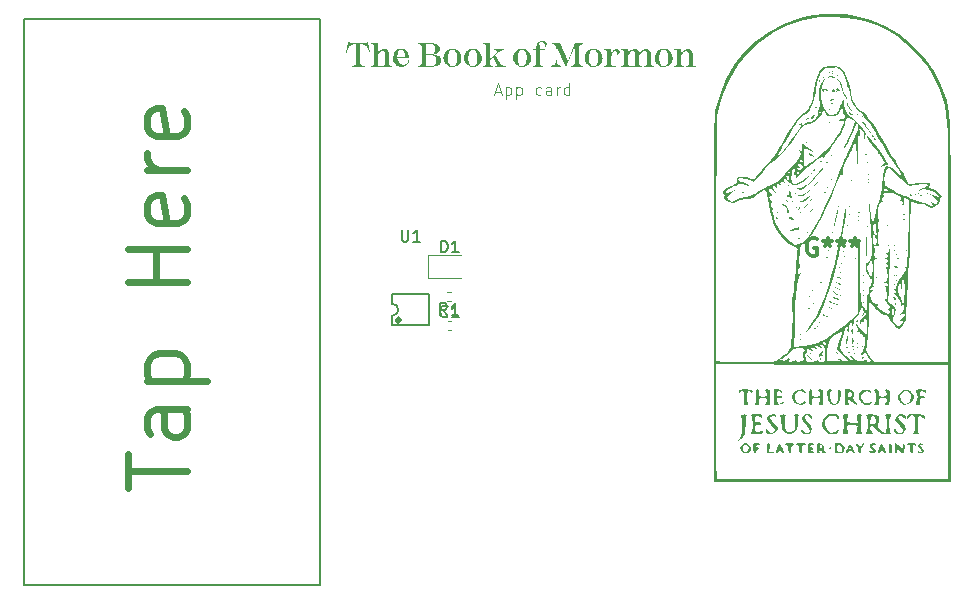
<source format=gbr>
%TF.GenerationSoftware,KiCad,Pcbnew,9.0.7*%
%TF.CreationDate,2026-02-17T11:17:22-06:00*%
%TF.ProjectId,nfc-card,6e66632d-6361-4726-942e-6b696361645f,rev?*%
%TF.SameCoordinates,Original*%
%TF.FileFunction,Legend,Top*%
%TF.FilePolarity,Positive*%
%FSLAX46Y46*%
G04 Gerber Fmt 4.6, Leading zero omitted, Abs format (unit mm)*
G04 Created by KiCad (PCBNEW 9.0.7) date 2026-02-17 11:17:22*
%MOMM*%
%LPD*%
G01*
G04 APERTURE LIST*
%ADD10C,0.200000*%
%ADD11C,0.100000*%
%ADD12C,0.625000*%
%ADD13C,0.150000*%
%ADD14C,0.300000*%
%ADD15C,0.120000*%
%ADD16C,0.000000*%
G04 APERTURE END LIST*
D10*
X76000000Y-33000000D02*
X101000000Y-33000000D01*
X101000000Y-81000000D01*
X76000000Y-81000000D01*
X76000000Y-33000000D01*
D11*
X115856265Y-39186704D02*
X116332455Y-39186704D01*
X115761027Y-39472419D02*
X116094360Y-38472419D01*
X116094360Y-38472419D02*
X116427693Y-39472419D01*
X116761027Y-38805752D02*
X116761027Y-39805752D01*
X116761027Y-38853371D02*
X116856265Y-38805752D01*
X116856265Y-38805752D02*
X117046741Y-38805752D01*
X117046741Y-38805752D02*
X117141979Y-38853371D01*
X117141979Y-38853371D02*
X117189598Y-38900990D01*
X117189598Y-38900990D02*
X117237217Y-38996228D01*
X117237217Y-38996228D02*
X117237217Y-39281942D01*
X117237217Y-39281942D02*
X117189598Y-39377180D01*
X117189598Y-39377180D02*
X117141979Y-39424800D01*
X117141979Y-39424800D02*
X117046741Y-39472419D01*
X117046741Y-39472419D02*
X116856265Y-39472419D01*
X116856265Y-39472419D02*
X116761027Y-39424800D01*
X117665789Y-38805752D02*
X117665789Y-39805752D01*
X117665789Y-38853371D02*
X117761027Y-38805752D01*
X117761027Y-38805752D02*
X117951503Y-38805752D01*
X117951503Y-38805752D02*
X118046741Y-38853371D01*
X118046741Y-38853371D02*
X118094360Y-38900990D01*
X118094360Y-38900990D02*
X118141979Y-38996228D01*
X118141979Y-38996228D02*
X118141979Y-39281942D01*
X118141979Y-39281942D02*
X118094360Y-39377180D01*
X118094360Y-39377180D02*
X118046741Y-39424800D01*
X118046741Y-39424800D02*
X117951503Y-39472419D01*
X117951503Y-39472419D02*
X117761027Y-39472419D01*
X117761027Y-39472419D02*
X117665789Y-39424800D01*
X119761027Y-39424800D02*
X119665789Y-39472419D01*
X119665789Y-39472419D02*
X119475313Y-39472419D01*
X119475313Y-39472419D02*
X119380075Y-39424800D01*
X119380075Y-39424800D02*
X119332456Y-39377180D01*
X119332456Y-39377180D02*
X119284837Y-39281942D01*
X119284837Y-39281942D02*
X119284837Y-38996228D01*
X119284837Y-38996228D02*
X119332456Y-38900990D01*
X119332456Y-38900990D02*
X119380075Y-38853371D01*
X119380075Y-38853371D02*
X119475313Y-38805752D01*
X119475313Y-38805752D02*
X119665789Y-38805752D01*
X119665789Y-38805752D02*
X119761027Y-38853371D01*
X120618170Y-39472419D02*
X120618170Y-38948609D01*
X120618170Y-38948609D02*
X120570551Y-38853371D01*
X120570551Y-38853371D02*
X120475313Y-38805752D01*
X120475313Y-38805752D02*
X120284837Y-38805752D01*
X120284837Y-38805752D02*
X120189599Y-38853371D01*
X120618170Y-39424800D02*
X120522932Y-39472419D01*
X120522932Y-39472419D02*
X120284837Y-39472419D01*
X120284837Y-39472419D02*
X120189599Y-39424800D01*
X120189599Y-39424800D02*
X120141980Y-39329561D01*
X120141980Y-39329561D02*
X120141980Y-39234323D01*
X120141980Y-39234323D02*
X120189599Y-39139085D01*
X120189599Y-39139085D02*
X120284837Y-39091466D01*
X120284837Y-39091466D02*
X120522932Y-39091466D01*
X120522932Y-39091466D02*
X120618170Y-39043847D01*
X121094361Y-39472419D02*
X121094361Y-38805752D01*
X121094361Y-38996228D02*
X121141980Y-38900990D01*
X121141980Y-38900990D02*
X121189599Y-38853371D01*
X121189599Y-38853371D02*
X121284837Y-38805752D01*
X121284837Y-38805752D02*
X121380075Y-38805752D01*
X122141980Y-39472419D02*
X122141980Y-38472419D01*
X122141980Y-39424800D02*
X122046742Y-39472419D01*
X122046742Y-39472419D02*
X121856266Y-39472419D01*
X121856266Y-39472419D02*
X121761028Y-39424800D01*
X121761028Y-39424800D02*
X121713409Y-39377180D01*
X121713409Y-39377180D02*
X121665790Y-39281942D01*
X121665790Y-39281942D02*
X121665790Y-38996228D01*
X121665790Y-38996228D02*
X121713409Y-38900990D01*
X121713409Y-38900990D02*
X121761028Y-38853371D01*
X121761028Y-38853371D02*
X121856266Y-38805752D01*
X121856266Y-38805752D02*
X122046742Y-38805752D01*
X122046742Y-38805752D02*
X122141980Y-38853371D01*
G36*
X105101064Y-34949863D02*
G01*
X105045132Y-34949863D01*
X105022460Y-34981260D01*
X104992528Y-35008349D01*
X104909280Y-35049923D01*
X104772217Y-35079844D01*
X104535854Y-35096464D01*
X104389951Y-35098241D01*
X104115544Y-35098241D01*
X103902960Y-35094068D01*
X103738084Y-35080486D01*
X103649011Y-35064774D01*
X103578030Y-35043286D01*
X103532249Y-35021147D01*
X103496175Y-34994541D01*
X103460362Y-34949863D01*
X103404309Y-34949863D01*
X103227965Y-35891420D01*
X103283897Y-35891420D01*
X103317253Y-35759279D01*
X103355137Y-35643076D01*
X103393188Y-35551649D01*
X103435285Y-35471643D01*
X103478000Y-35407223D01*
X103524493Y-35351486D01*
X103572915Y-35305580D01*
X103625107Y-35266753D01*
X103742510Y-35208035D01*
X103886245Y-35170824D01*
X104081960Y-35154295D01*
X104081960Y-36620118D01*
X104077039Y-36745991D01*
X104058224Y-36842316D01*
X104040303Y-36883031D01*
X104015707Y-36916836D01*
X103952641Y-36961561D01*
X103853532Y-36990533D01*
X103715108Y-37004068D01*
X103715108Y-37060000D01*
X104809926Y-37060000D01*
X104809926Y-37004068D01*
X104701821Y-36995156D01*
X104617122Y-36977987D01*
X104569378Y-36959768D01*
X104531181Y-36935936D01*
X104504741Y-36909956D01*
X104484188Y-36878821D01*
X104457290Y-36795616D01*
X104446166Y-36656944D01*
X104445882Y-36620118D01*
X104445882Y-35154295D01*
X104559168Y-35162246D01*
X104662966Y-35179072D01*
X104740185Y-35200100D01*
X104811676Y-35228560D01*
X104871027Y-35260967D01*
X104926097Y-35300452D01*
X104975016Y-35345441D01*
X105020271Y-35397882D01*
X105101192Y-35528725D01*
X105172011Y-35705898D01*
X105221475Y-35891420D01*
X105277529Y-35891420D01*
X105101064Y-34949863D01*
G37*
G36*
X106877930Y-36724776D02*
G01*
X106877930Y-36017937D01*
X106874041Y-35940833D01*
X106862446Y-35869897D01*
X106844616Y-35809107D01*
X106820164Y-35754298D01*
X106790962Y-35708104D01*
X106755972Y-35667730D01*
X106716578Y-35634334D01*
X106671883Y-35606817D01*
X106566774Y-35570192D01*
X106455146Y-35559371D01*
X106343092Y-35574333D01*
X106230047Y-35619965D01*
X106119768Y-35697346D01*
X106019571Y-35805095D01*
X105976220Y-35868738D01*
X105939411Y-35936637D01*
X105906332Y-36017937D01*
X105906332Y-35098241D01*
X105309891Y-35098241D01*
X105309891Y-35154295D01*
X105450103Y-35172163D01*
X105497045Y-35188791D01*
X105531067Y-35214197D01*
X105560619Y-35269808D01*
X105574496Y-35369773D01*
X105575872Y-35437616D01*
X105575872Y-36724776D01*
X105571059Y-36835851D01*
X105552998Y-36911104D01*
X105536411Y-36938849D01*
X105513906Y-36959995D01*
X105450627Y-36986336D01*
X105309891Y-37004068D01*
X105309891Y-37060000D01*
X106152773Y-37060000D01*
X106152773Y-37004068D01*
X106020397Y-36986863D01*
X105976912Y-36971157D01*
X105945890Y-36947363D01*
X105918948Y-36893338D01*
X105907175Y-36792095D01*
X105906332Y-36733080D01*
X105906332Y-36193914D01*
X105935533Y-36073875D01*
X105995053Y-35955331D01*
X106035285Y-35900489D01*
X106080453Y-35851926D01*
X106128764Y-35811326D01*
X106179860Y-35779001D01*
X106228836Y-35757375D01*
X106278557Y-35744649D01*
X106317882Y-35741454D01*
X106366795Y-35745323D01*
X106409801Y-35756771D01*
X106444672Y-35774110D01*
X106474424Y-35797670D01*
X106518526Y-35862392D01*
X106543424Y-35956075D01*
X106547470Y-36023555D01*
X106547470Y-36769473D01*
X106542905Y-36860542D01*
X106526584Y-36922610D01*
X106510448Y-36947499D01*
X106488442Y-36966145D01*
X106423844Y-36989428D01*
X106301151Y-37004068D01*
X106301151Y-37060000D01*
X107143911Y-37060000D01*
X107143911Y-37004068D01*
X107002831Y-36986240D01*
X106955786Y-36969555D01*
X106921823Y-36943997D01*
X106892648Y-36888316D01*
X106879135Y-36787881D01*
X106877930Y-36724776D01*
G37*
G36*
X108004556Y-35563816D02*
G01*
X108075942Y-35575521D01*
X108143237Y-35594265D01*
X108206037Y-35619711D01*
X108264313Y-35651654D01*
X108318095Y-35690050D01*
X108366846Y-35734501D01*
X108410831Y-35785397D01*
X108449187Y-35841971D01*
X108482156Y-35905021D01*
X108508810Y-35973388D01*
X108529180Y-36048088D01*
X108542493Y-36127709D01*
X108548514Y-36213230D01*
X108546720Y-36303213D01*
X107580739Y-36303213D01*
X107588416Y-36378932D01*
X107624884Y-36538125D01*
X107683218Y-36666862D01*
X107759728Y-36766486D01*
X107852130Y-36838322D01*
X107904106Y-36864028D01*
X107959550Y-36882662D01*
X108019206Y-36894187D01*
X108081926Y-36898066D01*
X108143195Y-36894523D01*
X108251398Y-36867628D01*
X108344890Y-36814603D01*
X108386709Y-36777552D01*
X108425177Y-36732807D01*
X108460495Y-36679021D01*
X108491618Y-36616479D01*
X108519004Y-36542149D01*
X108541102Y-36457575D01*
X108580303Y-36468810D01*
X108560603Y-36570919D01*
X108536708Y-36652871D01*
X108507282Y-36726846D01*
X108472288Y-36793956D01*
X108432567Y-36853427D01*
X108386983Y-36907242D01*
X108337384Y-36953484D01*
X108281077Y-36994539D01*
X108221498Y-37027820D01*
X108154354Y-37055405D01*
X108084939Y-37074851D01*
X108008203Y-37087257D01*
X107930739Y-37091263D01*
X107821480Y-37083183D01*
X107676823Y-37046111D01*
X107545702Y-36981348D01*
X107432619Y-36891922D01*
X107340640Y-36780510D01*
X107272022Y-36648954D01*
X107247192Y-36576141D01*
X107228921Y-36498195D01*
X107217720Y-36415791D01*
X107213886Y-36328492D01*
X107220094Y-36224811D01*
X107577930Y-36224811D01*
X107577930Y-36247159D01*
X108095847Y-36247159D01*
X108113627Y-36246728D01*
X108164070Y-36235291D01*
X108182172Y-36222442D01*
X108196517Y-36202887D01*
X108206922Y-36172095D01*
X108210642Y-36129801D01*
X108202622Y-35993920D01*
X108171843Y-35849993D01*
X108124446Y-35744615D01*
X108064921Y-35673100D01*
X107993915Y-35630412D01*
X107952997Y-35619252D01*
X107908269Y-35615425D01*
X107861748Y-35619246D01*
X107817878Y-35630909D01*
X107778357Y-35649801D01*
X107738971Y-35678840D01*
X107704581Y-35715334D01*
X107669826Y-35767245D01*
X107641354Y-35827004D01*
X107614388Y-35908836D01*
X107595436Y-35997560D01*
X107582073Y-36110517D01*
X107577930Y-36224811D01*
X107220094Y-36224811D01*
X107221134Y-36207440D01*
X107256058Y-36046287D01*
X107317145Y-35904841D01*
X107401339Y-35785322D01*
X107505900Y-35689429D01*
X107628624Y-35618641D01*
X107696232Y-35593170D01*
X107767856Y-35574599D01*
X107843304Y-35563229D01*
X107922313Y-35559371D01*
X108004556Y-35563816D01*
G37*
G36*
X110631803Y-35105219D02*
G01*
X110803434Y-35136420D01*
X110937152Y-35187736D01*
X111037389Y-35255210D01*
X111108267Y-35337172D01*
X111133554Y-35383901D01*
X111151937Y-35434424D01*
X111163446Y-35490113D01*
X111167323Y-35549602D01*
X111167160Y-35562153D01*
X111149495Y-35674163D01*
X111129821Y-35725260D01*
X111103088Y-35772779D01*
X111068118Y-35818082D01*
X111025854Y-35859333D01*
X110973407Y-35898404D01*
X110913123Y-35932692D01*
X110840485Y-35963800D01*
X110759334Y-35989176D01*
X110664121Y-36009657D01*
X110559769Y-36023311D01*
X110559769Y-36031737D01*
X110738706Y-36046415D01*
X110915748Y-36084584D01*
X111049551Y-36140521D01*
X111148711Y-36211950D01*
X111187493Y-36253760D01*
X111219236Y-36299428D01*
X111245004Y-36350992D01*
X111263489Y-36406459D01*
X111275484Y-36470584D01*
X111279431Y-36538907D01*
X111268631Y-36643906D01*
X111252328Y-36701326D01*
X111228984Y-36754952D01*
X111197929Y-36805993D01*
X111160008Y-36852766D01*
X111113385Y-36896915D01*
X111059920Y-36936116D01*
X110996766Y-36971794D01*
X110926814Y-37001675D01*
X110846852Y-37026525D01*
X110760319Y-37044658D01*
X110664480Y-37056128D01*
X110562578Y-37060000D01*
X109291416Y-37060000D01*
X109291416Y-37009685D01*
X110019382Y-37009685D01*
X110391852Y-37009685D01*
X110407517Y-37009575D01*
X110560990Y-36994143D01*
X110676886Y-36956251D01*
X110764324Y-36898087D01*
X110799718Y-36860330D01*
X110828877Y-36817346D01*
X110853575Y-36765121D01*
X110871394Y-36707022D01*
X110883464Y-36634932D01*
X110887421Y-36555760D01*
X110885657Y-36501287D01*
X110863724Y-36373306D01*
X110819106Y-36273217D01*
X110788076Y-36231175D01*
X110751046Y-36194227D01*
X110705876Y-36161057D01*
X110653964Y-36133400D01*
X110589896Y-36109601D01*
X110517641Y-36092238D01*
X110427716Y-36080470D01*
X110327372Y-36076556D01*
X110019382Y-36076556D01*
X110019382Y-37009685D01*
X109291416Y-37009685D01*
X109291416Y-37004068D01*
X109427778Y-36990687D01*
X109526511Y-36961775D01*
X109589394Y-36917033D01*
X109613942Y-36883151D01*
X109631826Y-36842316D01*
X109650552Y-36745991D01*
X109655460Y-36620118D01*
X109655460Y-36020502D01*
X110019382Y-36020502D01*
X110327372Y-36020502D01*
X110335339Y-36020459D01*
X110468878Y-36005143D01*
X110576867Y-35965112D01*
X110662268Y-35902503D01*
X110697225Y-35862362D01*
X110726549Y-35816522D01*
X110750716Y-35763248D01*
X110768443Y-35704022D01*
X110779874Y-35635625D01*
X110783740Y-35560837D01*
X110777017Y-35470065D01*
X110745633Y-35361613D01*
X110721068Y-35316271D01*
X110690793Y-35276475D01*
X110653956Y-35241387D01*
X110611524Y-35212194D01*
X110560668Y-35187702D01*
X110504026Y-35169885D01*
X110436930Y-35158197D01*
X110363764Y-35154295D01*
X110019382Y-35154295D01*
X110019382Y-36020502D01*
X109655460Y-36020502D01*
X109655460Y-35538367D01*
X109655167Y-35501924D01*
X109643800Y-35363535D01*
X109616533Y-35280021D01*
X109595781Y-35248722D01*
X109569160Y-35222613D01*
X109530833Y-35198685D01*
X109483051Y-35180401D01*
X109398722Y-35163213D01*
X109291416Y-35154295D01*
X109291416Y-35098241D01*
X110486985Y-35098241D01*
X110631803Y-35105219D01*
G37*
G36*
X112373093Y-35569138D02*
G01*
X112450680Y-35585018D01*
X112524933Y-35608107D01*
X112661183Y-35674511D01*
X112778267Y-35765490D01*
X112873253Y-35878102D01*
X112943755Y-36009665D01*
X112969117Y-36081684D01*
X112987658Y-36157947D01*
X112998961Y-36237686D01*
X113002808Y-36321165D01*
X112993621Y-36450012D01*
X112978079Y-36529352D01*
X112955440Y-36604512D01*
X112925730Y-36675985D01*
X112889545Y-36742683D01*
X112846812Y-36804956D01*
X112798270Y-36861833D01*
X112743898Y-36913416D01*
X112684448Y-36958990D01*
X112620126Y-36998399D01*
X112551521Y-37031223D01*
X112479174Y-37057154D01*
X112403386Y-37075983D01*
X112325021Y-37087399D01*
X112244068Y-37091263D01*
X112113440Y-37081080D01*
X112036344Y-37064903D01*
X111962551Y-37041502D01*
X111826818Y-36974289D01*
X111709900Y-36882226D01*
X111614883Y-36768278D01*
X111544300Y-36635243D01*
X111518913Y-36562504D01*
X111500356Y-36485541D01*
X111489053Y-36405198D01*
X111485205Y-36321165D01*
X111863171Y-36321165D01*
X111866954Y-36442063D01*
X111893381Y-36640401D01*
X111939361Y-36791832D01*
X111999224Y-36901482D01*
X112069645Y-36975830D01*
X112150383Y-37020019D01*
X112195712Y-37031463D01*
X112244068Y-37035331D01*
X112259365Y-37034957D01*
X112306529Y-37028767D01*
X112350682Y-37015153D01*
X112393611Y-36993204D01*
X112433110Y-36963648D01*
X112471989Y-36923315D01*
X112506672Y-36874701D01*
X112539776Y-36812289D01*
X112567622Y-36740792D01*
X112591768Y-36653410D01*
X112609440Y-36556438D01*
X112620963Y-36443538D01*
X112624842Y-36321165D01*
X112621314Y-36205758D01*
X112595274Y-36008883D01*
X112549514Y-35858295D01*
X112489700Y-35749065D01*
X112419163Y-35674881D01*
X112338151Y-35630732D01*
X112292637Y-35619293D01*
X112244068Y-35615425D01*
X112229835Y-35615745D01*
X112182378Y-35621751D01*
X112137962Y-35635174D01*
X112094849Y-35656874D01*
X112055189Y-35686144D01*
X112016210Y-35726064D01*
X111981445Y-35774194D01*
X111948296Y-35835933D01*
X111920416Y-35906654D01*
X111896255Y-35993027D01*
X111878574Y-36088856D01*
X111867050Y-36200353D01*
X111863171Y-36321165D01*
X111485205Y-36321165D01*
X111493815Y-36197198D01*
X111508976Y-36118379D01*
X111531237Y-36043751D01*
X111560588Y-35972777D01*
X111596428Y-35906568D01*
X111638893Y-35844681D01*
X111687200Y-35788167D01*
X111741486Y-35736816D01*
X111800902Y-35691452D01*
X111865395Y-35652136D01*
X111934234Y-35619394D01*
X112007029Y-35593476D01*
X112083330Y-35574659D01*
X112162378Y-35563236D01*
X112244068Y-35559371D01*
X112373093Y-35569138D01*
G37*
G36*
X114102333Y-35569138D02*
G01*
X114179920Y-35585018D01*
X114254173Y-35608107D01*
X114390422Y-35674511D01*
X114507507Y-35765490D01*
X114602493Y-35878102D01*
X114672995Y-36009665D01*
X114698356Y-36081684D01*
X114716897Y-36157947D01*
X114728200Y-36237686D01*
X114732048Y-36321165D01*
X114722861Y-36450012D01*
X114707318Y-36529352D01*
X114684679Y-36604512D01*
X114654969Y-36675985D01*
X114618784Y-36742683D01*
X114576051Y-36804956D01*
X114527509Y-36861833D01*
X114473137Y-36913416D01*
X114413688Y-36958990D01*
X114349365Y-36998399D01*
X114280761Y-37031223D01*
X114208414Y-37057154D01*
X114132625Y-37075983D01*
X114054261Y-37087399D01*
X113973307Y-37091263D01*
X113842680Y-37081080D01*
X113765583Y-37064903D01*
X113691791Y-37041502D01*
X113556058Y-36974289D01*
X113439140Y-36882226D01*
X113344122Y-36768278D01*
X113273539Y-36635243D01*
X113248152Y-36562504D01*
X113229595Y-36485541D01*
X113218292Y-36405198D01*
X113214445Y-36321165D01*
X113592411Y-36321165D01*
X113596194Y-36442063D01*
X113622621Y-36640401D01*
X113668600Y-36791832D01*
X113728463Y-36901482D01*
X113798884Y-36975830D01*
X113879623Y-37020019D01*
X113924951Y-37031463D01*
X113973307Y-37035331D01*
X113988605Y-37034957D01*
X114035769Y-37028767D01*
X114079922Y-37015153D01*
X114122850Y-36993204D01*
X114162349Y-36963648D01*
X114201229Y-36923315D01*
X114235912Y-36874701D01*
X114269016Y-36812289D01*
X114296861Y-36740792D01*
X114321008Y-36653410D01*
X114338680Y-36556438D01*
X114350203Y-36443538D01*
X114354082Y-36321165D01*
X114350553Y-36205758D01*
X114324513Y-36008883D01*
X114278753Y-35858295D01*
X114218940Y-35749065D01*
X114148402Y-35674881D01*
X114067391Y-35630732D01*
X114021877Y-35619293D01*
X113973307Y-35615425D01*
X113959074Y-35615745D01*
X113911617Y-35621751D01*
X113867201Y-35635174D01*
X113824088Y-35656874D01*
X113784428Y-35686144D01*
X113745450Y-35726064D01*
X113710684Y-35774194D01*
X113677535Y-35835933D01*
X113649656Y-35906654D01*
X113625495Y-35993027D01*
X113607814Y-36088856D01*
X113596290Y-36200353D01*
X113592411Y-36321165D01*
X113214445Y-36321165D01*
X113223054Y-36197198D01*
X113238215Y-36118379D01*
X113260476Y-36043751D01*
X113289827Y-35972777D01*
X113325667Y-35906568D01*
X113368133Y-35844681D01*
X113416439Y-35788167D01*
X113470726Y-35736816D01*
X113530141Y-35691452D01*
X113594634Y-35652136D01*
X113663473Y-35619394D01*
X113736268Y-35593476D01*
X113812569Y-35574659D01*
X113891617Y-35563236D01*
X113973307Y-35559371D01*
X114102333Y-35569138D01*
G37*
G36*
X116295446Y-36746147D02*
G01*
X115875471Y-36095729D01*
X116148343Y-35870609D01*
X116334617Y-35734860D01*
X116409876Y-35693265D01*
X116481002Y-35665331D01*
X116553834Y-35648165D01*
X116634211Y-35638872D01*
X116634211Y-35582819D01*
X115743824Y-35582819D01*
X115743824Y-35638872D01*
X115833981Y-35649984D01*
X115914247Y-35671656D01*
X115955885Y-35692188D01*
X115987385Y-35718816D01*
X116002904Y-35743174D01*
X116010398Y-35771648D01*
X116000163Y-35835041D01*
X115949805Y-35920356D01*
X115837548Y-36039469D01*
X115766172Y-36101346D01*
X115396632Y-36404207D01*
X115396632Y-35098241D01*
X114800191Y-35098241D01*
X114800191Y-35154295D01*
X114941354Y-35172216D01*
X114988404Y-35188963D01*
X115022355Y-35214612D01*
X115051479Y-35270422D01*
X115064971Y-35371162D01*
X115066172Y-35434441D01*
X115066172Y-36723677D01*
X115061359Y-36835196D01*
X115043299Y-36910738D01*
X115026718Y-36938576D01*
X115004226Y-36959795D01*
X114941055Y-36986216D01*
X114800191Y-37004068D01*
X114800191Y-37060000D01*
X115662613Y-37060000D01*
X115662613Y-37004068D01*
X115521472Y-36986135D01*
X115474421Y-36969368D01*
X115440462Y-36943683D01*
X115411335Y-36887812D01*
X115397834Y-36786961D01*
X115396632Y-36723677D01*
X115396632Y-36499462D01*
X115656995Y-36280865D01*
X115945446Y-36743339D01*
X116025085Y-36882430D01*
X116040542Y-36926245D01*
X116039558Y-36956722D01*
X116014198Y-36980780D01*
X115946906Y-36995605D01*
X115859700Y-37003145D01*
X115847383Y-37004068D01*
X115847383Y-37060000D01*
X116754623Y-37060000D01*
X116754623Y-37004068D01*
X116603761Y-36986632D01*
X116540044Y-36969324D01*
X116481533Y-36942682D01*
X116436909Y-36912632D01*
X116393376Y-36873379D01*
X116303449Y-36758494D01*
X116295446Y-36746147D01*
G37*
G36*
X118270093Y-35569138D02*
G01*
X118347680Y-35585018D01*
X118421933Y-35608107D01*
X118558182Y-35674511D01*
X118675267Y-35765490D01*
X118770253Y-35878102D01*
X118840755Y-36009665D01*
X118866116Y-36081684D01*
X118884657Y-36157947D01*
X118895960Y-36237686D01*
X118899808Y-36321165D01*
X118890621Y-36450012D01*
X118875078Y-36529352D01*
X118852439Y-36604512D01*
X118822729Y-36675985D01*
X118786544Y-36742683D01*
X118743811Y-36804956D01*
X118695269Y-36861833D01*
X118640897Y-36913416D01*
X118581448Y-36958990D01*
X118517125Y-36998399D01*
X118448521Y-37031223D01*
X118376173Y-37057154D01*
X118300385Y-37075983D01*
X118222021Y-37087399D01*
X118141067Y-37091263D01*
X118010439Y-37081080D01*
X117933343Y-37064903D01*
X117859550Y-37041502D01*
X117723818Y-36974289D01*
X117606899Y-36882226D01*
X117511882Y-36768278D01*
X117441299Y-36635243D01*
X117415912Y-36562504D01*
X117397355Y-36485541D01*
X117386052Y-36405198D01*
X117382205Y-36321165D01*
X117760170Y-36321165D01*
X117763954Y-36442063D01*
X117790381Y-36640401D01*
X117836360Y-36791832D01*
X117896223Y-36901482D01*
X117966644Y-36975830D01*
X118047383Y-37020019D01*
X118092711Y-37031463D01*
X118141067Y-37035331D01*
X118156365Y-37034957D01*
X118203529Y-37028767D01*
X118247682Y-37015153D01*
X118290610Y-36993204D01*
X118330109Y-36963648D01*
X118368988Y-36923315D01*
X118403671Y-36874701D01*
X118436776Y-36812289D01*
X118464621Y-36740792D01*
X118488767Y-36653410D01*
X118506440Y-36556438D01*
X118517963Y-36443538D01*
X118521842Y-36321165D01*
X118518313Y-36205758D01*
X118492273Y-36008883D01*
X118446513Y-35858295D01*
X118386700Y-35749065D01*
X118316162Y-35674881D01*
X118235151Y-35630732D01*
X118189637Y-35619293D01*
X118141067Y-35615425D01*
X118126834Y-35615745D01*
X118079377Y-35621751D01*
X118034961Y-35635174D01*
X117991848Y-35656874D01*
X117952188Y-35686144D01*
X117913210Y-35726064D01*
X117878444Y-35774194D01*
X117845295Y-35835933D01*
X117817416Y-35906654D01*
X117793254Y-35993027D01*
X117775574Y-36088856D01*
X117764050Y-36200353D01*
X117760170Y-36321165D01*
X117382205Y-36321165D01*
X117390814Y-36197198D01*
X117405975Y-36118379D01*
X117428236Y-36043751D01*
X117457587Y-35972777D01*
X117493427Y-35906568D01*
X117535893Y-35844681D01*
X117584199Y-35788167D01*
X117638486Y-35736816D01*
X117697901Y-35691452D01*
X117762394Y-35652136D01*
X117831233Y-35619394D01*
X117904028Y-35593476D01*
X117980329Y-35574659D01*
X118059377Y-35563236D01*
X118141067Y-35559371D01*
X118270093Y-35569138D01*
G37*
G36*
X119865300Y-34902847D02*
G01*
X119785009Y-34906684D01*
X119712039Y-34917911D01*
X119648015Y-34935474D01*
X119590512Y-34959211D01*
X119539858Y-34988386D01*
X119495225Y-35022846D01*
X119422240Y-35107733D01*
X119370002Y-35215235D01*
X119339696Y-35347908D01*
X119333339Y-35453614D01*
X119333339Y-35582819D01*
X119056123Y-35582819D01*
X119056123Y-35638872D01*
X119333339Y-35638872D01*
X119333339Y-36723677D01*
X119328532Y-36835053D01*
X119310517Y-36910550D01*
X119293949Y-36938443D01*
X119271471Y-36959703D01*
X119208381Y-36986164D01*
X119067358Y-37004068D01*
X119067358Y-37060000D01*
X119929658Y-37060000D01*
X119929658Y-37004068D01*
X119788517Y-36986135D01*
X119741465Y-36969368D01*
X119707507Y-36943683D01*
X119678380Y-36887812D01*
X119664878Y-36786961D01*
X119663677Y-36723677D01*
X119663677Y-35638872D01*
X120066922Y-35638872D01*
X120066922Y-35582819D01*
X119663677Y-35582819D01*
X119663677Y-35360802D01*
X119633899Y-35279954D01*
X119616210Y-35209526D01*
X119609768Y-35153262D01*
X119612055Y-35105052D01*
X119621388Y-35066964D01*
X119637033Y-35035208D01*
X119683973Y-34989854D01*
X119754015Y-34964164D01*
X119814863Y-34958900D01*
X119854607Y-34962668D01*
X119889735Y-34973413D01*
X119949067Y-35014097D01*
X119997838Y-35082697D01*
X120036903Y-35185470D01*
X120066139Y-35326684D01*
X120075348Y-35377655D01*
X120127376Y-35341659D01*
X120170058Y-35303168D01*
X120203759Y-35262799D01*
X120228391Y-35221646D01*
X120244064Y-35180886D01*
X120251185Y-35141069D01*
X120251692Y-35127550D01*
X120236569Y-35066744D01*
X120188955Y-35006104D01*
X120104887Y-34951580D01*
X120049087Y-34929830D01*
X119986045Y-34913913D01*
X119865300Y-34902847D01*
G37*
G36*
X123334525Y-35154295D02*
G01*
X123334525Y-35098241D01*
X122656995Y-35098241D01*
X122015858Y-36580795D01*
X121357745Y-35098241D01*
X120629780Y-35098241D01*
X120629780Y-35154295D01*
X120737157Y-35163217D01*
X120821525Y-35180414D01*
X120869291Y-35198698D01*
X120907601Y-35222625D01*
X120934206Y-35248734D01*
X120954944Y-35280033D01*
X120982188Y-35363564D01*
X120993534Y-35502028D01*
X120993824Y-35538244D01*
X120993824Y-36238977D01*
X120987379Y-36537930D01*
X120976470Y-36648286D01*
X120957901Y-36737173D01*
X120938056Y-36791275D01*
X120912175Y-36836880D01*
X120847866Y-36902083D01*
X120750149Y-36955450D01*
X120610240Y-37004068D01*
X120610240Y-37060000D01*
X121433461Y-37060000D01*
X121433461Y-37004068D01*
X121303229Y-36959460D01*
X121206162Y-36909390D01*
X121166429Y-36877561D01*
X121133976Y-36840403D01*
X121090819Y-36753558D01*
X121063932Y-36624255D01*
X121051002Y-36399997D01*
X121049755Y-36238977D01*
X121049755Y-35336500D01*
X121839392Y-37091263D01*
X121861741Y-37091263D01*
X122606559Y-35364832D01*
X122606559Y-36622561D01*
X122601651Y-36747411D01*
X122582929Y-36843048D01*
X122565028Y-36883667D01*
X122540449Y-36917387D01*
X122477394Y-36961983D01*
X122378240Y-36990822D01*
X122242637Y-37004068D01*
X122242637Y-37060000D01*
X123334525Y-37060000D01*
X123334525Y-37004068D01*
X123227188Y-36995145D01*
X123142850Y-36977949D01*
X123095100Y-36959664D01*
X123056801Y-36935735D01*
X123030203Y-36909624D01*
X123009470Y-36878321D01*
X122982233Y-36794773D01*
X122970891Y-36656268D01*
X122970603Y-36620118D01*
X122970603Y-35538244D01*
X122975511Y-35412372D01*
X122994233Y-35316047D01*
X123012115Y-35275206D01*
X123036661Y-35241321D01*
X123099537Y-35196578D01*
X123198253Y-35167669D01*
X123334525Y-35154295D01*
G37*
G36*
X124319499Y-35569138D02*
G01*
X124397087Y-35585018D01*
X124471340Y-35608107D01*
X124607589Y-35674511D01*
X124724674Y-35765490D01*
X124819659Y-35878102D01*
X124890161Y-36009665D01*
X124915523Y-36081684D01*
X124934064Y-36157947D01*
X124945367Y-36237686D01*
X124949214Y-36321165D01*
X124940027Y-36450012D01*
X124924485Y-36529352D01*
X124901846Y-36604512D01*
X124872136Y-36675985D01*
X124835951Y-36742683D01*
X124793218Y-36804956D01*
X124744676Y-36861833D01*
X124690304Y-36913416D01*
X124630855Y-36958990D01*
X124566532Y-36998399D01*
X124497928Y-37031223D01*
X124425580Y-37057154D01*
X124349792Y-37075983D01*
X124271427Y-37087399D01*
X124190474Y-37091263D01*
X124059846Y-37081080D01*
X123982750Y-37064903D01*
X123908957Y-37041502D01*
X123773225Y-36974289D01*
X123656306Y-36882226D01*
X123561289Y-36768278D01*
X123490706Y-36635243D01*
X123465319Y-36562504D01*
X123446762Y-36485541D01*
X123435459Y-36405198D01*
X123431612Y-36321165D01*
X123809577Y-36321165D01*
X123813360Y-36442063D01*
X123839788Y-36640401D01*
X123885767Y-36791832D01*
X123945630Y-36901482D01*
X124016051Y-36975830D01*
X124096789Y-37020019D01*
X124142118Y-37031463D01*
X124190474Y-37035331D01*
X124205772Y-37034957D01*
X124252936Y-37028767D01*
X124297088Y-37015153D01*
X124340017Y-36993204D01*
X124379516Y-36963648D01*
X124418395Y-36923315D01*
X124453078Y-36874701D01*
X124486183Y-36812289D01*
X124514028Y-36740792D01*
X124538174Y-36653410D01*
X124555846Y-36556438D01*
X124567369Y-36443538D01*
X124571249Y-36321165D01*
X124567720Y-36205758D01*
X124541680Y-36008883D01*
X124495920Y-35858295D01*
X124436106Y-35749065D01*
X124365569Y-35674881D01*
X124284557Y-35630732D01*
X124239043Y-35619293D01*
X124190474Y-35615425D01*
X124176241Y-35615745D01*
X124128784Y-35621751D01*
X124084368Y-35635174D01*
X124041255Y-35656874D01*
X124001595Y-35686144D01*
X123962616Y-35726064D01*
X123927851Y-35774194D01*
X123894702Y-35835933D01*
X123866822Y-35906654D01*
X123842661Y-35993027D01*
X123824980Y-36088856D01*
X123813457Y-36200353D01*
X123809577Y-36321165D01*
X123431612Y-36321165D01*
X123440221Y-36197198D01*
X123455382Y-36118379D01*
X123477643Y-36043751D01*
X123506994Y-35972777D01*
X123542834Y-35906568D01*
X123585300Y-35844681D01*
X123633606Y-35788167D01*
X123687892Y-35736816D01*
X123747308Y-35691452D01*
X123811801Y-35652136D01*
X123880640Y-35619394D01*
X123953435Y-35593476D01*
X124029736Y-35574659D01*
X124108784Y-35563236D01*
X124190474Y-35559371D01*
X124319499Y-35569138D01*
G37*
G36*
X126146371Y-35559371D02*
G01*
X126091895Y-35563339D01*
X126037915Y-35575479D01*
X125986928Y-35595199D01*
X125937303Y-35623128D01*
X125890346Y-35658830D01*
X125845545Y-35703047D01*
X125803283Y-35756127D01*
X125764019Y-35818338D01*
X125727698Y-35891047D01*
X125695326Y-35973767D01*
X125662037Y-36087791D01*
X125662037Y-35582819D01*
X125065596Y-35582819D01*
X125065596Y-35638872D01*
X125198029Y-35655522D01*
X125243685Y-35670424D01*
X125277710Y-35692633D01*
X125310416Y-35744633D01*
X125326345Y-35834898D01*
X125328768Y-35919141D01*
X125328768Y-36723677D01*
X125323978Y-36835053D01*
X125306082Y-36910550D01*
X125289570Y-36938547D01*
X125267166Y-36959859D01*
X125204392Y-36986302D01*
X125065596Y-37004068D01*
X125065596Y-37060000D01*
X126090317Y-37060000D01*
X126090317Y-37004068D01*
X125882898Y-36989903D01*
X125810208Y-36976263D01*
X125755101Y-36955590D01*
X125725037Y-36935254D01*
X125702004Y-36909504D01*
X125674420Y-36842596D01*
X125662575Y-36727053D01*
X125662037Y-36681667D01*
X125662037Y-36600334D01*
X125665801Y-36445704D01*
X125676518Y-36310568D01*
X125693030Y-36195306D01*
X125714624Y-36096545D01*
X125740149Y-36013992D01*
X125769036Y-35945232D01*
X125800441Y-35889183D01*
X125833612Y-35844587D01*
X125868567Y-35809602D01*
X125903692Y-35784180D01*
X125975700Y-35756156D01*
X126011915Y-35752690D01*
X126047819Y-35756471D01*
X126077638Y-35767312D01*
X126119619Y-35805835D01*
X126143882Y-35868968D01*
X126149180Y-35928545D01*
X126145055Y-35986401D01*
X126131812Y-36044855D01*
X126109979Y-36099026D01*
X126202108Y-36079444D01*
X126286119Y-36031251D01*
X126353379Y-35957900D01*
X126377490Y-35914491D01*
X126394248Y-35867745D01*
X126403925Y-35794455D01*
X126400100Y-35748264D01*
X126388961Y-35706450D01*
X126371258Y-35669700D01*
X126347385Y-35637756D01*
X126282107Y-35588872D01*
X126194303Y-35562546D01*
X126146371Y-35559371D01*
G37*
G36*
X129034298Y-36723677D02*
G01*
X129034298Y-36014518D01*
X129030409Y-35938288D01*
X129018814Y-35868063D01*
X129000956Y-35807731D01*
X128976459Y-35753281D01*
X128947166Y-35707307D01*
X128912060Y-35667101D01*
X128872506Y-35633817D01*
X128827624Y-35606394D01*
X128722075Y-35569962D01*
X128611514Y-35559371D01*
X128500002Y-35574346D01*
X128387083Y-35620105D01*
X128276611Y-35697821D01*
X128176020Y-35806148D01*
X128132432Y-35870155D01*
X128095316Y-35938553D01*
X128059891Y-36026364D01*
X128059891Y-36017937D01*
X128056004Y-35940833D01*
X128044425Y-35869897D01*
X128026601Y-35809013D01*
X128002170Y-35754129D01*
X127972982Y-35707844D01*
X127938030Y-35667410D01*
X127898703Y-35633986D01*
X127854116Y-35606473D01*
X127749451Y-35569977D01*
X127639916Y-35559371D01*
X127527508Y-35574346D01*
X127414607Y-35619935D01*
X127304738Y-35697193D01*
X127204810Y-35804974D01*
X127124326Y-35937247D01*
X127088415Y-36026364D01*
X127088415Y-35582819D01*
X126491974Y-35582819D01*
X126491974Y-35638872D01*
X126624407Y-35655522D01*
X126670063Y-35670424D01*
X126704088Y-35692633D01*
X126736795Y-35744633D01*
X126752723Y-35834898D01*
X126755146Y-35919141D01*
X126755146Y-36723677D01*
X126750356Y-36835053D01*
X126732460Y-36910550D01*
X126715949Y-36938547D01*
X126693544Y-36959859D01*
X126630770Y-36986302D01*
X126491974Y-37004068D01*
X126491974Y-37060000D01*
X127331926Y-37060000D01*
X127331926Y-37004068D01*
X127200562Y-36986900D01*
X127157606Y-36971300D01*
X127127079Y-36947703D01*
X127100636Y-36893869D01*
X127089213Y-36792066D01*
X127088415Y-36732103D01*
X127088415Y-36227498D01*
X127107194Y-36109601D01*
X127156428Y-35990265D01*
X127233756Y-35881362D01*
X127279964Y-35835977D01*
X127329843Y-35798213D01*
X127379394Y-35770564D01*
X127430524Y-35751611D01*
X127502773Y-35741454D01*
X127550843Y-35745323D01*
X127593194Y-35756771D01*
X127627683Y-35774163D01*
X127657152Y-35797805D01*
X127700991Y-35862969D01*
X127725684Y-35957420D01*
X127729553Y-36023555D01*
X127729553Y-36733080D01*
X127724011Y-36856000D01*
X127715245Y-36899342D01*
X127700849Y-36932654D01*
X127682743Y-36954719D01*
X127658611Y-36971346D01*
X127584602Y-36993120D01*
X127483112Y-37004068D01*
X127483112Y-37060000D01*
X128306332Y-37060000D01*
X128306332Y-37004068D01*
X128173981Y-36986857D01*
X128130495Y-36971142D01*
X128099467Y-36947332D01*
X128072516Y-36893279D01*
X128060733Y-36791999D01*
X128059891Y-36733080D01*
X128059891Y-36230307D01*
X128078677Y-36112060D01*
X128127843Y-35992503D01*
X128205120Y-35883133D01*
X128251409Y-35837333D01*
X128301285Y-35799200D01*
X128350871Y-35771162D01*
X128401892Y-35751902D01*
X128474371Y-35741454D01*
X128523285Y-35745323D01*
X128566291Y-35756771D01*
X128601162Y-35774110D01*
X128630914Y-35797670D01*
X128675016Y-35862392D01*
X128699914Y-35956075D01*
X128703960Y-36023555D01*
X128703960Y-36733080D01*
X128698418Y-36856000D01*
X128689652Y-36899342D01*
X128675256Y-36932654D01*
X128657150Y-36954719D01*
X128633018Y-36971346D01*
X128559009Y-36993120D01*
X128457519Y-37004068D01*
X128457519Y-37060000D01*
X129300279Y-37060000D01*
X129300279Y-37004068D01*
X129159199Y-36986240D01*
X129112154Y-36969555D01*
X129078191Y-36943997D01*
X129049015Y-36888316D01*
X129035503Y-36787881D01*
X129034298Y-36724776D01*
X129034298Y-36723677D01*
G37*
G36*
X130257531Y-35569138D02*
G01*
X130335119Y-35585018D01*
X130409372Y-35608107D01*
X130545621Y-35674511D01*
X130662706Y-35765490D01*
X130757692Y-35878102D01*
X130828194Y-36009665D01*
X130853555Y-36081684D01*
X130872096Y-36157947D01*
X130883399Y-36237686D01*
X130887247Y-36321165D01*
X130878059Y-36450012D01*
X130862517Y-36529352D01*
X130839878Y-36604512D01*
X130810168Y-36675985D01*
X130773983Y-36742683D01*
X130731250Y-36804956D01*
X130682708Y-36861833D01*
X130628336Y-36913416D01*
X130568887Y-36958990D01*
X130504564Y-36998399D01*
X130435960Y-37031223D01*
X130363612Y-37057154D01*
X130287824Y-37075983D01*
X130209460Y-37087399D01*
X130128506Y-37091263D01*
X129997878Y-37081080D01*
X129920782Y-37064903D01*
X129846989Y-37041502D01*
X129711257Y-36974289D01*
X129594338Y-36882226D01*
X129499321Y-36768278D01*
X129428738Y-36635243D01*
X129403351Y-36562504D01*
X129384794Y-36485541D01*
X129373491Y-36405198D01*
X129369644Y-36321165D01*
X129747609Y-36321165D01*
X129751393Y-36442063D01*
X129777820Y-36640401D01*
X129823799Y-36791832D01*
X129883662Y-36901482D01*
X129954083Y-36975830D01*
X130034821Y-37020019D01*
X130080150Y-37031463D01*
X130128506Y-37035331D01*
X130143804Y-37034957D01*
X130190968Y-37028767D01*
X130235121Y-37015153D01*
X130278049Y-36993204D01*
X130317548Y-36963648D01*
X130356427Y-36923315D01*
X130391110Y-36874701D01*
X130424215Y-36812289D01*
X130452060Y-36740792D01*
X130476206Y-36653410D01*
X130493879Y-36556438D01*
X130505402Y-36443538D01*
X130509281Y-36321165D01*
X130505752Y-36205758D01*
X130479712Y-36008883D01*
X130433952Y-35858295D01*
X130374139Y-35749065D01*
X130303601Y-35674881D01*
X130222590Y-35630732D01*
X130177076Y-35619293D01*
X130128506Y-35615425D01*
X130114273Y-35615745D01*
X130066816Y-35621751D01*
X130022400Y-35635174D01*
X129979287Y-35656874D01*
X129939627Y-35686144D01*
X129900649Y-35726064D01*
X129865883Y-35774194D01*
X129832734Y-35835933D01*
X129804855Y-35906654D01*
X129780693Y-35993027D01*
X129763012Y-36088856D01*
X129751489Y-36200353D01*
X129747609Y-36321165D01*
X129369644Y-36321165D01*
X129378253Y-36197198D01*
X129393414Y-36118379D01*
X129415675Y-36043751D01*
X129445026Y-35972777D01*
X129480866Y-35906568D01*
X129523332Y-35844681D01*
X129571638Y-35788167D01*
X129625924Y-35736816D01*
X129685340Y-35691452D01*
X129749833Y-35652136D01*
X129818672Y-35619394D01*
X129891467Y-35593476D01*
X129967768Y-35574659D01*
X130046816Y-35563236D01*
X130128506Y-35559371D01*
X130257531Y-35569138D01*
G37*
G36*
X132571545Y-36723677D02*
G01*
X132571545Y-36014518D01*
X132567658Y-35938288D01*
X132556079Y-35868063D01*
X132538227Y-35807637D01*
X132513750Y-35753113D01*
X132484472Y-35707048D01*
X132449404Y-35666783D01*
X132409918Y-35633470D01*
X132365145Y-35606052D01*
X132260043Y-35569749D01*
X132151570Y-35559371D01*
X132039161Y-35574346D01*
X131926261Y-35619935D01*
X131816392Y-35697193D01*
X131716464Y-35804974D01*
X131635980Y-35937247D01*
X131600069Y-36026364D01*
X131600069Y-35582819D01*
X131003628Y-35582819D01*
X131003628Y-35638872D01*
X131136061Y-35655522D01*
X131181717Y-35670424D01*
X131215742Y-35692633D01*
X131248449Y-35744633D01*
X131264377Y-35834898D01*
X131266800Y-35919141D01*
X131266800Y-36723677D01*
X131262010Y-36835053D01*
X131244114Y-36910550D01*
X131227603Y-36938547D01*
X131205198Y-36959859D01*
X131142424Y-36986302D01*
X131003628Y-37004068D01*
X131003628Y-37060000D01*
X131843579Y-37060000D01*
X131843579Y-37004068D01*
X131712216Y-36986900D01*
X131669260Y-36971300D01*
X131638733Y-36947703D01*
X131612290Y-36893869D01*
X131600867Y-36792066D01*
X131600069Y-36732103D01*
X131600069Y-36227498D01*
X131618847Y-36109601D01*
X131668082Y-35990265D01*
X131745409Y-35881362D01*
X131791618Y-35835977D01*
X131841497Y-35798213D01*
X131891048Y-35770564D01*
X131942178Y-35751611D01*
X132014427Y-35741454D01*
X132062497Y-35745323D01*
X132104847Y-35756771D01*
X132139337Y-35774163D01*
X132168806Y-35797805D01*
X132212645Y-35862969D01*
X132237337Y-35957420D01*
X132241207Y-36023555D01*
X132241207Y-36733080D01*
X132235665Y-36856000D01*
X132226899Y-36899342D01*
X132212503Y-36932654D01*
X132194397Y-36954719D01*
X132170265Y-36971346D01*
X132096256Y-36993120D01*
X131994766Y-37004068D01*
X131994766Y-37060000D01*
X132837648Y-37060000D01*
X132837648Y-37004068D01*
X132696500Y-36986241D01*
X132649434Y-36969557D01*
X132615457Y-36944002D01*
X132586271Y-36888334D01*
X132572752Y-36787940D01*
X132571545Y-36724776D01*
X132571545Y-36723677D01*
G37*
D12*
X84755595Y-72712625D02*
X84755595Y-69855482D01*
X89755595Y-71284054D02*
X84755595Y-71284054D01*
X89755595Y-66045958D02*
X87136547Y-66045958D01*
X87136547Y-66045958D02*
X86660357Y-66284053D01*
X86660357Y-66284053D02*
X86422261Y-66760244D01*
X86422261Y-66760244D02*
X86422261Y-67712625D01*
X86422261Y-67712625D02*
X86660357Y-68188815D01*
X89517500Y-66045958D02*
X89755595Y-66522149D01*
X89755595Y-66522149D02*
X89755595Y-67712625D01*
X89755595Y-67712625D02*
X89517500Y-68188815D01*
X89517500Y-68188815D02*
X89041309Y-68426911D01*
X89041309Y-68426911D02*
X88565119Y-68426911D01*
X88565119Y-68426911D02*
X88088928Y-68188815D01*
X88088928Y-68188815D02*
X87850833Y-67712625D01*
X87850833Y-67712625D02*
X87850833Y-66522149D01*
X87850833Y-66522149D02*
X87612738Y-66045958D01*
X86422261Y-63665005D02*
X91422261Y-63665005D01*
X86660357Y-63665005D02*
X86422261Y-63188815D01*
X86422261Y-63188815D02*
X86422261Y-62236434D01*
X86422261Y-62236434D02*
X86660357Y-61760243D01*
X86660357Y-61760243D02*
X86898452Y-61522148D01*
X86898452Y-61522148D02*
X87374642Y-61284053D01*
X87374642Y-61284053D02*
X88803214Y-61284053D01*
X88803214Y-61284053D02*
X89279404Y-61522148D01*
X89279404Y-61522148D02*
X89517500Y-61760243D01*
X89517500Y-61760243D02*
X89755595Y-62236434D01*
X89755595Y-62236434D02*
X89755595Y-63188815D01*
X89755595Y-63188815D02*
X89517500Y-63665005D01*
X89755595Y-55331671D02*
X84755595Y-55331671D01*
X87136547Y-55331671D02*
X87136547Y-52474528D01*
X89755595Y-52474528D02*
X84755595Y-52474528D01*
X89517500Y-48188814D02*
X89755595Y-48665005D01*
X89755595Y-48665005D02*
X89755595Y-49617386D01*
X89755595Y-49617386D02*
X89517500Y-50093576D01*
X89517500Y-50093576D02*
X89041309Y-50331672D01*
X89041309Y-50331672D02*
X87136547Y-50331672D01*
X87136547Y-50331672D02*
X86660357Y-50093576D01*
X86660357Y-50093576D02*
X86422261Y-49617386D01*
X86422261Y-49617386D02*
X86422261Y-48665005D01*
X86422261Y-48665005D02*
X86660357Y-48188814D01*
X86660357Y-48188814D02*
X87136547Y-47950719D01*
X87136547Y-47950719D02*
X87612738Y-47950719D01*
X87612738Y-47950719D02*
X88088928Y-50331672D01*
X89755595Y-45807862D02*
X86422261Y-45807862D01*
X87374642Y-45807862D02*
X86898452Y-45569767D01*
X86898452Y-45569767D02*
X86660357Y-45331672D01*
X86660357Y-45331672D02*
X86422261Y-44855481D01*
X86422261Y-44855481D02*
X86422261Y-44379291D01*
X89517500Y-40807862D02*
X89755595Y-41284053D01*
X89755595Y-41284053D02*
X89755595Y-42236434D01*
X89755595Y-42236434D02*
X89517500Y-42712624D01*
X89517500Y-42712624D02*
X89041309Y-42950720D01*
X89041309Y-42950720D02*
X87136547Y-42950720D01*
X87136547Y-42950720D02*
X86660357Y-42712624D01*
X86660357Y-42712624D02*
X86422261Y-42236434D01*
X86422261Y-42236434D02*
X86422261Y-41284053D01*
X86422261Y-41284053D02*
X86660357Y-40807862D01*
X86660357Y-40807862D02*
X87136547Y-40569767D01*
X87136547Y-40569767D02*
X87612738Y-40569767D01*
X87612738Y-40569767D02*
X88088928Y-42950720D01*
D13*
X107930595Y-50884819D02*
X107930595Y-51694342D01*
X107930595Y-51694342D02*
X107978214Y-51789580D01*
X107978214Y-51789580D02*
X108025833Y-51837200D01*
X108025833Y-51837200D02*
X108121071Y-51884819D01*
X108121071Y-51884819D02*
X108311547Y-51884819D01*
X108311547Y-51884819D02*
X108406785Y-51837200D01*
X108406785Y-51837200D02*
X108454404Y-51789580D01*
X108454404Y-51789580D02*
X108502023Y-51694342D01*
X108502023Y-51694342D02*
X108502023Y-50884819D01*
X109502023Y-51884819D02*
X108930595Y-51884819D01*
X109216309Y-51884819D02*
X109216309Y-50884819D01*
X109216309Y-50884819D02*
X109121071Y-51027676D01*
X109121071Y-51027676D02*
X109025833Y-51122914D01*
X109025833Y-51122914D02*
X108930595Y-51170533D01*
X111785833Y-58124819D02*
X111452500Y-57648628D01*
X111214405Y-58124819D02*
X111214405Y-57124819D01*
X111214405Y-57124819D02*
X111595357Y-57124819D01*
X111595357Y-57124819D02*
X111690595Y-57172438D01*
X111690595Y-57172438D02*
X111738214Y-57220057D01*
X111738214Y-57220057D02*
X111785833Y-57315295D01*
X111785833Y-57315295D02*
X111785833Y-57458152D01*
X111785833Y-57458152D02*
X111738214Y-57553390D01*
X111738214Y-57553390D02*
X111690595Y-57601009D01*
X111690595Y-57601009D02*
X111595357Y-57648628D01*
X111595357Y-57648628D02*
X111214405Y-57648628D01*
X112738214Y-58124819D02*
X112166786Y-58124819D01*
X112452500Y-58124819D02*
X112452500Y-57124819D01*
X112452500Y-57124819D02*
X112357262Y-57267676D01*
X112357262Y-57267676D02*
X112262024Y-57362914D01*
X112262024Y-57362914D02*
X112166786Y-57410533D01*
D14*
X143078572Y-51649757D02*
X142935715Y-51578328D01*
X142935715Y-51578328D02*
X142721429Y-51578328D01*
X142721429Y-51578328D02*
X142507143Y-51649757D01*
X142507143Y-51649757D02*
X142364286Y-51792614D01*
X142364286Y-51792614D02*
X142292857Y-51935471D01*
X142292857Y-51935471D02*
X142221429Y-52221185D01*
X142221429Y-52221185D02*
X142221429Y-52435471D01*
X142221429Y-52435471D02*
X142292857Y-52721185D01*
X142292857Y-52721185D02*
X142364286Y-52864042D01*
X142364286Y-52864042D02*
X142507143Y-53006900D01*
X142507143Y-53006900D02*
X142721429Y-53078328D01*
X142721429Y-53078328D02*
X142864286Y-53078328D01*
X142864286Y-53078328D02*
X143078572Y-53006900D01*
X143078572Y-53006900D02*
X143150000Y-52935471D01*
X143150000Y-52935471D02*
X143150000Y-52435471D01*
X143150000Y-52435471D02*
X142864286Y-52435471D01*
X144007143Y-51578328D02*
X144007143Y-51935471D01*
X143650000Y-51792614D02*
X144007143Y-51935471D01*
X144007143Y-51935471D02*
X144364286Y-51792614D01*
X143792857Y-52221185D02*
X144007143Y-51935471D01*
X144007143Y-51935471D02*
X144221429Y-52221185D01*
X145150000Y-51578328D02*
X145150000Y-51935471D01*
X144792857Y-51792614D02*
X145150000Y-51935471D01*
X145150000Y-51935471D02*
X145507143Y-51792614D01*
X144935714Y-52221185D02*
X145150000Y-51935471D01*
X145150000Y-51935471D02*
X145364286Y-52221185D01*
X146292857Y-51578328D02*
X146292857Y-51935471D01*
X145935714Y-51792614D02*
X146292857Y-51935471D01*
X146292857Y-51935471D02*
X146650000Y-51792614D01*
X146078571Y-52221185D02*
X146292857Y-51935471D01*
X146292857Y-51935471D02*
X146507143Y-52221185D01*
D13*
X111261905Y-52804819D02*
X111261905Y-51804819D01*
X111261905Y-51804819D02*
X111500000Y-51804819D01*
X111500000Y-51804819D02*
X111642857Y-51852438D01*
X111642857Y-51852438D02*
X111738095Y-51947676D01*
X111738095Y-51947676D02*
X111785714Y-52042914D01*
X111785714Y-52042914D02*
X111833333Y-52233390D01*
X111833333Y-52233390D02*
X111833333Y-52376247D01*
X111833333Y-52376247D02*
X111785714Y-52566723D01*
X111785714Y-52566723D02*
X111738095Y-52661961D01*
X111738095Y-52661961D02*
X111642857Y-52757200D01*
X111642857Y-52757200D02*
X111500000Y-52804819D01*
X111500000Y-52804819D02*
X111261905Y-52804819D01*
X112785714Y-52804819D02*
X112214286Y-52804819D01*
X112500000Y-52804819D02*
X112500000Y-51804819D01*
X112500000Y-51804819D02*
X112404762Y-51947676D01*
X112404762Y-51947676D02*
X112309524Y-52042914D01*
X112309524Y-52042914D02*
X112214286Y-52090533D01*
X111833333Y-58199580D02*
X111785714Y-58247200D01*
X111785714Y-58247200D02*
X111642857Y-58294819D01*
X111642857Y-58294819D02*
X111547619Y-58294819D01*
X111547619Y-58294819D02*
X111404762Y-58247200D01*
X111404762Y-58247200D02*
X111309524Y-58151961D01*
X111309524Y-58151961D02*
X111261905Y-58056723D01*
X111261905Y-58056723D02*
X111214286Y-57866247D01*
X111214286Y-57866247D02*
X111214286Y-57723390D01*
X111214286Y-57723390D02*
X111261905Y-57532914D01*
X111261905Y-57532914D02*
X111309524Y-57437676D01*
X111309524Y-57437676D02*
X111404762Y-57342438D01*
X111404762Y-57342438D02*
X111547619Y-57294819D01*
X111547619Y-57294819D02*
X111642857Y-57294819D01*
X111642857Y-57294819D02*
X111785714Y-57342438D01*
X111785714Y-57342438D02*
X111833333Y-57390057D01*
X112785714Y-58294819D02*
X112214286Y-58294819D01*
X112500000Y-58294819D02*
X112500000Y-57294819D01*
X112500000Y-57294819D02*
X112404762Y-57437676D01*
X112404762Y-57437676D02*
X112309524Y-57532914D01*
X112309524Y-57532914D02*
X112214286Y-57580533D01*
%TO.C,U1*%
X110242500Y-56350000D02*
X110242500Y-58960000D01*
X107142500Y-58160000D02*
X107142500Y-58960000D01*
X107142500Y-56350000D02*
X107142500Y-57140000D01*
X107142500Y-58960000D02*
X110242500Y-58960000D01*
X107142500Y-56350000D02*
X110242500Y-56350000D01*
D14*
X107822500Y-58540000D02*
G75*
G02*
X107522500Y-58540000I-150000J0D01*
G01*
X107522500Y-58540000D02*
G75*
G02*
X107822500Y-58540000I150000J0D01*
G01*
D13*
X107142500Y-57140000D02*
G75*
G02*
X107142500Y-58160000I0J-510000D01*
G01*
D15*
%TO.C,R1*%
X112120121Y-56880000D02*
X111784879Y-56880000D01*
X112120121Y-56120000D02*
X111784879Y-56120000D01*
D16*
%TO.C,G\u002A\u002A\u002A*%
G36*
X136368379Y-47480632D02*
G01*
X136318181Y-47530830D01*
X136267983Y-47480632D01*
X136318181Y-47430435D01*
X136368379Y-47480632D01*
G37*
G36*
X139781817Y-49388142D02*
G01*
X139731620Y-49438340D01*
X139681422Y-49388142D01*
X139731620Y-49337944D01*
X139781817Y-49388142D01*
G37*
G36*
X140685375Y-50793676D02*
G01*
X140635177Y-50843873D01*
X140584979Y-50793676D01*
X140635177Y-50743478D01*
X140685375Y-50793676D01*
G37*
G36*
X141086956Y-48484585D02*
G01*
X141036758Y-48534782D01*
X140986560Y-48484585D01*
X141036758Y-48434387D01*
X141086956Y-48484585D01*
G37*
G36*
X141287746Y-48685375D02*
G01*
X141237549Y-48735573D01*
X141187351Y-48685375D01*
X141237549Y-48635178D01*
X141287746Y-48685375D01*
G37*
G36*
X141488537Y-58925691D02*
G01*
X141438339Y-58975889D01*
X141388141Y-58925691D01*
X141438339Y-58875494D01*
X141488537Y-58925691D01*
G37*
G36*
X141789723Y-49388142D02*
G01*
X141739525Y-49438340D01*
X141689327Y-49388142D01*
X141739525Y-49337944D01*
X141789723Y-49388142D01*
G37*
G36*
X141789723Y-59728853D02*
G01*
X141739525Y-59779051D01*
X141689327Y-59728853D01*
X141739525Y-59678656D01*
X141789723Y-59728853D01*
G37*
G36*
X141789723Y-60130435D02*
G01*
X141739525Y-60180632D01*
X141689327Y-60130435D01*
X141739525Y-60080237D01*
X141789723Y-60130435D01*
G37*
G36*
X142090908Y-43264031D02*
G01*
X142040711Y-43314229D01*
X141990513Y-43264031D01*
X142040711Y-43213834D01*
X142090908Y-43264031D01*
G37*
G36*
X142090908Y-60030039D02*
G01*
X142040711Y-60080237D01*
X141990513Y-60030039D01*
X142040711Y-59979842D01*
X142090908Y-60030039D01*
G37*
G36*
X142191304Y-50191304D02*
G01*
X142141106Y-50241502D01*
X142090908Y-50191304D01*
X142141106Y-50141106D01*
X142191304Y-50191304D01*
G37*
G36*
X142191304Y-58423715D02*
G01*
X142141106Y-58473913D01*
X142090908Y-58423715D01*
X142141106Y-58373518D01*
X142191304Y-58423715D01*
G37*
G36*
X142291699Y-43464822D02*
G01*
X142241501Y-43515020D01*
X142191304Y-43464822D01*
X142241501Y-43414624D01*
X142291699Y-43464822D01*
G37*
G36*
X142392094Y-49689328D02*
G01*
X142341896Y-49739525D01*
X142291699Y-49689328D01*
X142341896Y-49639130D01*
X142392094Y-49689328D01*
G37*
G36*
X142392094Y-57821344D02*
G01*
X142341896Y-57871541D01*
X142291699Y-57821344D01*
X142341896Y-57771146D01*
X142392094Y-57821344D01*
G37*
G36*
X142492489Y-50693280D02*
G01*
X142442292Y-50743478D01*
X142392094Y-50693280D01*
X142442292Y-50643083D01*
X142492489Y-50693280D01*
G37*
G36*
X142492489Y-56516205D02*
G01*
X142442292Y-56566403D01*
X142392094Y-56516205D01*
X142442292Y-56466008D01*
X142492489Y-56516205D01*
G37*
G36*
X142592885Y-61335178D02*
G01*
X142542687Y-61385375D01*
X142492489Y-61335178D01*
X142542687Y-61284980D01*
X142592885Y-61335178D01*
G37*
G36*
X142693280Y-46075099D02*
G01*
X142643082Y-46125296D01*
X142592885Y-46075099D01*
X142643082Y-46024901D01*
X142693280Y-46075099D01*
G37*
G36*
X142693280Y-50291699D02*
G01*
X142643082Y-50341897D01*
X142592885Y-50291699D01*
X142643082Y-50241502D01*
X142693280Y-50291699D01*
G37*
G36*
X142693280Y-57319367D02*
G01*
X142643082Y-57369565D01*
X142592885Y-57319367D01*
X142643082Y-57269170D01*
X142693280Y-57319367D01*
G37*
G36*
X142793675Y-40954940D02*
G01*
X142743477Y-41005138D01*
X142693280Y-40954940D01*
X142743477Y-40904743D01*
X142793675Y-40954940D01*
G37*
G36*
X142793675Y-56014229D02*
G01*
X142743477Y-56064427D01*
X142693280Y-56014229D01*
X142743477Y-55964031D01*
X142793675Y-56014229D01*
G37*
G36*
X142793675Y-59427668D02*
G01*
X142743477Y-59477865D01*
X142693280Y-59427668D01*
X142743477Y-59377470D01*
X142793675Y-59427668D01*
G37*
G36*
X142894070Y-55713043D02*
G01*
X142843873Y-55763241D01*
X142793675Y-55713043D01*
X142843873Y-55662846D01*
X142894070Y-55713043D01*
G37*
G36*
X142894070Y-57118577D02*
G01*
X142843873Y-57168774D01*
X142793675Y-57118577D01*
X142843873Y-57068379D01*
X142894070Y-57118577D01*
G37*
G36*
X142994466Y-59226877D02*
G01*
X142944268Y-59277075D01*
X142894070Y-59226877D01*
X142944268Y-59176680D01*
X142994466Y-59226877D01*
G37*
G36*
X143195256Y-59026087D02*
G01*
X143145058Y-59076284D01*
X143094861Y-59026087D01*
X143145058Y-58975889D01*
X143195256Y-59026087D01*
G37*
G36*
X143295651Y-45271937D02*
G01*
X143245454Y-45322134D01*
X143195256Y-45271937D01*
X143245454Y-45221739D01*
X143295651Y-45271937D01*
G37*
G36*
X143295651Y-49187352D02*
G01*
X143245454Y-49237549D01*
X143195256Y-49187352D01*
X143245454Y-49137154D01*
X143295651Y-49187352D01*
G37*
G36*
X143295651Y-61033992D02*
G01*
X143245454Y-61084189D01*
X143195256Y-61033992D01*
X143245454Y-60983794D01*
X143295651Y-61033992D01*
G37*
G36*
X143396047Y-58724901D02*
G01*
X143345849Y-58775099D01*
X143295651Y-58724901D01*
X143345849Y-58674703D01*
X143396047Y-58724901D01*
G37*
G36*
X143496442Y-45071146D02*
G01*
X143446244Y-45121344D01*
X143396047Y-45071146D01*
X143446244Y-45020948D01*
X143496442Y-45071146D01*
G37*
G36*
X143496442Y-55311462D02*
G01*
X143446244Y-55361660D01*
X143396047Y-55311462D01*
X143446244Y-55261265D01*
X143496442Y-55311462D01*
G37*
G36*
X143496442Y-58423715D02*
G01*
X143446244Y-58473913D01*
X143396047Y-58423715D01*
X143446244Y-58373518D01*
X143496442Y-58423715D01*
G37*
G36*
X143596837Y-41657707D02*
G01*
X143546640Y-41707905D01*
X143496442Y-41657707D01*
X143546640Y-41607510D01*
X143596837Y-41657707D01*
G37*
G36*
X143596837Y-48083004D02*
G01*
X143546640Y-48133201D01*
X143496442Y-48083004D01*
X143546640Y-48032806D01*
X143596837Y-48083004D01*
G37*
G36*
X143596837Y-58825296D02*
G01*
X143546640Y-58875494D01*
X143496442Y-58825296D01*
X143546640Y-58775099D01*
X143596837Y-58825296D01*
G37*
G36*
X143697232Y-37943083D02*
G01*
X143647035Y-37993280D01*
X143596837Y-37943083D01*
X143647035Y-37892885D01*
X143697232Y-37943083D01*
G37*
G36*
X143797628Y-45472727D02*
G01*
X143747430Y-45522925D01*
X143697232Y-45472727D01*
X143747430Y-45422529D01*
X143797628Y-45472727D01*
G37*
G36*
X143898023Y-41657707D02*
G01*
X143847825Y-41707905D01*
X143797628Y-41657707D01*
X143847825Y-41607510D01*
X143898023Y-41657707D01*
G37*
G36*
X143898023Y-51797628D02*
G01*
X143847825Y-51847826D01*
X143797628Y-51797628D01*
X143847825Y-51747431D01*
X143898023Y-51797628D01*
G37*
G36*
X143998418Y-45171541D02*
G01*
X143948221Y-45221739D01*
X143898023Y-45171541D01*
X143948221Y-45121344D01*
X143998418Y-45171541D01*
G37*
G36*
X143998418Y-51496442D02*
G01*
X143948221Y-51546640D01*
X143898023Y-51496442D01*
X143948221Y-51446245D01*
X143998418Y-51496442D01*
G37*
G36*
X143998418Y-52901976D02*
G01*
X143948221Y-52952174D01*
X143898023Y-52901976D01*
X143948221Y-52851778D01*
X143998418Y-52901976D01*
G37*
G36*
X143998418Y-53203162D02*
G01*
X143948221Y-53253359D01*
X143898023Y-53203162D01*
X143948221Y-53152964D01*
X143998418Y-53203162D01*
G37*
G36*
X143998418Y-57319367D02*
G01*
X143948221Y-57369565D01*
X143898023Y-57319367D01*
X143948221Y-57269170D01*
X143998418Y-57319367D01*
G37*
G36*
X143998418Y-58222925D02*
G01*
X143948221Y-58273122D01*
X143898023Y-58222925D01*
X143948221Y-58172727D01*
X143998418Y-58222925D01*
G37*
G36*
X144098813Y-52600790D02*
G01*
X144048616Y-52650988D01*
X143998418Y-52600790D01*
X144048616Y-52550593D01*
X144098813Y-52600790D01*
G37*
G36*
X144098813Y-57821344D02*
G01*
X144048616Y-57871541D01*
X143998418Y-57821344D01*
X144048616Y-57771146D01*
X144098813Y-57821344D01*
G37*
G36*
X144199209Y-37541502D02*
G01*
X144149011Y-37591699D01*
X144098813Y-37541502D01*
X144149011Y-37491304D01*
X144199209Y-37541502D01*
G37*
G36*
X144199209Y-40653755D02*
G01*
X144149011Y-40703952D01*
X144098813Y-40653755D01*
X144149011Y-40603557D01*
X144199209Y-40653755D01*
G37*
G36*
X144199209Y-41758103D02*
G01*
X144149011Y-41808300D01*
X144098813Y-41758103D01*
X144149011Y-41707905D01*
X144199209Y-41758103D01*
G37*
G36*
X144199209Y-44870355D02*
G01*
X144149011Y-44920553D01*
X144098813Y-44870355D01*
X144149011Y-44820158D01*
X144199209Y-44870355D01*
G37*
G36*
X144199209Y-57419763D02*
G01*
X144149011Y-57469960D01*
X144098813Y-57419763D01*
X144149011Y-57369565D01*
X144199209Y-57419763D01*
G37*
G36*
X144399999Y-40954940D02*
G01*
X144349802Y-41005138D01*
X144299604Y-40954940D01*
X144349802Y-40904743D01*
X144399999Y-40954940D01*
G37*
G36*
X144399999Y-44569170D02*
G01*
X144349802Y-44619367D01*
X144299604Y-44569170D01*
X144349802Y-44518972D01*
X144399999Y-44569170D01*
G37*
G36*
X144399999Y-46577075D02*
G01*
X144349802Y-46627272D01*
X144299604Y-46577075D01*
X144349802Y-46526877D01*
X144399999Y-46577075D01*
G37*
G36*
X144399999Y-57520158D02*
G01*
X144349802Y-57570355D01*
X144299604Y-57520158D01*
X144349802Y-57469960D01*
X144399999Y-57520158D01*
G37*
G36*
X144500394Y-37441106D02*
G01*
X144450197Y-37491304D01*
X144399999Y-37441106D01*
X144450197Y-37390909D01*
X144500394Y-37441106D01*
G37*
G36*
X144500394Y-37641897D02*
G01*
X144450197Y-37692095D01*
X144399999Y-37641897D01*
X144450197Y-37591699D01*
X144500394Y-37641897D01*
G37*
G36*
X144500394Y-51094861D02*
G01*
X144450197Y-51145059D01*
X144399999Y-51094861D01*
X144450197Y-51044664D01*
X144500394Y-51094861D01*
G37*
G36*
X144600790Y-44267984D02*
G01*
X144550592Y-44318182D01*
X144500394Y-44267984D01*
X144550592Y-44217786D01*
X144600790Y-44267984D01*
G37*
G36*
X144600790Y-57118577D02*
G01*
X144550592Y-57168774D01*
X144500394Y-57118577D01*
X144550592Y-57068379D01*
X144600790Y-57118577D01*
G37*
G36*
X144801580Y-37340711D02*
G01*
X144751383Y-37390909D01*
X144701185Y-37340711D01*
X144751383Y-37290514D01*
X144801580Y-37340711D01*
G37*
G36*
X144801580Y-39147826D02*
G01*
X144751383Y-39198023D01*
X144701185Y-39147826D01*
X144751383Y-39097628D01*
X144801580Y-39147826D01*
G37*
G36*
X144801580Y-55311462D02*
G01*
X144751383Y-55361660D01*
X144701185Y-55311462D01*
X144751383Y-55261265D01*
X144801580Y-55311462D01*
G37*
G36*
X145002371Y-39950988D02*
G01*
X144952173Y-40001186D01*
X144901975Y-39950988D01*
X144952173Y-39900790D01*
X145002371Y-39950988D01*
G37*
G36*
X145002371Y-48584980D02*
G01*
X144952173Y-48635178D01*
X144901975Y-48584980D01*
X144952173Y-48534782D01*
X145002371Y-48584980D01*
G37*
G36*
X145002371Y-48886166D02*
G01*
X144952173Y-48936363D01*
X144901975Y-48886166D01*
X144952173Y-48835968D01*
X145002371Y-48886166D01*
G37*
G36*
X145203161Y-53705138D02*
G01*
X145152964Y-53755336D01*
X145102766Y-53705138D01*
X145152964Y-53654940D01*
X145203161Y-53705138D01*
G37*
G36*
X145303557Y-37742292D02*
G01*
X145253359Y-37792490D01*
X145203161Y-37742292D01*
X145253359Y-37692095D01*
X145303557Y-37742292D01*
G37*
G36*
X145303557Y-53002371D02*
G01*
X145253359Y-53052569D01*
X145203161Y-53002371D01*
X145253359Y-52952174D01*
X145303557Y-53002371D01*
G37*
G36*
X145303557Y-53403952D02*
G01*
X145253359Y-53454150D01*
X145203161Y-53403952D01*
X145253359Y-53353755D01*
X145303557Y-53403952D01*
G37*
G36*
X145303557Y-57319367D02*
G01*
X145253359Y-57369565D01*
X145203161Y-57319367D01*
X145253359Y-57269170D01*
X145303557Y-57319367D01*
G37*
G36*
X145403952Y-38445059D02*
G01*
X145353754Y-38495257D01*
X145303557Y-38445059D01*
X145353754Y-38394861D01*
X145403952Y-38445059D01*
G37*
G36*
X145403952Y-52299604D02*
G01*
X145353754Y-52349802D01*
X145303557Y-52299604D01*
X145353754Y-52249407D01*
X145403952Y-52299604D01*
G37*
G36*
X145403952Y-52701186D02*
G01*
X145353754Y-52751383D01*
X145303557Y-52701186D01*
X145353754Y-52650988D01*
X145403952Y-52701186D01*
G37*
G36*
X145504347Y-53102767D02*
G01*
X145454149Y-53152964D01*
X145403952Y-53102767D01*
X145454149Y-53052569D01*
X145504347Y-53102767D01*
G37*
G36*
X145604742Y-51998419D02*
G01*
X145554545Y-52048616D01*
X145504347Y-51998419D01*
X145554545Y-51948221D01*
X145604742Y-51998419D01*
G37*
G36*
X145705138Y-50894071D02*
G01*
X145654940Y-50944269D01*
X145604742Y-50894071D01*
X145654940Y-50843873D01*
X145705138Y-50894071D01*
G37*
G36*
X145705138Y-60833201D02*
G01*
X145654940Y-60883399D01*
X145604742Y-60833201D01*
X145654940Y-60783004D01*
X145705138Y-60833201D01*
G37*
G36*
X145805533Y-50191304D02*
G01*
X145755335Y-50241502D01*
X145705138Y-50191304D01*
X145755335Y-50141106D01*
X145805533Y-50191304D01*
G37*
G36*
X145905928Y-48886166D02*
G01*
X145855730Y-48936363D01*
X145805533Y-48886166D01*
X145855730Y-48835968D01*
X145905928Y-48886166D01*
G37*
G36*
X145905928Y-49588933D02*
G01*
X145855730Y-49639130D01*
X145805533Y-49588933D01*
X145855730Y-49538735D01*
X145905928Y-49588933D01*
G37*
G36*
X146106719Y-46677470D02*
G01*
X146056521Y-46727668D01*
X146006323Y-46677470D01*
X146056521Y-46627272D01*
X146106719Y-46677470D01*
G37*
G36*
X146207114Y-60732806D02*
G01*
X146156916Y-60783004D01*
X146106719Y-60732806D01*
X146156916Y-60682608D01*
X146207114Y-60732806D01*
G37*
G36*
X146307509Y-61335178D02*
G01*
X146257311Y-61385375D01*
X146207114Y-61335178D01*
X146257311Y-61284980D01*
X146307509Y-61335178D01*
G37*
G36*
X146307509Y-61535968D02*
G01*
X146257311Y-61586166D01*
X146207114Y-61535968D01*
X146257311Y-61485770D01*
X146307509Y-61535968D01*
G37*
G36*
X146407904Y-52901976D02*
G01*
X146357707Y-52952174D01*
X146307509Y-52901976D01*
X146357707Y-52851778D01*
X146407904Y-52901976D01*
G37*
G36*
X146407904Y-53303557D02*
G01*
X146357707Y-53353755D01*
X146307509Y-53303557D01*
X146357707Y-53253359D01*
X146407904Y-53303557D01*
G37*
G36*
X146608695Y-60833201D02*
G01*
X146558497Y-60883399D01*
X146508300Y-60833201D01*
X146558497Y-60783004D01*
X146608695Y-60833201D01*
G37*
G36*
X146709090Y-48685375D02*
G01*
X146658892Y-48735573D01*
X146608695Y-48685375D01*
X146658892Y-48635178D01*
X146709090Y-48685375D01*
G37*
G36*
X146709090Y-49388142D02*
G01*
X146658892Y-49438340D01*
X146608695Y-49388142D01*
X146658892Y-49337944D01*
X146709090Y-49388142D01*
G37*
G36*
X147010276Y-41256126D02*
G01*
X146960078Y-41306324D01*
X146909881Y-41256126D01*
X146960078Y-41205929D01*
X147010276Y-41256126D01*
G37*
G36*
X147010276Y-52299604D02*
G01*
X146960078Y-52349802D01*
X146909881Y-52299604D01*
X146960078Y-52249407D01*
X147010276Y-52299604D01*
G37*
G36*
X147010276Y-60732806D02*
G01*
X146960078Y-60783004D01*
X146909881Y-60732806D01*
X146960078Y-60682608D01*
X147010276Y-60732806D01*
G37*
G36*
X147110671Y-50291699D02*
G01*
X147060474Y-50341897D01*
X147010276Y-50291699D01*
X147060474Y-50241502D01*
X147110671Y-50291699D01*
G37*
G36*
X147110671Y-54709091D02*
G01*
X147060474Y-54759288D01*
X147010276Y-54709091D01*
X147060474Y-54658893D01*
X147110671Y-54709091D01*
G37*
G36*
X147110671Y-55010276D02*
G01*
X147060474Y-55060474D01*
X147010276Y-55010276D01*
X147060474Y-54960079D01*
X147110671Y-55010276D01*
G37*
G36*
X147110671Y-55311462D02*
G01*
X147060474Y-55361660D01*
X147010276Y-55311462D01*
X147060474Y-55261265D01*
X147110671Y-55311462D01*
G37*
G36*
X147110671Y-56014229D02*
G01*
X147060474Y-56064427D01*
X147010276Y-56014229D01*
X147060474Y-55964031D01*
X147110671Y-56014229D01*
G37*
G36*
X147110671Y-56415810D02*
G01*
X147060474Y-56466008D01*
X147010276Y-56415810D01*
X147060474Y-56365612D01*
X147110671Y-56415810D01*
G37*
G36*
X147110671Y-57018182D02*
G01*
X147060474Y-57068379D01*
X147010276Y-57018182D01*
X147060474Y-56967984D01*
X147110671Y-57018182D01*
G37*
G36*
X147311462Y-44468774D02*
G01*
X147261264Y-44518972D01*
X147211066Y-44468774D01*
X147261264Y-44418577D01*
X147311462Y-44468774D01*
G37*
G36*
X147411857Y-45171541D02*
G01*
X147361659Y-45221739D01*
X147311462Y-45171541D01*
X147361659Y-45121344D01*
X147411857Y-45171541D01*
G37*
G36*
X147411857Y-50592885D02*
G01*
X147361659Y-50643083D01*
X147311462Y-50592885D01*
X147361659Y-50542687D01*
X147411857Y-50592885D01*
G37*
G36*
X147411857Y-50894071D02*
G01*
X147361659Y-50944269D01*
X147311462Y-50894071D01*
X147361659Y-50843873D01*
X147411857Y-50894071D01*
G37*
G36*
X147512252Y-46175494D02*
G01*
X147462055Y-46225691D01*
X147411857Y-46175494D01*
X147462055Y-46125296D01*
X147512252Y-46175494D01*
G37*
G36*
X147512252Y-46577075D02*
G01*
X147462055Y-46627272D01*
X147411857Y-46577075D01*
X147462055Y-46526877D01*
X147512252Y-46577075D01*
G37*
G36*
X147512252Y-46878261D02*
G01*
X147462055Y-46928458D01*
X147411857Y-46878261D01*
X147462055Y-46828063D01*
X147512252Y-46878261D01*
G37*
G36*
X148215019Y-53002371D02*
G01*
X148164821Y-53052569D01*
X148114624Y-53002371D01*
X148164821Y-52952174D01*
X148215019Y-53002371D01*
G37*
G36*
X148215019Y-54106719D02*
G01*
X148164821Y-54156917D01*
X148114624Y-54106719D01*
X148164821Y-54056521D01*
X148215019Y-54106719D01*
G37*
G36*
X148215019Y-54909881D02*
G01*
X148164821Y-54960079D01*
X148114624Y-54909881D01*
X148164821Y-54859684D01*
X148215019Y-54909881D01*
G37*
G36*
X148817390Y-56114624D02*
G01*
X148767193Y-56164822D01*
X148716995Y-56114624D01*
X148767193Y-56064427D01*
X148817390Y-56114624D01*
G37*
G36*
X149118576Y-50492490D02*
G01*
X149068379Y-50542687D01*
X149018181Y-50492490D01*
X149068379Y-50442292D01*
X149118576Y-50492490D01*
G37*
G36*
X149218972Y-47982608D02*
G01*
X149168774Y-48032806D01*
X149118576Y-47982608D01*
X149168774Y-47932411D01*
X149218972Y-47982608D01*
G37*
G36*
X149218972Y-52199209D02*
G01*
X149168774Y-52249407D01*
X149118576Y-52199209D01*
X149168774Y-52149012D01*
X149218972Y-52199209D01*
G37*
G36*
X149720948Y-52199209D02*
G01*
X149670750Y-52249407D01*
X149620553Y-52199209D01*
X149670750Y-52149012D01*
X149720948Y-52199209D01*
G37*
G36*
X149720948Y-52600790D02*
G01*
X149670750Y-52650988D01*
X149620553Y-52600790D01*
X149670750Y-52550593D01*
X149720948Y-52600790D01*
G37*
G36*
X149720948Y-54709091D02*
G01*
X149670750Y-54759288D01*
X149620553Y-54709091D01*
X149670750Y-54658893D01*
X149720948Y-54709091D01*
G37*
G36*
X149720948Y-55512253D02*
G01*
X149670750Y-55562450D01*
X149620553Y-55512253D01*
X149670750Y-55462055D01*
X149720948Y-55512253D01*
G37*
G36*
X149921738Y-51898023D02*
G01*
X149871541Y-51948221D01*
X149821343Y-51898023D01*
X149871541Y-51847826D01*
X149921738Y-51898023D01*
G37*
G36*
X149921738Y-54709091D02*
G01*
X149871541Y-54759288D01*
X149821343Y-54709091D01*
X149871541Y-54658893D01*
X149921738Y-54709091D01*
G37*
G36*
X150022134Y-53303557D02*
G01*
X149971936Y-53353755D01*
X149921738Y-53303557D01*
X149971936Y-53253359D01*
X150022134Y-53303557D01*
G37*
G36*
X150524110Y-49588933D02*
G01*
X150473912Y-49639130D01*
X150423715Y-49588933D01*
X150473912Y-49538735D01*
X150524110Y-49588933D01*
G37*
G36*
X150524110Y-49990514D02*
G01*
X150473912Y-50040711D01*
X150423715Y-49990514D01*
X150473912Y-49940316D01*
X150524110Y-49990514D01*
G37*
G36*
X150724900Y-51396047D02*
G01*
X150674703Y-51446245D01*
X150624505Y-51396047D01*
X150674703Y-51345850D01*
X150724900Y-51396047D01*
G37*
G36*
X150724900Y-52600790D02*
G01*
X150674703Y-52650988D01*
X150624505Y-52600790D01*
X150674703Y-52550593D01*
X150724900Y-52600790D01*
G37*
G36*
X151327272Y-47982608D02*
G01*
X151277074Y-48032806D01*
X151226877Y-47982608D01*
X151277074Y-47932411D01*
X151327272Y-47982608D01*
G37*
G36*
X151528062Y-47882213D02*
G01*
X151477865Y-47932411D01*
X151427667Y-47882213D01*
X151477865Y-47832016D01*
X151528062Y-47882213D01*
G37*
G36*
X151728853Y-47781818D02*
G01*
X151678655Y-47832016D01*
X151628458Y-47781818D01*
X151678655Y-47731620D01*
X151728853Y-47781818D01*
G37*
G36*
X152532015Y-47781818D02*
G01*
X152481817Y-47832016D01*
X152431620Y-47781818D01*
X152481817Y-47731620D01*
X152532015Y-47781818D01*
G37*
G36*
X136937285Y-47664690D02*
G01*
X136923504Y-47724375D01*
X136870355Y-47731620D01*
X136787718Y-47694887D01*
X136803425Y-47664690D01*
X136922570Y-47652675D01*
X136937285Y-47664690D01*
G37*
G36*
X140752305Y-47062319D02*
G01*
X140764320Y-47181464D01*
X140752305Y-47196179D01*
X140692620Y-47182398D01*
X140685375Y-47129249D01*
X140722108Y-47046612D01*
X140752305Y-47062319D01*
G37*
G36*
X141112055Y-50375802D02*
G01*
X141124667Y-50412446D01*
X140986560Y-50426440D01*
X140844036Y-50410663D01*
X140861066Y-50375802D01*
X141066610Y-50362542D01*
X141112055Y-50375802D01*
G37*
G36*
X141254281Y-61218050D02*
G01*
X141266296Y-61337195D01*
X141254281Y-61351910D01*
X141194596Y-61338129D01*
X141187351Y-61284980D01*
X141224084Y-61202343D01*
X141254281Y-61218050D01*
G37*
G36*
X141655862Y-51580105D02*
G01*
X141642081Y-51639790D01*
X141588932Y-51647035D01*
X141506295Y-51610302D01*
X141522002Y-51580105D01*
X141641148Y-51568090D01*
X141655862Y-51580105D01*
G37*
G36*
X142258234Y-49873386D02*
G01*
X142270249Y-49992531D01*
X142258234Y-50007246D01*
X142198549Y-49993465D01*
X142191304Y-49940316D01*
X142228037Y-49857679D01*
X142258234Y-49873386D01*
G37*
G36*
X143364233Y-38175247D02*
G01*
X143376201Y-38332152D01*
X143356307Y-38367671D01*
X143310676Y-38337729D01*
X143303577Y-38235902D01*
X143328096Y-38128777D01*
X143364233Y-38175247D01*
G37*
G36*
X143864558Y-47664690D02*
G01*
X143850777Y-47724375D01*
X143797628Y-47731620D01*
X143714991Y-47694887D01*
X143730697Y-47664690D01*
X143849843Y-47652675D01*
X143864558Y-47664690D01*
G37*
G36*
X144065348Y-47263109D02*
G01*
X144051567Y-47322794D01*
X143998418Y-47330039D01*
X143915781Y-47293306D01*
X143931488Y-47263109D01*
X144050634Y-47251094D01*
X144065348Y-47263109D01*
G37*
G36*
X144473204Y-40141321D02*
G01*
X144443262Y-40186951D01*
X144341435Y-40194050D01*
X144234310Y-40169532D01*
X144280780Y-40133395D01*
X144437686Y-40121426D01*
X144473204Y-40141321D01*
G37*
G36*
X144868510Y-37825955D02*
G01*
X144854729Y-37885640D01*
X144801580Y-37892885D01*
X144718944Y-37856152D01*
X144734650Y-37825955D01*
X144853796Y-37813940D01*
X144868510Y-37825955D01*
G37*
G36*
X144868510Y-57202240D02*
G01*
X144854729Y-57261924D01*
X144801580Y-57269170D01*
X144718944Y-57232437D01*
X144734650Y-57202240D01*
X144853796Y-57190224D01*
X144868510Y-57202240D01*
G37*
G36*
X145069301Y-53989591D02*
G01*
X145081316Y-54108737D01*
X145069301Y-54123452D01*
X145009616Y-54109670D01*
X145002371Y-54056521D01*
X145039104Y-53973885D01*
X145069301Y-53989591D01*
G37*
G36*
X145169696Y-56399077D02*
G01*
X145155915Y-56458762D01*
X145102766Y-56466008D01*
X145020129Y-56429275D01*
X145035836Y-56399077D01*
X145154982Y-56387062D01*
X145169696Y-56399077D01*
G37*
G36*
X145772068Y-50475757D02*
G01*
X145758286Y-50535442D01*
X145705138Y-50542687D01*
X145622501Y-50505954D01*
X145638207Y-50475757D01*
X145757353Y-50463742D01*
X145772068Y-50475757D01*
G37*
G36*
X145872463Y-61218050D02*
G01*
X145858682Y-61277735D01*
X145805533Y-61284980D01*
X145722896Y-61248247D01*
X145738603Y-61218050D01*
X145857748Y-61206034D01*
X145872463Y-61218050D01*
G37*
G36*
X146274044Y-61017259D02*
G01*
X146260263Y-61076944D01*
X146207114Y-61084189D01*
X146124477Y-61047456D01*
X146140184Y-61017259D01*
X146259329Y-61005244D01*
X146274044Y-61017259D01*
G37*
G36*
X146575230Y-60515283D02*
G01*
X146561449Y-60574968D01*
X146508300Y-60582213D01*
X146425663Y-60545480D01*
X146441369Y-60515283D01*
X146560515Y-60503268D01*
X146575230Y-60515283D01*
G37*
G36*
X146675625Y-49672595D02*
G01*
X146687640Y-49791741D01*
X146675625Y-49806456D01*
X146615940Y-49792674D01*
X146608695Y-49739525D01*
X146645428Y-49656889D01*
X146675625Y-49672595D01*
G37*
G36*
X146675625Y-49973781D02*
G01*
X146687640Y-50092927D01*
X146675625Y-50107641D01*
X146615940Y-50093860D01*
X146608695Y-50040711D01*
X146645428Y-49958075D01*
X146675625Y-49973781D01*
G37*
G36*
X149789529Y-57049555D02*
G01*
X149801498Y-57206461D01*
X149781603Y-57241979D01*
X149735972Y-57212038D01*
X149728874Y-57110211D01*
X149753392Y-57003085D01*
X149789529Y-57049555D01*
G37*
G36*
X149888273Y-52985639D02*
G01*
X149874492Y-53045324D01*
X149821343Y-53052569D01*
X149738706Y-53015836D01*
X149754413Y-52985639D01*
X149873559Y-52973623D01*
X149888273Y-52985639D01*
G37*
G36*
X150490645Y-49170619D02*
G01*
X150476864Y-49230304D01*
X150423715Y-49237549D01*
X150341078Y-49200816D01*
X150356784Y-49170619D01*
X150475930Y-49158604D01*
X150490645Y-49170619D01*
G37*
G36*
X151996574Y-47965876D02*
G01*
X151982792Y-48025561D01*
X151929643Y-48032806D01*
X151847007Y-47996073D01*
X151862713Y-47965876D01*
X151981859Y-47953861D01*
X151996574Y-47965876D01*
G37*
G36*
X152799736Y-47865481D02*
G01*
X152785954Y-47925165D01*
X152732806Y-47932411D01*
X152650169Y-47895678D01*
X152665875Y-47865481D01*
X152785021Y-47853465D01*
X152799736Y-47865481D01*
G37*
G36*
X139665910Y-49780136D02*
G01*
X139773689Y-49881224D01*
X139751580Y-49939339D01*
X139737545Y-49940316D01*
X139652629Y-49869007D01*
X139621638Y-49824409D01*
X139609805Y-49755709D01*
X139665910Y-49780136D01*
G37*
G36*
X140569468Y-48374603D02*
G01*
X140677246Y-48475690D01*
X140655137Y-48533805D01*
X140641102Y-48534782D01*
X140556186Y-48463474D01*
X140525195Y-48418875D01*
X140513362Y-48350175D01*
X140569468Y-48374603D01*
G37*
G36*
X142405819Y-41428027D02*
G01*
X142429125Y-41479754D01*
X142299746Y-41534099D01*
X142144765Y-41556904D01*
X142163399Y-41494934D01*
X142168057Y-41490203D01*
X142341612Y-41419431D01*
X142405819Y-41428027D01*
G37*
G36*
X144244192Y-56929677D02*
G01*
X144385505Y-57010692D01*
X144361832Y-57063078D01*
X144305529Y-57068379D01*
X144169391Y-56995464D01*
X144149722Y-56969134D01*
X144165881Y-56912084D01*
X144244192Y-56929677D01*
G37*
G36*
X144358383Y-69342228D02*
G01*
X144363628Y-69386437D01*
X144215353Y-69464369D01*
X144060838Y-69470057D01*
X143998418Y-69408112D01*
X144083258Y-69335723D01*
X144215941Y-69316601D01*
X144358383Y-69342228D01*
G37*
G36*
X144535576Y-39841289D02*
G01*
X144510977Y-39895388D01*
X144490685Y-39908915D01*
X144284867Y-39995395D01*
X144164570Y-39925889D01*
X144213675Y-39865484D01*
X144374825Y-39835156D01*
X144535576Y-39841289D01*
G37*
G36*
X144786068Y-61225195D02*
G01*
X144893001Y-61318521D01*
X144901975Y-61341103D01*
X144854330Y-61382366D01*
X144755134Y-61289905D01*
X144741796Y-61269468D01*
X144729963Y-61200768D01*
X144786068Y-61225195D01*
G37*
G36*
X145047354Y-54419796D02*
G01*
X145188667Y-54500811D01*
X145164994Y-54553197D01*
X145108691Y-54558498D01*
X144972553Y-54485583D01*
X144952884Y-54459252D01*
X144969043Y-54402202D01*
X145047354Y-54419796D01*
G37*
G36*
X145131474Y-55434713D02*
G01*
X145152964Y-55462055D01*
X145188300Y-55552351D01*
X145093315Y-55518343D01*
X145002371Y-55462055D01*
X144925189Y-55381460D01*
X144971347Y-55363197D01*
X145131474Y-55434713D01*
G37*
G36*
X147597135Y-42551678D02*
G01*
X147704914Y-42652765D01*
X147682805Y-42710880D01*
X147668770Y-42711857D01*
X147583854Y-42640549D01*
X147552863Y-42595950D01*
X147541030Y-42527250D01*
X147597135Y-42551678D01*
G37*
G36*
X147797926Y-42852863D02*
G01*
X147905705Y-42953951D01*
X147883596Y-43012066D01*
X147869561Y-43013043D01*
X147784645Y-42941735D01*
X147753653Y-42897136D01*
X147741821Y-42828436D01*
X147797926Y-42852863D01*
G37*
G36*
X147998717Y-43154049D02*
G01*
X148106495Y-43255137D01*
X148084386Y-43313252D01*
X148070351Y-43314229D01*
X147985435Y-43242920D01*
X147954444Y-43198322D01*
X147942611Y-43129622D01*
X147998717Y-43154049D01*
G37*
G36*
X151010574Y-47872626D02*
G01*
X151118353Y-47973714D01*
X151096244Y-48031829D01*
X151082209Y-48032806D01*
X150997293Y-47961497D01*
X150966302Y-47916899D01*
X150954469Y-47848199D01*
X151010574Y-47872626D01*
G37*
G36*
X141002826Y-49828496D02*
G01*
X141091908Y-49896086D01*
X141151709Y-50010414D01*
X141049567Y-50019709D01*
X140843308Y-49950815D01*
X140715371Y-49884004D01*
X140770417Y-49829629D01*
X140810869Y-49813246D01*
X141002826Y-49828496D01*
G37*
G36*
X141457039Y-48900818D02*
G01*
X141438339Y-48936363D01*
X141343745Y-49032241D01*
X141326094Y-49036759D01*
X141319244Y-48971909D01*
X141337944Y-48936363D01*
X141432538Y-48840486D01*
X141450189Y-48835968D01*
X141457039Y-48900818D01*
G37*
G36*
X141681592Y-48991150D02*
G01*
X141689327Y-49024909D01*
X141616064Y-49166835D01*
X141588932Y-49187352D01*
X141496272Y-49182762D01*
X141488537Y-49149004D01*
X141561800Y-49007077D01*
X141588932Y-48986561D01*
X141681592Y-48991150D01*
G37*
G36*
X142341774Y-48696562D02*
G01*
X142241501Y-48835968D01*
X142095957Y-48984003D01*
X142024300Y-49036759D01*
X142041901Y-48965160D01*
X142114207Y-48835968D01*
X142246777Y-48679150D01*
X142331409Y-48635178D01*
X142341774Y-48696562D01*
G37*
G36*
X142360596Y-51009119D02*
G01*
X142341896Y-51044664D01*
X142247303Y-51140542D01*
X142229651Y-51145059D01*
X142222801Y-51080209D01*
X142241501Y-51044664D01*
X142336095Y-50948786D01*
X142353746Y-50944269D01*
X142360596Y-51009119D01*
G37*
G36*
X142506884Y-57523022D02*
G01*
X142592885Y-57570355D01*
X142673243Y-57649906D01*
X142643082Y-57667676D01*
X142478095Y-57617688D01*
X142392094Y-57570355D01*
X142311735Y-57490805D01*
X142341896Y-57473035D01*
X142506884Y-57523022D01*
G37*
G36*
X142661782Y-48298447D02*
G01*
X142643082Y-48333992D01*
X142548488Y-48429870D01*
X142530837Y-48434387D01*
X142523987Y-48369537D01*
X142542687Y-48333992D01*
X142637281Y-48238114D01*
X142654932Y-48233597D01*
X142661782Y-48298447D01*
G37*
G36*
X142761646Y-49145211D02*
G01*
X142627560Y-49316837D01*
X142580495Y-49367241D01*
X142367315Y-49588933D01*
X142480639Y-49368635D01*
X142607049Y-49173011D01*
X142693820Y-49086623D01*
X142788142Y-49057552D01*
X142761646Y-49145211D01*
G37*
G36*
X142934987Y-41201247D02*
G01*
X142837554Y-41313306D01*
X142677717Y-41473695D01*
X142607397Y-41482996D01*
X142592885Y-41368231D01*
X142677290Y-41235042D01*
X142802916Y-41174423D01*
X142945552Y-41146005D01*
X142934987Y-41201247D01*
G37*
G36*
X142959955Y-45785221D02*
G01*
X142944268Y-45824110D01*
X142854052Y-45919886D01*
X142837948Y-45924506D01*
X142794826Y-45846831D01*
X142793675Y-45824110D01*
X142870854Y-45727573D01*
X142899995Y-45723715D01*
X142959955Y-45785221D01*
G37*
G36*
X143093710Y-40480442D02*
G01*
X143094861Y-40503162D01*
X143017682Y-40599699D01*
X142988541Y-40603557D01*
X142928581Y-40542051D01*
X142944268Y-40503162D01*
X143034484Y-40407386D01*
X143050588Y-40402767D01*
X143093710Y-40480442D01*
G37*
G36*
X143155792Y-46890766D02*
G01*
X143044663Y-47028853D01*
X142893798Y-47177332D01*
X142812753Y-47229644D01*
X142833139Y-47166941D01*
X142944268Y-47028853D01*
X143095133Y-46880375D01*
X143176179Y-46828063D01*
X143155792Y-46890766D01*
G37*
G36*
X143697232Y-58022134D02*
G01*
X143793008Y-58112350D01*
X143797628Y-58128454D01*
X143719953Y-58171576D01*
X143697232Y-58172727D01*
X143600695Y-58095548D01*
X143596837Y-58066407D01*
X143658343Y-58006447D01*
X143697232Y-58022134D01*
G37*
G36*
X144597872Y-39073631D02*
G01*
X144600790Y-39097628D01*
X144524391Y-39195106D01*
X144500394Y-39198023D01*
X144402917Y-39121625D01*
X144399999Y-39097628D01*
X144476397Y-39000150D01*
X144500394Y-38997233D01*
X144597872Y-39073631D01*
G37*
G36*
X144600790Y-56172882D02*
G01*
X144835260Y-56292690D01*
X144900540Y-56352096D01*
X144837501Y-56365612D01*
X144690141Y-56308220D01*
X144544682Y-56209481D01*
X144421261Y-56105685D01*
X144455007Y-56105506D01*
X144600790Y-56172882D01*
G37*
G36*
X144801580Y-55771301D02*
G01*
X145036051Y-55891109D01*
X145101331Y-55950515D01*
X145038292Y-55964031D01*
X144890932Y-55906639D01*
X144745472Y-55807900D01*
X144622051Y-55704104D01*
X144655798Y-55703925D01*
X144801580Y-55771301D01*
G37*
G36*
X144894813Y-49221639D02*
G01*
X144901975Y-49337944D01*
X144863831Y-49501143D01*
X144810979Y-49538735D01*
X144759337Y-49458783D01*
X144772491Y-49337944D01*
X144830772Y-49175753D01*
X144863487Y-49137154D01*
X144894813Y-49221639D01*
G37*
G36*
X144999895Y-38947576D02*
G01*
X145071971Y-39053071D01*
X145029107Y-39130351D01*
X144907140Y-39106464D01*
X144822721Y-39036893D01*
X144746484Y-38925552D01*
X144831610Y-38896902D01*
X144841895Y-38896838D01*
X144999895Y-38947576D01*
G37*
G36*
X145016765Y-54912746D02*
G01*
X145102766Y-54960079D01*
X145183125Y-55039629D01*
X145152964Y-55057399D01*
X144987976Y-55007412D01*
X144901975Y-54960079D01*
X144821617Y-54880528D01*
X144851778Y-54862758D01*
X145016765Y-54912746D01*
G37*
G36*
X146607544Y-58551588D02*
G01*
X146608695Y-58574308D01*
X146531516Y-58670845D01*
X146502375Y-58674703D01*
X146442415Y-58613197D01*
X146458102Y-58574308D01*
X146548318Y-58478533D01*
X146564422Y-58473913D01*
X146607544Y-58551588D01*
G37*
G36*
X146608695Y-41055336D02*
G01*
X146704470Y-41145552D01*
X146709090Y-41161656D01*
X146631415Y-41204778D01*
X146608695Y-41205929D01*
X146512158Y-41128749D01*
X146508300Y-41099608D01*
X146569805Y-41039649D01*
X146608695Y-41055336D01*
G37*
G36*
X147107754Y-61662564D02*
G01*
X147110671Y-61686561D01*
X147034273Y-61784039D01*
X147010276Y-61786956D01*
X146912798Y-61710558D01*
X146909881Y-61686561D01*
X146986279Y-61589083D01*
X147010276Y-61586166D01*
X147107754Y-61662564D01*
G37*
G36*
X149790555Y-53981411D02*
G01*
X149941624Y-54023949D01*
X149959056Y-54077362D01*
X149904085Y-54145755D01*
X149819394Y-54119804D01*
X149722214Y-54059428D01*
X149645478Y-53990864D01*
X149748729Y-53978682D01*
X149790555Y-53981411D01*
G37*
G36*
X149802420Y-56645013D02*
G01*
X149821343Y-56716996D01*
X149807953Y-56845352D01*
X149739585Y-56818613D01*
X149641693Y-56713177D01*
X149565930Y-56597330D01*
X149650226Y-56566566D01*
X149666792Y-56566403D01*
X149802420Y-56645013D01*
G37*
G36*
X149890240Y-55125324D02*
G01*
X149871541Y-55160869D01*
X149776947Y-55256747D01*
X149759295Y-55261265D01*
X149752446Y-55196414D01*
X149771145Y-55160869D01*
X149865739Y-55064992D01*
X149883391Y-55060474D01*
X149890240Y-55125324D01*
G37*
G36*
X142394692Y-61554208D02*
G01*
X142542687Y-61686561D01*
X142671564Y-61844796D01*
X142653036Y-61869758D01*
X142489882Y-61761448D01*
X142392094Y-61686561D01*
X142252149Y-61554072D01*
X142241239Y-61489224D01*
X142251040Y-61488003D01*
X142394692Y-61554208D01*
G37*
G36*
X142633435Y-44487744D02*
G01*
X142749388Y-44565977D01*
X142883822Y-44680066D01*
X142853714Y-44700301D01*
X142651445Y-44629594D01*
X142617983Y-44616239D01*
X142444957Y-44527512D01*
X142392094Y-44472010D01*
X142460079Y-44419894D01*
X142633435Y-44487744D01*
G37*
G36*
X145690891Y-60105336D02*
G01*
X145687910Y-60438570D01*
X145653866Y-60579095D01*
X145589528Y-60524103D01*
X145581068Y-60506917D01*
X145573481Y-60367976D01*
X145598320Y-60114619D01*
X145611094Y-60030039D01*
X145676644Y-59628458D01*
X145690891Y-60105336D01*
G37*
G36*
X146088106Y-59215374D02*
G01*
X146152479Y-59347281D01*
X146159229Y-59471569D01*
X146122087Y-59683092D01*
X146071415Y-59697984D01*
X146029802Y-59517131D01*
X146025204Y-59466318D01*
X146032984Y-59271870D01*
X146083343Y-59212879D01*
X146088106Y-59215374D01*
G37*
G36*
X145855730Y-40916741D02*
G01*
X146070160Y-41065090D01*
X146207114Y-41134705D01*
X146301254Y-41181383D01*
X146198647Y-41197949D01*
X146197575Y-41198003D01*
X146020924Y-41132603D01*
X145846192Y-40980039D01*
X145719309Y-40827156D01*
X145724536Y-40813055D01*
X145855730Y-40916741D01*
G37*
G36*
X142432608Y-48097087D02*
G01*
X142322920Y-48208498D01*
X142061419Y-48416184D01*
X141821755Y-48521213D01*
X141766098Y-48526153D01*
X141635827Y-48512704D01*
X141681741Y-48477846D01*
X141829447Y-48430529D01*
X142115752Y-48299720D01*
X142386268Y-48112874D01*
X142478062Y-48040127D01*
X142432608Y-48097087D01*
G37*
G36*
X144379324Y-56532660D02*
G01*
X144570829Y-56594037D01*
X144802634Y-56683162D01*
X145003253Y-56772896D01*
X145094400Y-56827942D01*
X145089704Y-56866630D01*
X144944630Y-56837402D01*
X144703663Y-56750706D01*
X144625889Y-56717913D01*
X144410078Y-56611554D01*
X144302369Y-56533866D01*
X144299604Y-56526175D01*
X144379324Y-56532660D01*
G37*
G36*
X144417114Y-37848566D02*
G01*
X144556502Y-37948621D01*
X144685848Y-38056697D01*
X144649598Y-38054058D01*
X144525493Y-37995287D01*
X144248104Y-37939355D01*
X144073715Y-37995287D01*
X143919622Y-38066122D01*
X143936919Y-38034961D01*
X144042705Y-37948621D01*
X144214292Y-37828998D01*
X144299604Y-37792490D01*
X144417114Y-37848566D01*
G37*
G36*
X146183449Y-60067164D02*
G01*
X146207108Y-60277531D01*
X146207114Y-60281027D01*
X146185216Y-60492597D01*
X146132465Y-60582194D01*
X146131599Y-60582213D01*
X146077377Y-60494824D01*
X146052127Y-60284323D01*
X146052079Y-60281027D01*
X146072304Y-60069543D01*
X146126615Y-59979864D01*
X146127594Y-59979842D01*
X146183449Y-60067164D01*
G37*
G36*
X147090973Y-41787275D02*
G01*
X147251534Y-41985110D01*
X147298159Y-42059288D01*
X147422165Y-42277350D01*
X147482971Y-42400160D01*
X147483767Y-42410130D01*
X147410729Y-42342105D01*
X147249995Y-42170068D01*
X147149822Y-42058746D01*
X146992989Y-41856252D01*
X146939799Y-41729504D01*
X146964214Y-41707905D01*
X147090973Y-41787275D01*
G37*
G36*
X149374330Y-69004787D02*
G01*
X149421073Y-69231898D01*
X149435475Y-69366798D01*
X149443085Y-69656027D01*
X149398072Y-69791721D01*
X149319367Y-69818577D01*
X149225669Y-69772836D01*
X149193191Y-69607013D01*
X149203258Y-69366798D01*
X149240622Y-69097321D01*
X149293780Y-68935714D01*
X149319367Y-68915020D01*
X149374330Y-69004787D01*
G37*
G36*
X142261002Y-47777933D02*
G01*
X141923278Y-47984821D01*
X141586894Y-48017195D01*
X141293046Y-47873900D01*
X141228010Y-47806917D01*
X141100718Y-47653859D01*
X141107168Y-47642588D01*
X141245454Y-47756719D01*
X141512781Y-47905793D01*
X141807946Y-47899099D01*
X142177773Y-47735182D01*
X142191304Y-47727360D01*
X142542687Y-47523059D01*
X142261002Y-47777933D01*
G37*
G36*
X144800447Y-49668437D02*
G01*
X144794735Y-49830750D01*
X144747206Y-50087373D01*
X144664716Y-50388981D01*
X144647337Y-50442292D01*
X144562541Y-50686190D01*
X144529576Y-50746621D01*
X144540818Y-50631903D01*
X144555336Y-50542687D01*
X144635606Y-50090098D01*
X144696242Y-49808357D01*
X144743638Y-49669218D01*
X144757487Y-49649758D01*
X144800447Y-49668437D01*
G37*
G36*
X145689285Y-40081073D02*
G01*
X145693492Y-40145308D01*
X145768134Y-40355036D01*
X145923428Y-40571988D01*
X146058571Y-40730235D01*
X146094658Y-40803704D01*
X146091522Y-40804348D01*
X145995644Y-40738769D01*
X145829932Y-40579201D01*
X145813947Y-40562316D01*
X145662716Y-40331625D01*
X145634208Y-40135636D01*
X145672861Y-40010440D01*
X145689285Y-40081073D01*
G37*
G36*
X140286029Y-48707002D02*
G01*
X140408695Y-48760392D01*
X140572839Y-48896895D01*
X140689207Y-49093662D01*
X140737198Y-49288071D01*
X140696212Y-49417500D01*
X140631711Y-49438340D01*
X140553063Y-49355662D01*
X140556379Y-49208424D01*
X140533095Y-48999465D01*
X140343496Y-48841057D01*
X140341818Y-48840157D01*
X140148932Y-48717480D01*
X140134949Y-48667593D01*
X140286029Y-48707002D01*
G37*
G36*
X141588932Y-50788859D02*
G01*
X141542825Y-50900879D01*
X141488537Y-50894071D01*
X141322740Y-50882996D01*
X141264412Y-50908492D01*
X141078114Y-50979376D01*
X140889766Y-50995770D01*
X140788073Y-50951986D01*
X140785770Y-50939194D01*
X140870410Y-50864821D01*
X141011659Y-50818290D01*
X141276964Y-50744901D01*
X141413240Y-50695450D01*
X141556423Y-50682086D01*
X141588932Y-50788859D01*
G37*
G36*
X140852059Y-47578682D02*
G01*
X140929699Y-47803654D01*
X140938192Y-47840346D01*
X140979514Y-48093336D01*
X140934289Y-48178605D01*
X140775934Y-48120061D01*
X140685223Y-48067854D01*
X140562698Y-47981413D01*
X140604205Y-47971969D01*
X140622988Y-47977477D01*
X140748266Y-47992595D01*
X140776378Y-47893824D01*
X140749994Y-47728433D01*
X140732399Y-47523346D01*
X140776356Y-47479337D01*
X140852059Y-47578682D01*
G37*
G36*
X143928058Y-38958700D02*
G01*
X144075476Y-39051698D01*
X144098813Y-39116686D01*
X144040907Y-39155703D01*
X143945794Y-39095615D01*
X143790803Y-39021576D01*
X143722813Y-39038583D01*
X143732230Y-39140750D01*
X143800535Y-39201945D01*
X143878541Y-39278865D01*
X143847825Y-39295344D01*
X143681929Y-39246097D01*
X143597676Y-39200667D01*
X143504938Y-39088838D01*
X143562471Y-38991441D01*
X143725414Y-38931225D01*
X143928058Y-38958700D01*
G37*
G36*
X139092309Y-69008524D02*
G01*
X139098837Y-69285372D01*
X139094842Y-69331437D01*
X139079237Y-69591370D01*
X139114504Y-69699565D01*
X139223207Y-69703069D01*
X139267881Y-69692220D01*
X139434225Y-69683149D01*
X139480632Y-69727581D01*
X139392805Y-69789473D01*
X139178832Y-69818307D01*
X139153624Y-69818577D01*
X138953680Y-69809191D01*
X138863607Y-69744784D01*
X138848372Y-69570982D01*
X138862547Y-69366798D01*
X138908649Y-69086813D01*
X138982998Y-68930557D01*
X139016516Y-68915020D01*
X139092309Y-69008524D01*
G37*
G36*
X140089694Y-69152903D02*
G01*
X140219160Y-69442095D01*
X140306391Y-69691605D01*
X140297892Y-69802884D01*
X140247854Y-69818577D01*
X140122780Y-69735558D01*
X140004852Y-69542490D01*
X139933869Y-69395527D01*
X139915990Y-69403757D01*
X139918242Y-69416099D01*
X139879649Y-69598789D01*
X139748748Y-69765097D01*
X139627654Y-69818577D01*
X139602415Y-69742872D01*
X139630752Y-69642885D01*
X139717872Y-69417758D01*
X139804559Y-69183500D01*
X139890387Y-69009639D01*
X139979311Y-68995623D01*
X140089694Y-69152903D01*
G37*
G36*
X143636425Y-61167418D02*
G01*
X143620398Y-61287290D01*
X143572364Y-61318960D01*
X143506790Y-61389242D01*
X143596837Y-61487598D01*
X143692090Y-61572459D01*
X143618027Y-61563686D01*
X143581554Y-61552356D01*
X143392788Y-61540951D01*
X143346817Y-61642011D01*
X143409211Y-61752620D01*
X143480096Y-61865810D01*
X143470830Y-61887352D01*
X143373126Y-61820022D01*
X143321361Y-61761857D01*
X143291825Y-61583849D01*
X143398228Y-61351685D01*
X143531082Y-61188027D01*
X143627616Y-61157350D01*
X143636425Y-61167418D01*
G37*
G36*
X146524577Y-68988990D02*
G01*
X146644420Y-69125614D01*
X146791927Y-69336209D01*
X146909235Y-69117016D01*
X147014252Y-68969678D01*
X147076629Y-68947908D01*
X147063145Y-69056793D01*
X146961294Y-69250419D01*
X146957062Y-69256917D01*
X146853535Y-69487108D01*
X146845494Y-69667209D01*
X146830749Y-69797286D01*
X146756137Y-69818577D01*
X146637699Y-69732629D01*
X146608695Y-69589927D01*
X146551135Y-69330833D01*
X146452409Y-69138149D01*
X146370931Y-68978131D01*
X146396519Y-68915020D01*
X146524577Y-68988990D01*
G37*
G36*
X148723686Y-69152903D02*
G01*
X148853152Y-69442095D01*
X148940383Y-69691605D01*
X148931884Y-69802884D01*
X148881846Y-69818577D01*
X148756772Y-69735558D01*
X148638844Y-69542490D01*
X148567861Y-69395527D01*
X148549982Y-69403757D01*
X148552234Y-69416099D01*
X148513641Y-69598789D01*
X148382740Y-69765097D01*
X148261647Y-69818577D01*
X148236407Y-69742872D01*
X148264744Y-69642885D01*
X148351864Y-69417758D01*
X148438551Y-69183500D01*
X148524379Y-69009639D01*
X148613303Y-68995623D01*
X148723686Y-69152903D01*
G37*
G36*
X141972177Y-68937607D02*
G01*
X142135748Y-69009510D01*
X142145256Y-69022129D01*
X142127942Y-69097512D01*
X142025687Y-69097426D01*
X141902069Y-69110949D01*
X141848927Y-69240520D01*
X141839920Y-69442160D01*
X141809059Y-69710209D01*
X141723837Y-69817940D01*
X141714426Y-69818643D01*
X141625663Y-69725016D01*
X141589370Y-69461705D01*
X141588932Y-69420147D01*
X141575042Y-69167169D01*
X141519521Y-69072323D01*
X141421870Y-69085824D01*
X141308550Y-69099971D01*
X141327400Y-69032476D01*
X141474315Y-68950275D01*
X141720470Y-68918257D01*
X141972177Y-68937607D01*
G37*
G36*
X141037241Y-68937286D02*
G01*
X141177111Y-68992910D01*
X141187351Y-69015415D01*
X141111563Y-69092394D01*
X141061857Y-69090711D01*
X140970104Y-69162068D01*
X140936482Y-69419904D01*
X140936363Y-69442160D01*
X140905502Y-69710209D01*
X140820280Y-69817940D01*
X140810869Y-69818643D01*
X140722105Y-69725016D01*
X140685812Y-69461705D01*
X140685375Y-69420147D01*
X140669206Y-69164293D01*
X140609666Y-69069997D01*
X140534782Y-69079504D01*
X140405846Y-69075087D01*
X140384189Y-69026156D01*
X140473994Y-68955011D01*
X140702386Y-68917280D01*
X140785770Y-68915020D01*
X141037241Y-68937286D01*
G37*
G36*
X144996740Y-38180713D02*
G01*
X145131428Y-38397366D01*
X145255210Y-38682070D01*
X145337235Y-38971720D01*
X145349146Y-39050687D01*
X145419816Y-39281408D01*
X145549973Y-39528339D01*
X145653701Y-39712162D01*
X145669976Y-39799296D01*
X145665011Y-39800395D01*
X145577167Y-39723133D01*
X145438946Y-39531682D01*
X145402851Y-39474110D01*
X145270983Y-39214831D01*
X145205201Y-39001279D01*
X145203537Y-38976858D01*
X145157004Y-38737607D01*
X145046120Y-38456703D01*
X144912730Y-38230629D01*
X144853821Y-38170509D01*
X144823437Y-38105262D01*
X144881999Y-38095213D01*
X144996740Y-38180713D01*
G37*
G36*
X137139094Y-66531942D02*
G01*
X137215519Y-66558507D01*
X137196640Y-66572023D01*
X137117804Y-66706955D01*
X137071772Y-67026045D01*
X137061138Y-67291963D01*
X137039767Y-67803010D01*
X136985247Y-68156939D01*
X136884881Y-68396379D01*
X136725971Y-68563958D01*
X136670677Y-68602876D01*
X136424681Y-68764427D01*
X136597320Y-68516199D01*
X136681707Y-68302697D01*
X136740901Y-67976359D01*
X136773573Y-67592003D01*
X136778392Y-67204448D01*
X136754030Y-66868514D01*
X136699157Y-66639021D01*
X136644466Y-66572023D01*
X136651717Y-66541167D01*
X136817934Y-66523228D01*
X136920553Y-66521385D01*
X137139094Y-66531942D01*
G37*
G36*
X138198653Y-68949562D02*
G01*
X138275889Y-69026156D01*
X138202860Y-69093286D01*
X138125296Y-69079504D01*
X137995776Y-69094930D01*
X137974703Y-69169159D01*
X138029919Y-69300727D01*
X138075098Y-69316601D01*
X138171635Y-69393780D01*
X138175493Y-69422921D01*
X138113987Y-69482880D01*
X138075098Y-69467193D01*
X137996078Y-69497933D01*
X137974703Y-69611861D01*
X137923667Y-69777859D01*
X137849209Y-69818257D01*
X137761590Y-69722432D01*
X137722664Y-69444842D01*
X137721056Y-69366478D01*
X137728728Y-69088562D01*
X137778231Y-68956943D01*
X137902778Y-68917314D01*
X137997143Y-68915020D01*
X138198653Y-68949562D01*
G37*
G36*
X150096723Y-69232116D02*
G01*
X150450818Y-69567589D01*
X150389578Y-69241304D01*
X150372999Y-69015108D01*
X150419750Y-68915671D01*
X150426224Y-68915020D01*
X150484602Y-69004757D01*
X150519619Y-69231800D01*
X150524110Y-69366798D01*
X150510237Y-69636299D01*
X150475141Y-69797901D01*
X150454307Y-69818577D01*
X150343305Y-69755959D01*
X150152602Y-69599959D01*
X150089708Y-69542490D01*
X149794911Y-69266403D01*
X149844403Y-69542490D01*
X149847194Y-69752047D01*
X149781599Y-69818577D01*
X149713104Y-69724827D01*
X149699777Y-69456459D01*
X149705965Y-69357610D01*
X149742628Y-68896644D01*
X150096723Y-69232116D01*
G37*
G36*
X148006053Y-68958956D02*
G01*
X148074970Y-69032476D01*
X148080044Y-69108764D01*
X147990315Y-69089591D01*
X147811232Y-69064545D01*
X147774000Y-69148692D01*
X147890880Y-69297852D01*
X147924981Y-69325009D01*
X148082498Y-69517737D01*
X148083248Y-69655137D01*
X147943425Y-69785119D01*
X147731441Y-69817473D01*
X147579182Y-69751647D01*
X147507281Y-69619766D01*
X147565313Y-69568915D01*
X147665271Y-69619800D01*
X147824444Y-69707461D01*
X147882804Y-69659875D01*
X147827475Y-69522306D01*
X147725733Y-69407271D01*
X147580016Y-69234611D01*
X147588096Y-69101303D01*
X147619838Y-69056948D01*
X147815043Y-68927561D01*
X148006053Y-68958956D01*
G37*
G36*
X151398914Y-68936893D02*
G01*
X151515414Y-69013652D01*
X151528062Y-69077905D01*
X151505370Y-69184883D01*
X151404229Y-69137161D01*
X151364745Y-69105250D01*
X151265074Y-69041215D01*
X151226429Y-69096746D01*
X151233936Y-69306825D01*
X151241904Y-69394143D01*
X151252187Y-69670382D01*
X151204959Y-69796043D01*
X151126481Y-69818577D01*
X151027172Y-69772444D01*
X150997655Y-69604253D01*
X151008968Y-69416066D01*
X151021133Y-69162194D01*
X150981664Y-69063974D01*
X150886127Y-69075424D01*
X150750816Y-69076453D01*
X150724900Y-69026156D01*
X150814705Y-68955011D01*
X151043098Y-68917280D01*
X151126481Y-68915020D01*
X151398914Y-68936893D01*
G37*
G36*
X152036855Y-68982551D02*
G01*
X152049401Y-68994619D01*
X152106644Y-69090488D01*
X151984188Y-69115809D01*
X151982420Y-69115810D01*
X151862128Y-69127694D01*
X151873667Y-69194876D01*
X151999760Y-69341699D01*
X152147114Y-69576077D01*
X152119289Y-69742304D01*
X151922662Y-69816747D01*
X151871080Y-69818577D01*
X151677203Y-69766180D01*
X151636384Y-69642885D01*
X151662095Y-69547748D01*
X151694948Y-69592687D01*
X151801971Y-69693258D01*
X151946433Y-69714019D01*
X152029000Y-69643900D01*
X152030039Y-69630032D01*
X151955642Y-69514110D01*
X151804149Y-69388016D01*
X151651246Y-69265523D01*
X151656593Y-69163723D01*
X151753235Y-69053789D01*
X151910976Y-68937267D01*
X152036855Y-68982551D01*
G37*
G36*
X147568592Y-64481859D02*
G01*
X147695945Y-64596266D01*
X147696539Y-64598023D01*
X147712099Y-64695037D01*
X147625168Y-64648354D01*
X147580080Y-64611911D01*
X147329985Y-64516369D01*
X147072539Y-64577283D01*
X146883601Y-64768375D01*
X146846428Y-64866079D01*
X146843997Y-65167506D01*
X146966155Y-65413830D01*
X147170061Y-65562485D01*
X147412876Y-65570906D01*
X147510543Y-65525947D01*
X147718392Y-65416551D01*
X147787874Y-65428215D01*
X147713043Y-65551778D01*
X147492518Y-65677998D01*
X147196853Y-65686189D01*
X146909860Y-65581009D01*
X146809485Y-65501581D01*
X146639211Y-65215425D01*
X146632652Y-64912306D01*
X146764814Y-64643861D01*
X147010704Y-64461726D01*
X147334748Y-64416412D01*
X147568592Y-64481859D01*
G37*
G36*
X137343363Y-69087201D02*
G01*
X137372331Y-69115810D01*
X137540761Y-69326429D01*
X137543805Y-69495871D01*
X137415358Y-69660813D01*
X137156317Y-69808119D01*
X136888854Y-69790490D01*
X136679110Y-69616953D01*
X136645924Y-69555795D01*
X136587245Y-69369885D01*
X136802287Y-69369885D01*
X136818628Y-69512573D01*
X136945617Y-69673739D01*
X137129467Y-69711177D01*
X137283781Y-69615179D01*
X137308242Y-69567589D01*
X137327496Y-69337765D01*
X137233898Y-69158300D01*
X137076713Y-69074149D01*
X136905209Y-69130266D01*
X136869401Y-69167157D01*
X136802287Y-69369885D01*
X136587245Y-69369885D01*
X136580982Y-69350041D01*
X136648413Y-69203253D01*
X136759593Y-69104016D01*
X136986167Y-68949468D01*
X137154539Y-68943358D01*
X137343363Y-69087201D01*
G37*
G36*
X142764785Y-68958463D02*
G01*
X142848023Y-69022129D01*
X142831908Y-69097900D01*
X142738869Y-69097426D01*
X142569081Y-69129908D01*
X142519637Y-69191106D01*
X142559390Y-69298689D01*
X142634716Y-69316601D01*
X142773603Y-69368312D01*
X142793675Y-69416996D01*
X142727677Y-69495329D01*
X142703319Y-69492292D01*
X142627567Y-69539460D01*
X142628023Y-69567589D01*
X142721316Y-69652085D01*
X142768576Y-69654040D01*
X142884656Y-69696561D01*
X142894070Y-69729337D01*
X142807396Y-69794014D01*
X142617983Y-69818257D01*
X142447837Y-69802310D01*
X142366826Y-69718786D01*
X142341442Y-69513375D01*
X142339238Y-69366478D01*
X142349200Y-69086514D01*
X142400605Y-68953930D01*
X142519177Y-68915931D01*
X142559203Y-68915020D01*
X142764785Y-68958463D01*
G37*
G36*
X146017950Y-69069380D02*
G01*
X146147262Y-69305653D01*
X146175436Y-69366216D01*
X146276323Y-69641600D01*
X146284830Y-69798349D01*
X146210726Y-69812696D01*
X146063778Y-69660872D01*
X146057720Y-69652646D01*
X145924742Y-69562986D01*
X145791350Y-69572440D01*
X145736434Y-69661831D01*
X145759623Y-69725119D01*
X145733767Y-69806031D01*
X145665988Y-69818577D01*
X145578161Y-69797008D01*
X145574745Y-69698937D01*
X145656191Y-69474310D01*
X145669376Y-69442095D01*
X145710902Y-69350066D01*
X145838998Y-69350066D01*
X145852779Y-69409750D01*
X145905928Y-69416996D01*
X145988565Y-69380263D01*
X145972858Y-69350066D01*
X145853713Y-69338050D01*
X145838998Y-69350066D01*
X145710902Y-69350066D01*
X145808787Y-69133135D01*
X145915052Y-69010386D01*
X146017950Y-69069380D01*
G37*
G36*
X142064828Y-64519312D02*
G01*
X142090908Y-64547826D01*
X142148422Y-64669541D01*
X142079164Y-64692181D01*
X141937130Y-64604076D01*
X141917547Y-64585295D01*
X141719001Y-64508419D01*
X141483317Y-64564224D01*
X141290078Y-64722010D01*
X141228010Y-64851272D01*
X141230576Y-65107902D01*
X141338125Y-65345764D01*
X141509555Y-65527334D01*
X141703765Y-65615086D01*
X141879653Y-65571497D01*
X141940315Y-65501581D01*
X142056255Y-65404482D01*
X142136980Y-65445274D01*
X142127214Y-65551778D01*
X141987450Y-65669438D01*
X141740816Y-65702717D01*
X141460774Y-65655540D01*
X141220783Y-65531830D01*
X141187351Y-65501581D01*
X141035574Y-65264043D01*
X140986560Y-65053713D01*
X141067701Y-64777235D01*
X141273112Y-64559439D01*
X141545780Y-64426441D01*
X141828690Y-64404359D01*
X142064828Y-64519312D01*
G37*
G36*
X151034502Y-64559137D02*
G01*
X151108981Y-64629593D01*
X151290449Y-64890353D01*
X151296755Y-65136952D01*
X151128610Y-65425794D01*
X151119195Y-65437844D01*
X150840286Y-65651433D01*
X150512204Y-65695693D01*
X150197230Y-65566641D01*
X150122529Y-65501581D01*
X149948121Y-65230068D01*
X149961641Y-64995241D01*
X150177090Y-64995241D01*
X150244157Y-65316443D01*
X150347899Y-65476482D01*
X150548802Y-65594204D01*
X150783016Y-65547647D01*
X150976241Y-65364539D01*
X151071437Y-65093402D01*
X151030828Y-64840733D01*
X150891968Y-64643574D01*
X150692413Y-64538966D01*
X150469717Y-64563948D01*
X150302128Y-64699658D01*
X150177090Y-64995241D01*
X149961641Y-64995241D01*
X149964813Y-64940157D01*
X150129816Y-64661760D01*
X150407773Y-64444195D01*
X150725009Y-64409472D01*
X151034502Y-64559137D01*
G37*
G36*
X137412778Y-64406571D02*
G01*
X137597234Y-64442721D01*
X137667597Y-64517892D01*
X137673517Y-64567905D01*
X137646332Y-64678655D01*
X137553043Y-64618103D01*
X137375091Y-64511027D01*
X137302055Y-64497628D01*
X137224603Y-64585499D01*
X137179488Y-64804161D01*
X137167007Y-65086186D01*
X137187457Y-65364147D01*
X137241136Y-65570616D01*
X137297035Y-65635881D01*
X137309618Y-65675064D01*
X137171541Y-65694628D01*
X137033304Y-65688475D01*
X136961845Y-65627597D01*
X136940211Y-65465555D01*
X136951452Y-65155905D01*
X136954569Y-65100183D01*
X136951260Y-64711014D01*
X136884852Y-64509772D01*
X136752643Y-64492895D01*
X136589248Y-64618103D01*
X136491883Y-64676957D01*
X136468774Y-64567905D01*
X136501730Y-64471109D01*
X136629321Y-64418846D01*
X136894629Y-64398910D01*
X137071145Y-64397233D01*
X137412778Y-64406571D01*
G37*
G36*
X143636515Y-45720217D02*
G01*
X143531735Y-45861740D01*
X143316486Y-46106048D01*
X142977906Y-46469539D01*
X142797450Y-46659988D01*
X142331824Y-47111410D01*
X141951858Y-47397347D01*
X141662104Y-47515287D01*
X141467112Y-47462721D01*
X141428752Y-47414923D01*
X141416578Y-47346511D01*
X141477423Y-47373368D01*
X141645635Y-47380109D01*
X141743923Y-47326389D01*
X141863953Y-47264490D01*
X141893311Y-47292648D01*
X141944755Y-47292882D01*
X142043904Y-47185357D01*
X142153262Y-47071566D01*
X142191304Y-47083428D01*
X142254235Y-47058535D01*
X142422623Y-46913428D01*
X142665856Y-46675554D01*
X142793675Y-46543349D01*
X143064870Y-46249454D01*
X143272704Y-46007287D01*
X143385045Y-45855019D01*
X143396047Y-45827758D01*
X143476536Y-45726775D01*
X143566109Y-45679938D01*
X143643686Y-45665083D01*
X143636515Y-45720217D01*
G37*
G36*
X145088524Y-68972634D02*
G01*
X145331254Y-69112851D01*
X145484277Y-69286728D01*
X145504347Y-69365320D01*
X145414751Y-69586136D01*
X145188999Y-69753219D01*
X144894804Y-69818577D01*
X144713963Y-69804848D01*
X144628306Y-69727367D01*
X144602404Y-69531695D01*
X144601339Y-69422921D01*
X144801580Y-69422921D01*
X144834556Y-69640715D01*
X144956394Y-69715787D01*
X145002371Y-69718182D01*
X145165787Y-69700518D01*
X145203161Y-69676195D01*
X145234234Y-69557644D01*
X145259133Y-69488349D01*
X145242488Y-69324839D01*
X145128400Y-69158724D01*
X144979764Y-69061941D01*
X144893882Y-69070615D01*
X144827468Y-69202387D01*
X144801580Y-69422921D01*
X144601339Y-69422921D01*
X144600790Y-69366798D01*
X144612208Y-69086975D01*
X144664360Y-68954421D01*
X144784089Y-68916095D01*
X144829439Y-68915020D01*
X145088524Y-68972634D01*
G37*
G36*
X145597678Y-48951202D02*
G01*
X145581407Y-49229145D01*
X145529481Y-49667467D01*
X145447980Y-50230139D01*
X145342981Y-50881134D01*
X145220564Y-51584425D01*
X145086807Y-52303984D01*
X144947789Y-53003784D01*
X144809590Y-53647797D01*
X144792434Y-53723643D01*
X144453245Y-55061984D01*
X144079983Y-56253900D01*
X143677617Y-57287273D01*
X143251120Y-58149983D01*
X142805461Y-58829910D01*
X142596953Y-59076284D01*
X142176889Y-59528063D01*
X142617293Y-58875494D01*
X143015215Y-58231707D01*
X143380079Y-57522021D01*
X143717519Y-56728269D01*
X144033170Y-55832282D01*
X144332664Y-54815892D01*
X144621636Y-53660930D01*
X144905718Y-52349230D01*
X145190544Y-50862622D01*
X145310075Y-50191304D01*
X145402432Y-49685055D01*
X145482826Y-49287300D01*
X145545783Y-49021642D01*
X145585827Y-48911690D01*
X145597678Y-48951202D01*
G37*
G36*
X143542997Y-68984185D02*
G01*
X143677539Y-69160155D01*
X143680792Y-69287351D01*
X143713915Y-69526291D01*
X143784828Y-69652561D01*
X143852319Y-69782681D01*
X143791107Y-69814423D01*
X143649353Y-69744467D01*
X143560982Y-69667984D01*
X143410278Y-69545736D01*
X143342279Y-69517391D01*
X143312183Y-69592132D01*
X143331957Y-69667984D01*
X143316531Y-69797504D01*
X143242303Y-69818577D01*
X143144404Y-69755794D01*
X143100188Y-69545592D01*
X143094861Y-69366798D01*
X143101437Y-69244127D01*
X143321970Y-69244127D01*
X143340443Y-69307853D01*
X143439749Y-69410895D01*
X143489872Y-69319342D01*
X143496442Y-69196126D01*
X143471845Y-69050474D01*
X143387046Y-69084669D01*
X143384715Y-69086983D01*
X143321970Y-69244127D01*
X143101437Y-69244127D01*
X143110228Y-69080145D01*
X143168527Y-68945880D01*
X143270553Y-68916557D01*
X143542997Y-68984185D01*
G37*
G36*
X152165747Y-64413132D02*
G01*
X152302050Y-64472214D01*
X152331224Y-64567905D01*
X152304040Y-64678655D01*
X152210750Y-64618103D01*
X152014503Y-64501744D01*
X151874733Y-64566145D01*
X151829248Y-64760326D01*
X151857725Y-64947289D01*
X151971722Y-64982906D01*
X152030039Y-64970515D01*
X152197837Y-64979047D01*
X152230829Y-65065966D01*
X152172577Y-65166267D01*
X152017046Y-65146074D01*
X151872839Y-65121171D01*
X151830708Y-65208211D01*
X151849065Y-65390296D01*
X151861455Y-65607595D01*
X151784733Y-65691187D01*
X151657735Y-65702371D01*
X151492761Y-65679011D01*
X151491554Y-65575111D01*
X151524530Y-65508181D01*
X151606252Y-65254035D01*
X151628458Y-65049802D01*
X151588550Y-64767493D01*
X151524530Y-64591423D01*
X151479025Y-64472821D01*
X151537073Y-64415806D01*
X151738796Y-64398205D01*
X151875914Y-64397233D01*
X152165747Y-64413132D01*
G37*
G36*
X140069598Y-64422186D02*
G01*
X140175842Y-64508418D01*
X140183398Y-64560119D01*
X140158303Y-64666837D01*
X140051535Y-64613224D01*
X140028551Y-64594492D01*
X139849748Y-64533785D01*
X139721892Y-64623506D01*
X139706117Y-64813553D01*
X139717794Y-64849186D01*
X139844691Y-64965180D01*
X139982113Y-64949564D01*
X140148300Y-64943569D01*
X140183398Y-65029115D01*
X140115334Y-65128563D01*
X139921253Y-65122439D01*
X139737639Y-65105750D01*
X139701587Y-65190339D01*
X139732935Y-65312052D01*
X139817919Y-65539963D01*
X139912259Y-65603079D01*
X140071172Y-65532085D01*
X140098493Y-65515206D01*
X140246751Y-65437271D01*
X140272507Y-65481384D01*
X140261816Y-65519007D01*
X140142651Y-65610855D01*
X139901004Y-65673595D01*
X139824212Y-65681819D01*
X139430434Y-65711464D01*
X139430434Y-65054348D01*
X139430434Y-64397233D01*
X139806916Y-64397233D01*
X140069598Y-64422186D01*
G37*
G36*
X144736921Y-66500035D02*
G01*
X144930418Y-66622156D01*
X145002371Y-66754037D01*
X144950199Y-66891201D01*
X144841337Y-66873055D01*
X144765275Y-66756521D01*
X144626798Y-66638768D01*
X144390381Y-66611664D01*
X144135554Y-66671935D01*
X143963781Y-66789525D01*
X143815606Y-67089566D01*
X143819283Y-67442540D01*
X143969094Y-67776927D01*
X144050287Y-67871668D01*
X144335435Y-68048681D01*
X144620556Y-68029565D01*
X144873298Y-67821161D01*
X144969401Y-67714941D01*
X144997648Y-67774202D01*
X144999178Y-67815691D01*
X144924347Y-68048326D01*
X144721008Y-68182900D01*
X144438141Y-68215238D01*
X144124729Y-68141164D01*
X143829752Y-67956503D01*
X143789905Y-67918790D01*
X143602409Y-67681716D01*
X143501847Y-67458001D01*
X143496442Y-67411828D01*
X143582709Y-67027503D01*
X143810138Y-66716034D01*
X144131669Y-66512010D01*
X144500243Y-66450021D01*
X144736921Y-66500035D01*
G37*
G36*
X145094619Y-64441714D02*
G01*
X145128220Y-64603607D01*
X145118246Y-64874110D01*
X145029508Y-65316762D01*
X144846904Y-65595974D01*
X144577315Y-65701705D01*
X144550592Y-65702371D01*
X144308835Y-65629984D01*
X144174913Y-65526680D01*
X144073310Y-65322800D01*
X143999221Y-65014060D01*
X143982938Y-64874110D01*
X143969023Y-64586610D01*
X144000117Y-64446312D01*
X144099349Y-64400823D01*
X144193465Y-64397233D01*
X144356644Y-64417060D01*
X144344511Y-64491081D01*
X144319683Y-64517707D01*
X144218902Y-64727306D01*
X144210350Y-65007058D01*
X144277819Y-65290285D01*
X144405103Y-65510312D01*
X144575993Y-65600462D01*
X144582862Y-65600439D01*
X144778908Y-65526797D01*
X144877954Y-65305209D01*
X144887839Y-64917947D01*
X144887420Y-64911805D01*
X144878183Y-64598624D01*
X144912885Y-64441125D01*
X145000994Y-64397181D01*
X145003094Y-64397171D01*
X145094619Y-64441714D01*
G37*
G36*
X139575286Y-66504237D02*
G01*
X139668660Y-66683171D01*
X139669776Y-66742164D01*
X139654351Y-66878712D01*
X139623833Y-66822833D01*
X139611087Y-66775751D01*
X139489371Y-66634083D01*
X139354509Y-66625158D01*
X139152039Y-66705706D01*
X139133434Y-66861521D01*
X139298902Y-67094358D01*
X139424637Y-67216722D01*
X139636446Y-67442626D01*
X139764494Y-67643167D01*
X139781817Y-67710848D01*
X139693987Y-67956230D01*
X139471032Y-68127594D01*
X139173756Y-68194834D01*
X138903359Y-68145763D01*
X138801399Y-68016115D01*
X138777865Y-67883770D01*
X138777865Y-67672415D01*
X138982566Y-67892136D01*
X139184380Y-68071921D01*
X139335297Y-68088509D01*
X139484345Y-67956790D01*
X139539460Y-67842491D01*
X139491679Y-67706956D01*
X139319387Y-67502074D01*
X139245650Y-67425482D01*
X138983987Y-67113117D01*
X138893519Y-66872275D01*
X138970256Y-66676364D01*
X139115102Y-66555768D01*
X139374541Y-66456317D01*
X139575286Y-66504237D01*
G37*
G36*
X142601152Y-66525462D02*
G01*
X142689095Y-66708024D01*
X142690227Y-66743132D01*
X142677346Y-66888622D01*
X142623456Y-66845630D01*
X142584843Y-66781620D01*
X142410629Y-66634753D01*
X142286710Y-66605929D01*
X142124685Y-66668231D01*
X142098077Y-66823766D01*
X142198653Y-67025475D01*
X142392094Y-67208300D01*
X142624506Y-67460627D01*
X142695347Y-67731018D01*
X142627334Y-67974816D01*
X142443183Y-68147364D01*
X142165613Y-68204004D01*
X141915217Y-68145763D01*
X141811924Y-68015782D01*
X141789723Y-67891578D01*
X141799251Y-67759949D01*
X141855194Y-67776235D01*
X141974876Y-67916687D01*
X142180875Y-68079954D01*
X142326259Y-68081552D01*
X142474110Y-67946802D01*
X142449454Y-67735518D01*
X142256816Y-67465909D01*
X142146250Y-67357193D01*
X141921498Y-67114727D01*
X141846332Y-66919355D01*
X141857605Y-66819810D01*
X141984577Y-66603372D01*
X142190053Y-66478556D01*
X142415191Y-66450779D01*
X142601152Y-66525462D01*
G37*
G36*
X150531893Y-66524773D02*
G01*
X150620128Y-66706906D01*
X150621312Y-66743132D01*
X150607177Y-66890901D01*
X150542815Y-66855436D01*
X150484750Y-66781620D01*
X150293423Y-66631686D01*
X150102212Y-66629021D01*
X149986347Y-66755170D01*
X150024821Y-66920365D01*
X150224808Y-67138871D01*
X150276788Y-67181849D01*
X150543198Y-67471572D01*
X150618357Y-67755427D01*
X150499271Y-68019658D01*
X150466741Y-68054489D01*
X150220426Y-68188199D01*
X149938541Y-68193987D01*
X149741027Y-68091778D01*
X149638041Y-67921459D01*
X149635417Y-67767760D01*
X149720948Y-67710276D01*
X149811801Y-67790792D01*
X149821343Y-67850128D01*
X149904992Y-68004436D01*
X150101290Y-68073492D01*
X150273122Y-68047768D01*
X150410402Y-67918107D01*
X150376224Y-67715517D01*
X150176892Y-67460437D01*
X150059158Y-67353998D01*
X149832383Y-67137112D01*
X149748371Y-66967917D01*
X149764767Y-66826817D01*
X149903979Y-66607925D01*
X150116470Y-66480886D01*
X150344891Y-66451301D01*
X150531893Y-66524773D01*
G37*
G36*
X146088474Y-64457961D02*
G01*
X146254810Y-64626663D01*
X146250761Y-64883114D01*
X146221852Y-64957153D01*
X146163568Y-65146865D01*
X146221379Y-65299677D01*
X146372344Y-65456156D01*
X146528202Y-65629263D01*
X146512806Y-65700474D01*
X146490262Y-65702371D01*
X146324962Y-65634020D01*
X146122482Y-65467826D01*
X146106719Y-65451383D01*
X145925196Y-65281568D01*
X145796169Y-65201351D01*
X145788032Y-65200395D01*
X145714545Y-65275985D01*
X145713609Y-65438524D01*
X145775801Y-65591669D01*
X145830632Y-65635881D01*
X145843216Y-65675006D01*
X145705138Y-65694445D01*
X145570258Y-65687640D01*
X145495122Y-65626582D01*
X145462285Y-65466468D01*
X145454305Y-65162496D01*
X145454149Y-65049802D01*
X145454149Y-64732858D01*
X145719304Y-64732858D01*
X145743924Y-64955795D01*
X145745782Y-64960714D01*
X145824795Y-65066446D01*
X145956364Y-64999406D01*
X145957314Y-64998619D01*
X146083942Y-64833455D01*
X146106719Y-64747065D01*
X146025816Y-64603939D01*
X145952325Y-64560260D01*
X145799682Y-64579859D01*
X145719304Y-64732858D01*
X145454149Y-64732858D01*
X145454149Y-64397233D01*
X145768141Y-64397233D01*
X146088474Y-64457961D01*
G37*
G36*
X147401272Y-42919663D02*
G01*
X147564817Y-43107886D01*
X147791897Y-43395395D01*
X147978318Y-43643931D01*
X148413468Y-44244175D01*
X148749749Y-44726661D01*
X148980226Y-45080854D01*
X149097964Y-45296218D01*
X149108169Y-45360249D01*
X148992073Y-45405544D01*
X148772751Y-45465421D01*
X148477122Y-45536559D01*
X148722553Y-45336410D01*
X148879200Y-45193527D01*
X148885588Y-45116261D01*
X148792868Y-45068085D01*
X148672929Y-44972480D01*
X148673737Y-44909324D01*
X148646377Y-44803176D01*
X148573342Y-44758731D01*
X148466774Y-44663987D01*
X148472947Y-44608138D01*
X148445587Y-44501990D01*
X148372552Y-44457545D01*
X148265984Y-44362802D01*
X148272156Y-44306953D01*
X148244705Y-44200874D01*
X148171185Y-44156138D01*
X148033827Y-44031042D01*
X148014228Y-43956057D01*
X147933184Y-43833653D01*
X147857711Y-43816205D01*
X147751853Y-43770283D01*
X147759427Y-43721980D01*
X147733725Y-43603911D01*
X147639858Y-43524243D01*
X147529677Y-43441442D01*
X147539665Y-43417677D01*
X147546753Y-43344364D01*
X147457595Y-43171023D01*
X147450770Y-43160503D01*
X147346425Y-42969247D01*
X147327458Y-42863210D01*
X147327910Y-42862735D01*
X147401272Y-42919663D01*
G37*
G36*
X151861281Y-66509336D02*
G01*
X152085878Y-66529166D01*
X152193595Y-66577657D01*
X152226376Y-66667442D01*
X152227776Y-66731423D01*
X152215009Y-66883240D01*
X152163344Y-66848829D01*
X152122392Y-66781620D01*
X151948179Y-66634753D01*
X151824260Y-66605929D01*
X151720024Y-66626723D01*
X151660921Y-66717960D01*
X151634537Y-66922920D01*
X151628458Y-67284884D01*
X151628458Y-67288616D01*
X151646069Y-67678567D01*
X151693439Y-67967834D01*
X151748932Y-68091778D01*
X151790521Y-68174956D01*
X151671826Y-68208871D01*
X151548141Y-68212253D01*
X151328120Y-68186464D01*
X151227522Y-68123782D01*
X151226877Y-68117782D01*
X151299854Y-67981814D01*
X151327272Y-67961265D01*
X151379088Y-67835830D01*
X151415346Y-67569623D01*
X151427667Y-67252573D01*
X151423019Y-66903653D01*
X151397527Y-66709967D01*
X151333872Y-66625988D01*
X151214736Y-66606192D01*
X151181668Y-66605929D01*
X150950963Y-66672195D01*
X150833337Y-66781620D01*
X150756104Y-66890568D01*
X150730547Y-66819373D01*
X150727953Y-66731423D01*
X150739073Y-66616382D01*
X150804261Y-66548923D01*
X150965458Y-66516411D01*
X151264606Y-66506213D01*
X151477865Y-66505533D01*
X151861281Y-66509336D01*
G37*
G36*
X141584092Y-66533246D02*
G01*
X141631153Y-66562676D01*
X141614031Y-66572023D01*
X141533352Y-66705831D01*
X141492406Y-67008116D01*
X141488537Y-67171032D01*
X141469804Y-67528991D01*
X141397519Y-67766158D01*
X141247550Y-67960365D01*
X141242112Y-67965828D01*
X140942087Y-68172143D01*
X140647699Y-68178327D01*
X140348330Y-67984379D01*
X140329428Y-67965828D01*
X140176988Y-67771703D01*
X140102894Y-67536752D01*
X140083014Y-67183145D01*
X140083003Y-67171032D01*
X140059831Y-66809141D01*
X139994435Y-66603832D01*
X139957509Y-66572023D01*
X139964760Y-66541167D01*
X140130978Y-66523228D01*
X140233596Y-66521385D01*
X140452137Y-66531942D01*
X140528562Y-66558507D01*
X140509683Y-66572023D01*
X140436759Y-66695589D01*
X140395092Y-66949600D01*
X140384942Y-67266120D01*
X140406567Y-67577209D01*
X140460226Y-67814931D01*
X140504663Y-67890988D01*
X140700391Y-67991571D01*
X140835968Y-68011462D01*
X141066357Y-67957094D01*
X141167272Y-67890988D01*
X141239092Y-67724524D01*
X141278734Y-67446415D01*
X141286454Y-67124599D01*
X141262513Y-66827014D01*
X141207168Y-66621598D01*
X141162252Y-66572023D01*
X141164073Y-66539549D01*
X141325437Y-66522256D01*
X141388141Y-66521385D01*
X141584092Y-66533246D01*
G37*
G36*
X143533324Y-64409311D02*
G01*
X143606994Y-64475762D01*
X143639162Y-64641912D01*
X143646910Y-64953087D01*
X143647035Y-65049802D01*
X143642482Y-65400690D01*
X143617435Y-65596142D01*
X143554809Y-65681484D01*
X143437521Y-65702041D01*
X143401066Y-65702371D01*
X143238339Y-65682492D01*
X143250960Y-65608264D01*
X143275572Y-65581897D01*
X143381663Y-65380461D01*
X143396047Y-65280711D01*
X143348906Y-65155685D01*
X143175609Y-65104954D01*
X143033268Y-65100000D01*
X142795006Y-65112541D01*
X142704570Y-65183434D01*
X142709173Y-65362586D01*
X142714695Y-65401186D01*
X142719137Y-65622569D01*
X142631598Y-65700334D01*
X142600596Y-65702371D01*
X142512714Y-65664544D01*
X142463772Y-65524593D01*
X142444136Y-65242814D01*
X142442292Y-65049802D01*
X142451468Y-64687534D01*
X142485418Y-64485780D01*
X142553774Y-64404836D01*
X142600596Y-64397233D01*
X142709123Y-64450601D01*
X142722364Y-64638866D01*
X142714695Y-64698419D01*
X142700544Y-64897757D01*
X142773648Y-64981477D01*
X142986793Y-64999486D01*
X143033268Y-64999604D01*
X143284259Y-64976122D01*
X143386101Y-64889797D01*
X143396047Y-64818893D01*
X143332484Y-64596194D01*
X143275572Y-64517707D01*
X143226719Y-64428268D01*
X143348094Y-64398092D01*
X143401066Y-64397233D01*
X143533324Y-64409311D01*
G37*
G36*
X138268652Y-66517731D02*
G01*
X138427579Y-66564076D01*
X138476139Y-66659192D01*
X138476679Y-66676205D01*
X138449495Y-66786955D01*
X138356205Y-66726403D01*
X138154769Y-66620312D01*
X138055019Y-66605929D01*
X137922124Y-66661733D01*
X137875491Y-66858106D01*
X137874307Y-66918818D01*
X137893135Y-67132839D01*
X137982534Y-67199305D01*
X138125296Y-67183728D01*
X138317487Y-67181787D01*
X138376049Y-67295243D01*
X138376284Y-67308695D01*
X138325782Y-67431473D01*
X138144883Y-67437245D01*
X138125296Y-67433662D01*
X137950729Y-67423763D01*
X137883704Y-67522398D01*
X137874307Y-67698573D01*
X137900306Y-67920568D01*
X138007026Y-68003713D01*
X138105217Y-68011462D01*
X138346329Y-67959344D01*
X138466345Y-67885968D01*
X138560632Y-67822758D01*
X138566253Y-67928682D01*
X138560780Y-67961265D01*
X138506429Y-68081479D01*
X138364763Y-68149801D01*
X138086235Y-68185783D01*
X137973762Y-68192905D01*
X137664424Y-68202298D01*
X137525014Y-68180858D01*
X137526142Y-68121999D01*
X137548023Y-68097529D01*
X137620982Y-67921395D01*
X137661979Y-67619987D01*
X137670767Y-67265669D01*
X137647099Y-66930806D01*
X137590727Y-66687761D01*
X137553043Y-66626008D01*
X137524182Y-66554570D01*
X137638286Y-66517174D01*
X137922783Y-66505591D01*
X137954624Y-66505533D01*
X138268652Y-66517731D01*
G37*
G36*
X138191344Y-64450610D02*
G01*
X138204559Y-64639030D01*
X138196908Y-64698419D01*
X138182757Y-64897757D01*
X138255861Y-64981477D01*
X138469007Y-64999486D01*
X138515482Y-64999604D01*
X138766473Y-64976122D01*
X138868315Y-64889797D01*
X138878260Y-64818893D01*
X138814697Y-64596194D01*
X138757786Y-64517707D01*
X138708932Y-64428268D01*
X138830307Y-64398092D01*
X138883280Y-64397233D01*
X139015538Y-64409311D01*
X139089208Y-64475762D01*
X139121375Y-64641912D01*
X139129124Y-64953087D01*
X139129248Y-65049802D01*
X139124696Y-65400690D01*
X139099649Y-65596142D01*
X139037023Y-65681484D01*
X138919734Y-65702041D01*
X138883280Y-65702371D01*
X138720553Y-65682492D01*
X138733174Y-65608264D01*
X138757786Y-65581897D01*
X138863877Y-65380461D01*
X138878260Y-65280711D01*
X138831119Y-65155685D01*
X138657822Y-65104954D01*
X138515482Y-65100000D01*
X138277220Y-65112541D01*
X138186784Y-65183434D01*
X138191386Y-65362586D01*
X138196908Y-65401186D01*
X138207540Y-65612621D01*
X138122544Y-65691522D01*
X137982414Y-65700834D01*
X137819821Y-65681455D01*
X137846098Y-65622099D01*
X137859252Y-65613405D01*
X137942719Y-65472623D01*
X137967811Y-65177314D01*
X137959647Y-64962237D01*
X137949148Y-64633418D01*
X137976264Y-64460290D01*
X138050388Y-64399749D01*
X138082809Y-64397096D01*
X138191344Y-64450610D01*
G37*
G36*
X149159127Y-64410380D02*
G01*
X149230511Y-64479989D01*
X149261656Y-64651311D01*
X149269078Y-64969595D01*
X149269169Y-65049802D01*
X149264617Y-65400690D01*
X149239570Y-65596142D01*
X149176944Y-65681484D01*
X149059655Y-65702041D01*
X149023201Y-65702371D01*
X148860474Y-65682492D01*
X148873095Y-65608264D01*
X148897707Y-65581897D01*
X149003798Y-65380461D01*
X149018181Y-65280711D01*
X148971040Y-65155685D01*
X148797743Y-65104954D01*
X148655403Y-65100000D01*
X148417141Y-65112541D01*
X148326704Y-65183434D01*
X148331307Y-65362586D01*
X148336829Y-65401186D01*
X148347211Y-65612921D01*
X148262230Y-65692425D01*
X148127355Y-65702371D01*
X147959855Y-65683032D01*
X147967331Y-65610964D01*
X147994149Y-65581897D01*
X148070890Y-65410229D01*
X148112284Y-65132829D01*
X148114624Y-65049802D01*
X148086840Y-64759821D01*
X148017765Y-64549317D01*
X147994149Y-64517707D01*
X147946140Y-64428976D01*
X148067218Y-64398301D01*
X148127355Y-64397233D01*
X148302087Y-64421802D01*
X148352209Y-64536552D01*
X148336829Y-64698419D01*
X148324808Y-64906987D01*
X148411068Y-64987189D01*
X148608356Y-64999604D01*
X148875653Y-64941902D01*
X148997877Y-64793454D01*
X148949855Y-64591248D01*
X148916725Y-64546547D01*
X148855332Y-64435342D01*
X148956144Y-64398959D01*
X149030987Y-64397233D01*
X149159127Y-64410380D01*
G37*
G36*
X146744762Y-66513459D02*
G01*
X146923236Y-66531760D01*
X146947162Y-66566239D01*
X146934979Y-66572023D01*
X146865940Y-66694253D01*
X146823557Y-66952527D01*
X146808040Y-67283850D01*
X146819597Y-67625226D01*
X146858435Y-67913658D01*
X146924763Y-68086151D01*
X146929960Y-68091778D01*
X146971389Y-68174814D01*
X146852754Y-68208797D01*
X146727256Y-68212253D01*
X146508833Y-68196430D01*
X146440075Y-68113477D01*
X146464575Y-67936166D01*
X146523104Y-67686392D01*
X146563732Y-67534585D01*
X146519303Y-67454438D01*
X146309356Y-67415225D01*
X146092684Y-67409091D01*
X145796888Y-67421090D01*
X145649084Y-67483762D01*
X145628927Y-67637120D01*
X145716074Y-67921177D01*
X145765648Y-68052333D01*
X145766838Y-68163357D01*
X145627912Y-68207817D01*
X145495009Y-68212253D01*
X145283085Y-68197126D01*
X145243994Y-68141737D01*
X145283477Y-68091778D01*
X145351575Y-67928871D01*
X145392170Y-67645984D01*
X145405470Y-67306113D01*
X145391683Y-66972255D01*
X145351018Y-66707405D01*
X145283682Y-66574560D01*
X145278458Y-66572023D01*
X145276884Y-66536545D01*
X145435601Y-66514925D01*
X145476763Y-66513459D01*
X145693542Y-66520834D01*
X145753516Y-66590166D01*
X145702653Y-66763057D01*
X145623902Y-67014108D01*
X145654090Y-67147572D01*
X145825557Y-67200044D01*
X146096146Y-67208300D01*
X146587549Y-67208300D01*
X146508300Y-66856917D01*
X146466305Y-66624138D01*
X146511571Y-66528531D01*
X146683998Y-66512143D01*
X146744762Y-66513459D01*
G37*
G36*
X149332792Y-66522610D02*
G01*
X149379786Y-66573262D01*
X149339446Y-66626008D01*
X149267770Y-66801172D01*
X149228892Y-67102272D01*
X149222569Y-67457192D01*
X149248554Y-67793816D01*
X149306603Y-68040027D01*
X149344466Y-68103554D01*
X149384356Y-68176771D01*
X149298864Y-68206158D01*
X149056933Y-68197902D01*
X148925895Y-68186936D01*
X148575841Y-68136527D01*
X148345048Y-68039203D01*
X148152243Y-67858124D01*
X148122733Y-67822871D01*
X147930032Y-67623415D01*
X147769434Y-67515119D01*
X147738141Y-67508581D01*
X147630388Y-67582225D01*
X147629593Y-67757439D01*
X147730671Y-67969172D01*
X147778800Y-68028656D01*
X147871194Y-68146930D01*
X147836542Y-68199050D01*
X147642403Y-68211982D01*
X147557931Y-68212253D01*
X147318239Y-68199155D01*
X147250918Y-68151665D01*
X147291383Y-68091778D01*
X147359480Y-67928871D01*
X147400075Y-67645984D01*
X147413375Y-67306113D01*
X147409264Y-67206564D01*
X147628087Y-67206564D01*
X147707421Y-67294850D01*
X147863636Y-67308695D01*
X148042616Y-67286035D01*
X148103491Y-67177345D01*
X148095886Y-66982411D01*
X148040781Y-66746090D01*
X147916028Y-66659847D01*
X147863636Y-66656126D01*
X147713144Y-66708644D01*
X147641828Y-66897856D01*
X147631385Y-66982411D01*
X147628087Y-67206564D01*
X147409264Y-67206564D01*
X147399589Y-66972255D01*
X147358923Y-66707405D01*
X147291587Y-66574560D01*
X147286363Y-66572023D01*
X147303192Y-66542749D01*
X147479337Y-66520944D01*
X147675651Y-66513459D01*
X148083968Y-66540771D01*
X148317742Y-66648911D01*
X148392529Y-66854058D01*
X148323884Y-67172389D01*
X148319901Y-67183497D01*
X148246836Y-67420692D01*
X148266125Y-67576376D01*
X148402756Y-67736861D01*
X148507770Y-67832381D01*
X148724104Y-67995047D01*
X148887645Y-68064251D01*
X148922642Y-68058659D01*
X148980639Y-67927601D01*
X149012602Y-67665305D01*
X149019819Y-67335626D01*
X149003575Y-67002417D01*
X148965158Y-66729533D01*
X148905854Y-66580828D01*
X148892687Y-66572023D01*
X148893930Y-66537487D01*
X149054874Y-66515628D01*
X149113557Y-66513459D01*
X149332792Y-66522610D01*
G37*
G36*
X145550858Y-32639156D02*
G01*
X146307509Y-32750871D01*
X147660173Y-33115485D01*
X148887797Y-33626229D01*
X150016811Y-34297430D01*
X151073650Y-35143413D01*
X151528062Y-35580227D01*
X152354664Y-36505426D01*
X153017865Y-37455388D01*
X153552862Y-38484460D01*
X153798557Y-39086090D01*
X153881979Y-39305923D01*
X153957841Y-39507143D01*
X154026501Y-39699760D01*
X154088319Y-39893784D01*
X154143651Y-40099224D01*
X154192858Y-40326090D01*
X154236298Y-40584391D01*
X154274329Y-40884139D01*
X154307309Y-41235341D01*
X154335598Y-41648008D01*
X154359553Y-42132150D01*
X154379534Y-42697777D01*
X154395898Y-43354897D01*
X154409005Y-44113522D01*
X154419212Y-44983660D01*
X154426879Y-45975321D01*
X154432364Y-47098515D01*
X154436025Y-48363252D01*
X154438221Y-49779541D01*
X154439311Y-51357392D01*
X154439652Y-53106815D01*
X154439605Y-55037820D01*
X154439525Y-56981135D01*
X154439525Y-72228063D01*
X144399999Y-72228063D01*
X134360474Y-72228063D01*
X134360474Y-67090678D01*
X134360474Y-62287944D01*
X134561264Y-62287944D01*
X134561264Y-67090678D01*
X134562632Y-68054045D01*
X134566554Y-68955681D01*
X134572755Y-69775789D01*
X134580962Y-70494569D01*
X134590899Y-71092224D01*
X134602294Y-71548955D01*
X134614872Y-71844963D01*
X134628359Y-71960451D01*
X134628688Y-71960837D01*
X134736513Y-71970133D01*
X135031360Y-71978534D01*
X135499459Y-71985981D01*
X136127044Y-71992414D01*
X136900348Y-71997775D01*
X137805601Y-72002006D01*
X138829037Y-72005047D01*
X139956888Y-72006840D01*
X141175387Y-72007327D01*
X142470765Y-72006448D01*
X143829254Y-72004145D01*
X144442325Y-72002668D01*
X154188537Y-71977075D01*
X154188537Y-67158103D01*
X154188537Y-62339130D01*
X144374900Y-62313537D01*
X134561264Y-62287944D01*
X134360474Y-62287944D01*
X134360474Y-56928877D01*
X134360483Y-56835301D01*
X134574971Y-56835301D01*
X134575322Y-57953271D01*
X134576708Y-58961559D01*
X134579105Y-59846649D01*
X134582489Y-60595024D01*
X134586834Y-61193169D01*
X134592116Y-61627567D01*
X134598310Y-61884703D01*
X134603470Y-61952925D01*
X134656672Y-61996121D01*
X134792844Y-62029541D01*
X135032610Y-62054270D01*
X135396592Y-62071394D01*
X135905414Y-62082000D01*
X136579699Y-62087172D01*
X137171541Y-62088142D01*
X137958319Y-62086759D01*
X138567066Y-62081697D01*
X139020528Y-62071590D01*
X139341450Y-62055069D01*
X139552579Y-62030767D01*
X139676660Y-61997316D01*
X139736439Y-61953349D01*
X139747153Y-61933273D01*
X139847779Y-61816613D01*
X139984632Y-61816613D01*
X140002129Y-61881331D01*
X140142389Y-61944732D01*
X140283794Y-61967987D01*
X140513474Y-61949881D01*
X140584976Y-61839888D01*
X140584979Y-61838749D01*
X140646031Y-61702530D01*
X140773272Y-61717031D01*
X140835968Y-61786956D01*
X140824677Y-61879320D01*
X140785770Y-61887352D01*
X140720301Y-61948508D01*
X140735572Y-61987747D01*
X140817118Y-62074863D01*
X140940185Y-62059191D01*
X141106324Y-61977381D01*
X141292904Y-61917798D01*
X141385334Y-61983203D01*
X141520042Y-62046703D01*
X141727060Y-62031347D01*
X141905994Y-61960488D01*
X142090908Y-61960488D01*
X142178286Y-62021106D01*
X142391735Y-62054361D01*
X142658228Y-62058901D01*
X142904736Y-62033373D01*
X143055974Y-61978360D01*
X143195155Y-61936285D01*
X143242441Y-61982872D01*
X143390357Y-62080030D01*
X143590131Y-62083052D01*
X143750458Y-62003675D01*
X143762388Y-61976362D01*
X143915955Y-61976362D01*
X144233274Y-62007153D01*
X144541789Y-62024601D01*
X144852685Y-62023759D01*
X145074782Y-62005466D01*
X145102766Y-61999155D01*
X145077005Y-61943408D01*
X145002371Y-61887352D01*
X144910076Y-61809549D01*
X145004963Y-61788818D01*
X145027470Y-61788494D01*
X145176314Y-61839465D01*
X145203161Y-61898093D01*
X145275143Y-61967893D01*
X145341520Y-61956136D01*
X145527499Y-61970479D01*
X145590835Y-62013998D01*
X145722967Y-62076543D01*
X145768512Y-62058233D01*
X145735479Y-61961408D01*
X145585782Y-61769429D01*
X145351072Y-61522490D01*
X145332050Y-61503966D01*
X144828868Y-61016419D01*
X145012450Y-60293521D01*
X145109489Y-59929059D01*
X145194890Y-59639329D01*
X145251757Y-59481239D01*
X145255719Y-59474046D01*
X145283457Y-59385036D01*
X145177351Y-59419762D01*
X144931183Y-59581434D01*
X144657504Y-59782941D01*
X144389649Y-59997736D01*
X144208961Y-60194111D01*
X144094076Y-60421594D01*
X144023632Y-60729713D01*
X143976267Y-61167996D01*
X143957972Y-61404782D01*
X143915955Y-61976362D01*
X143762388Y-61976362D01*
X143790303Y-61912450D01*
X143797944Y-61367159D01*
X143777571Y-60991797D01*
X143720595Y-60756443D01*
X143618426Y-60631176D01*
X143462474Y-60586078D01*
X143408853Y-60583751D01*
X143322120Y-60606360D01*
X143377634Y-60710572D01*
X143408853Y-60749243D01*
X143490732Y-60861313D01*
X143431212Y-60852757D01*
X143327350Y-60799440D01*
X143080107Y-60694286D01*
X142952305Y-60694685D01*
X142968354Y-60796809D01*
X143007272Y-60849638D01*
X143088126Y-60959949D01*
X143032301Y-60954007D01*
X142910571Y-60891702D01*
X142699623Y-60819014D01*
X142602652Y-60854830D01*
X142653537Y-60969653D01*
X142737725Y-61042200D01*
X142851105Y-61147111D01*
X142837962Y-61181392D01*
X142690446Y-61123474D01*
X142552995Y-61034015D01*
X142365461Y-60942776D01*
X142251877Y-60968657D01*
X142261840Y-61088772D01*
X142303818Y-61148990D01*
X142375113Y-61259961D01*
X142298377Y-61265795D01*
X142297330Y-61265546D01*
X142185795Y-61318107D01*
X142130044Y-61489734D01*
X142140506Y-61703889D01*
X142215025Y-61869578D01*
X142289902Y-61977040D01*
X142227540Y-61957506D01*
X142216402Y-61950896D01*
X142106036Y-61929248D01*
X142090908Y-61960488D01*
X141905994Y-61960488D01*
X141914032Y-61957305D01*
X141988976Y-61851369D01*
X141937516Y-61669518D01*
X141897691Y-61594983D01*
X141881467Y-61407349D01*
X141949426Y-61311724D01*
X142091966Y-61103718D01*
X142046810Y-60960588D01*
X141818666Y-60889793D01*
X141678979Y-60883399D01*
X141421736Y-60906045D01*
X141196319Y-60995666D01*
X140936902Y-61184785D01*
X140764564Y-61335178D01*
X140489083Y-61565232D01*
X140256807Y-61727949D01*
X140122343Y-61786956D01*
X139984632Y-61816613D01*
X139847779Y-61816613D01*
X139869864Y-61791009D01*
X140100586Y-61630608D01*
X140170682Y-61592572D01*
X140443049Y-61442238D01*
X140639352Y-61288940D01*
X140775338Y-61095927D01*
X140866751Y-60826452D01*
X140929337Y-60443764D01*
X140978842Y-59911116D01*
X140997404Y-59663059D01*
X141030165Y-59086514D01*
X141047359Y-58508048D01*
X141047889Y-57995014D01*
X141030752Y-57615803D01*
X141029257Y-56761168D01*
X141119532Y-56059677D01*
X141197056Y-55554448D01*
X141269153Y-54955612D01*
X141323388Y-54370229D01*
X141334700Y-54207114D01*
X141367925Y-53722933D01*
X141404826Y-53263986D01*
X141439543Y-52900403D01*
X141454227Y-52776482D01*
X141480787Y-52509708D01*
X141449073Y-52386153D01*
X141335177Y-52351208D01*
X141267415Y-52349802D01*
X141041898Y-52272398D01*
X140742853Y-52065095D01*
X140407837Y-51765256D01*
X140074406Y-51410245D01*
X139780120Y-51037425D01*
X139562534Y-50684159D01*
X139534596Y-50625934D01*
X139410870Y-50293449D01*
X139274753Y-49832208D01*
X139140040Y-49301802D01*
X139020530Y-48761824D01*
X138930019Y-48271865D01*
X138882305Y-47891515D01*
X138878260Y-47791146D01*
X138820887Y-47583847D01*
X138653354Y-47538919D01*
X138382546Y-47655581D01*
X138075098Y-47882213D01*
X137662856Y-48154984D01*
X137337734Y-48238003D01*
X137033817Y-48278365D01*
X136686451Y-48372444D01*
X136619367Y-48396770D01*
X136227319Y-48535755D01*
X135954700Y-48590860D01*
X135739454Y-48564112D01*
X135519523Y-48457537D01*
X135480937Y-48433948D01*
X135270707Y-48281049D01*
X135218941Y-48165374D01*
X135260614Y-48087120D01*
X135313240Y-47953437D01*
X135197409Y-47848921D01*
X135089765Y-47768245D01*
X135095865Y-47748538D01*
X135369733Y-47748538D01*
X135395241Y-47795900D01*
X135508790Y-47788994D01*
X135719613Y-47704996D01*
X135751692Y-47688825D01*
X136012797Y-47567140D01*
X136132502Y-47538346D01*
X136096622Y-47599421D01*
X135924327Y-47725605D01*
X135634298Y-47953938D01*
X135530219Y-48143050D01*
X135605556Y-48310869D01*
X135686655Y-48377590D01*
X135841125Y-48485851D01*
X135942958Y-48517449D01*
X136070645Y-48467466D01*
X136287344Y-48339964D01*
X136586720Y-48211716D01*
X136970254Y-48107039D01*
X137159680Y-48074286D01*
X137634428Y-47959455D01*
X138000558Y-47739032D01*
X138026815Y-47716472D01*
X138347924Y-47489325D01*
X138523650Y-47400052D01*
X139016770Y-47400052D01*
X139081301Y-47573427D01*
X139219166Y-47795174D01*
X139319900Y-47920937D01*
X139530829Y-48160452D01*
X139304940Y-48042899D01*
X139127398Y-47992227D01*
X139075977Y-48075962D01*
X139150807Y-48272166D01*
X139302258Y-48496144D01*
X139414848Y-48658200D01*
X139396343Y-48679649D01*
X139352456Y-48647984D01*
X139220548Y-48564922D01*
X139180973Y-48635200D01*
X139179446Y-48691711D01*
X139243080Y-48889352D01*
X139397042Y-49118183D01*
X139405335Y-49127645D01*
X139508567Y-49258371D01*
X139486289Y-49269249D01*
X139455594Y-49247368D01*
X139342043Y-49176200D01*
X139311106Y-49232412D01*
X139344221Y-49450045D01*
X139344440Y-49451197D01*
X139546842Y-50194754D01*
X139864694Y-50822775D01*
X140335032Y-51404566D01*
X140450724Y-51521541D01*
X140758489Y-51803507D01*
X141034742Y-52019813D01*
X141235251Y-52137200D01*
X141285194Y-52149012D01*
X141503681Y-52106741D01*
X141786642Y-52002787D01*
X141835000Y-51980546D01*
X142119523Y-51784551D01*
X142385116Y-51508168D01*
X142438160Y-51434481D01*
X142868482Y-50726386D01*
X143327912Y-49866869D01*
X143796052Y-48899102D01*
X144252504Y-47866255D01*
X144676872Y-46811499D01*
X144875508Y-46275889D01*
X145049467Y-45831811D01*
X145273003Y-45315082D01*
X145500800Y-44830004D01*
X145523934Y-44783531D01*
X145764842Y-44283364D01*
X146002502Y-43755490D01*
X146221087Y-43239025D01*
X146404766Y-42773088D01*
X146537711Y-42396795D01*
X146604093Y-42149264D01*
X146608695Y-42102794D01*
X146579339Y-41902768D01*
X146501126Y-41880391D01*
X146388838Y-42022873D01*
X146257258Y-42317425D01*
X146212078Y-42445951D01*
X146081393Y-42784852D01*
X145911407Y-43153747D01*
X145727218Y-43506475D01*
X145553925Y-43796875D01*
X145416627Y-43978786D01*
X145357865Y-44016996D01*
X145376571Y-43936618D01*
X145472890Y-43724744D01*
X145626675Y-43425266D01*
X145645876Y-43389525D01*
X145815482Y-43048601D01*
X145982843Y-42668017D01*
X146130646Y-42293780D01*
X146241574Y-41971899D01*
X146298312Y-41748381D01*
X146292639Y-41671015D01*
X145973999Y-41467017D01*
X145780373Y-41376575D01*
X145680114Y-41387647D01*
X145654805Y-41428319D01*
X145595150Y-41596921D01*
X145499325Y-41871298D01*
X145454688Y-41999832D01*
X145308653Y-42349137D01*
X145107726Y-42745422D01*
X144994583Y-42940807D01*
X144837834Y-43182364D01*
X144634489Y-43477367D01*
X144405316Y-43798220D01*
X144171082Y-44117328D01*
X143952557Y-44407097D01*
X143770508Y-44639930D01*
X143645703Y-44788233D01*
X143598909Y-44824411D01*
X143636864Y-44744861D01*
X143676128Y-44651934D01*
X143633200Y-44638439D01*
X143490181Y-44714482D01*
X143229174Y-44890173D01*
X142832278Y-45175616D01*
X142691393Y-45278761D01*
X142306065Y-45576202D01*
X141968842Y-45863226D01*
X141722267Y-46102098D01*
X141622353Y-46227057D01*
X141480801Y-46406624D01*
X141366855Y-46463365D01*
X141323871Y-46389936D01*
X141353070Y-46272674D01*
X141350405Y-46145534D01*
X141305849Y-46125296D01*
X141182016Y-46204769D01*
X141158924Y-46250790D01*
X141136829Y-46293702D01*
X141152045Y-46200330D01*
X141192236Y-46028948D01*
X141208868Y-45968778D01*
X141388141Y-45968778D01*
X141440558Y-46106140D01*
X141488537Y-46125296D01*
X141586058Y-46053240D01*
X141588932Y-46030826D01*
X141515955Y-45894857D01*
X141488537Y-45874308D01*
X141402588Y-45897068D01*
X141388141Y-45968778D01*
X141208868Y-45968778D01*
X141245065Y-45837828D01*
X141249258Y-45824110D01*
X141258358Y-45665128D01*
X141226483Y-45638088D01*
X141436131Y-45638088D01*
X141502728Y-45791012D01*
X141652657Y-45853551D01*
X141806968Y-45775692D01*
X141888809Y-45600660D01*
X141890118Y-45573122D01*
X141828206Y-45421150D01*
X141692187Y-45288843D01*
X141556633Y-45239925D01*
X141520191Y-45257015D01*
X141531754Y-45368930D01*
X141648111Y-45545678D01*
X141742393Y-45671036D01*
X141701693Y-45663573D01*
X141680090Y-45647560D01*
X141511712Y-45575987D01*
X141436131Y-45638088D01*
X141226483Y-45638088D01*
X141209074Y-45623320D01*
X141112298Y-45712767D01*
X141026642Y-45937326D01*
X140964567Y-46231323D01*
X140938532Y-46529084D01*
X140960997Y-46764933D01*
X140982085Y-46819701D01*
X141103196Y-46970340D01*
X141266497Y-47009404D01*
X141499215Y-46929131D01*
X141828573Y-46721755D01*
X142141106Y-46489176D01*
X142335358Y-46351374D01*
X142418048Y-46318749D01*
X142392094Y-46369848D01*
X142177228Y-46587770D01*
X141890615Y-46813023D01*
X141594757Y-47003076D01*
X141352152Y-47115395D01*
X141276176Y-47129249D01*
X141092895Y-47066082D01*
X140847519Y-46907240D01*
X140750911Y-46828063D01*
X140487564Y-46612447D01*
X140344449Y-46541165D01*
X140305307Y-46611282D01*
X140333802Y-46752767D01*
X140363557Y-46894440D01*
X140316985Y-46860543D01*
X140294551Y-46828902D01*
X140179480Y-46734890D01*
X140071360Y-46799548D01*
X140005430Y-46935879D01*
X140090548Y-47099895D01*
X140176569Y-47216471D01*
X140141323Y-47202251D01*
X140015944Y-47097610D01*
X139827948Y-47001755D01*
X139711041Y-47045609D01*
X139716547Y-47199411D01*
X139744966Y-47254743D01*
X139763863Y-47319794D01*
X139654894Y-47246100D01*
X139461241Y-47150172D01*
X139357558Y-47209071D01*
X139373146Y-47386219D01*
X139439457Y-47515027D01*
X139609983Y-47781818D01*
X139363145Y-47555929D01*
X139176689Y-47401608D01*
X139055700Y-47330566D01*
X139050632Y-47330039D01*
X139016770Y-47400052D01*
X138523650Y-47400052D01*
X138711654Y-47304541D01*
X138765593Y-47284172D01*
X139246550Y-47079955D01*
X139694190Y-46828621D01*
X140053915Y-46564698D01*
X140261902Y-46337901D01*
X140289159Y-46302398D01*
X140521220Y-46302398D01*
X140568048Y-46484751D01*
X140597552Y-46543378D01*
X140693926Y-46696628D01*
X140742620Y-46680137D01*
X140765694Y-46591510D01*
X140747071Y-46380844D01*
X140696463Y-46297017D01*
X140569770Y-46225509D01*
X140521220Y-46302398D01*
X140289159Y-46302398D01*
X140418869Y-46133444D01*
X140515681Y-46024901D01*
X140685375Y-46024901D01*
X140719628Y-46122686D01*
X140729647Y-46125296D01*
X140815362Y-46054946D01*
X140835968Y-46024901D01*
X140828008Y-45932388D01*
X140791695Y-45924506D01*
X140689460Y-45997384D01*
X140685375Y-46024901D01*
X140515681Y-46024901D01*
X140667895Y-45854242D01*
X140942653Y-45573122D01*
X141335255Y-45148565D01*
X141393611Y-45065221D01*
X141689327Y-45065221D01*
X141741744Y-45202583D01*
X141789723Y-45221739D01*
X141887244Y-45149682D01*
X141890118Y-45127269D01*
X141817141Y-44991300D01*
X141789723Y-44970751D01*
X141703774Y-44993510D01*
X141689327Y-45065221D01*
X141393611Y-45065221D01*
X141597056Y-44774660D01*
X141716700Y-44471915D01*
X141682833Y-44260837D01*
X141674936Y-44250644D01*
X141616405Y-44153821D01*
X141717682Y-44173106D01*
X141721827Y-44174690D01*
X141826935Y-44181572D01*
X141862204Y-44062460D01*
X141854710Y-43875802D01*
X141851728Y-43606695D01*
X141903735Y-43528544D01*
X142015741Y-43637834D01*
X142072238Y-43723223D01*
X142252020Y-43902468D01*
X142517582Y-44062593D01*
X142548167Y-44075953D01*
X142772056Y-44180993D01*
X142889114Y-44258345D01*
X142894070Y-44268518D01*
X142811552Y-44264453D01*
X142603320Y-44198244D01*
X142488324Y-44154208D01*
X142229893Y-44066776D01*
X142057380Y-44037948D01*
X142027754Y-44046685D01*
X142000223Y-44169295D01*
X141984108Y-44426764D01*
X141979178Y-44753502D01*
X141985203Y-45083915D01*
X142001953Y-45352411D01*
X142029196Y-45493398D01*
X142032854Y-45498335D01*
X142140904Y-45474412D01*
X142364312Y-45341340D01*
X142670122Y-45125319D01*
X143025378Y-44852551D01*
X143397125Y-44549237D01*
X143752406Y-44241579D01*
X144058267Y-43955778D01*
X144281751Y-43718034D01*
X144299880Y-43695954D01*
X144538146Y-43370353D01*
X144789523Y-42978585D01*
X145027871Y-42567794D01*
X145227049Y-42185123D01*
X145360916Y-41877715D01*
X145403952Y-41704792D01*
X145320333Y-41625274D01*
X145156002Y-41631501D01*
X144991010Y-41638551D01*
X144961136Y-41593007D01*
X145091880Y-41526691D01*
X145259284Y-41507114D01*
X145453082Y-41457625D01*
X145504347Y-41306324D01*
X145462304Y-41143185D01*
X145403952Y-41105533D01*
X145328482Y-41019617D01*
X145303557Y-40854545D01*
X145271677Y-40649062D01*
X145180425Y-40631317D01*
X145036376Y-40799397D01*
X144942884Y-40959425D01*
X144797989Y-41189411D01*
X144644013Y-41282780D01*
X144394311Y-41288122D01*
X144361055Y-41285710D01*
X144078803Y-41234059D01*
X143899616Y-41093772D01*
X143783782Y-40906309D01*
X143664924Y-40695016D01*
X143610429Y-40649513D01*
X143594493Y-40756185D01*
X143593497Y-40805914D01*
X143507095Y-41073457D01*
X143290592Y-41368680D01*
X142998536Y-41640386D01*
X142685476Y-41837382D01*
X142418498Y-41908695D01*
X142119346Y-42000592D01*
X141796056Y-42279618D01*
X141442973Y-42750774D01*
X141411910Y-42799051D01*
X140962068Y-43457883D01*
X140497568Y-44052966D01*
X140047632Y-44550615D01*
X139641480Y-44917150D01*
X139470777Y-45036551D01*
X139204658Y-45212651D01*
X139025959Y-45354559D01*
X138978655Y-45416621D01*
X138915038Y-45520423D01*
X138744883Y-45732628D01*
X138499236Y-46015393D01*
X138373247Y-46154582D01*
X137767838Y-46815279D01*
X137422716Y-46671078D01*
X137073126Y-46569628D01*
X136713719Y-46526882D01*
X136710694Y-46526877D01*
X136479345Y-46538066D01*
X136414020Y-46585820D01*
X136468774Y-46677470D01*
X136668050Y-46804131D01*
X136807351Y-46831256D01*
X137024833Y-46882501D01*
X137238001Y-46997964D01*
X137363949Y-47128850D01*
X137372331Y-47163791D01*
X137293480Y-47166481D01*
X137098023Y-47094581D01*
X137038417Y-47067163D01*
X136851759Y-46987786D01*
X136695594Y-46968520D01*
X136507818Y-47019205D01*
X136226329Y-47149684D01*
X136091976Y-47217134D01*
X135673667Y-47445751D01*
X135436233Y-47620133D01*
X135369733Y-47748538D01*
X135095865Y-47748538D01*
X135117591Y-47678344D01*
X135267139Y-47542969D01*
X135517433Y-47367943D01*
X135838824Y-47183445D01*
X135935809Y-47134841D01*
X136199723Y-46987944D01*
X136318401Y-46848635D01*
X136337637Y-46662657D01*
X136337390Y-46659065D01*
X136338579Y-46490745D01*
X136408526Y-46416175D01*
X136599413Y-46405308D01*
X136761719Y-46414717D01*
X137103609Y-46456153D01*
X137404000Y-46522556D01*
X137463514Y-46542460D01*
X137617730Y-46581176D01*
X137755787Y-46543363D01*
X137926516Y-46401761D01*
X138153795Y-46157083D01*
X138454518Y-45821925D01*
X138808122Y-45429891D01*
X139100021Y-45107757D01*
X139378920Y-44763472D01*
X139522276Y-44560519D01*
X139843388Y-44560519D01*
X139846735Y-44606708D01*
X139852317Y-44602518D01*
X140017943Y-44429892D01*
X140279920Y-44111793D01*
X140621972Y-43668975D01*
X141027820Y-43122191D01*
X141207280Y-42874993D01*
X141482505Y-42489690D01*
X141652690Y-42237833D01*
X141733004Y-42092039D01*
X141738618Y-42024923D01*
X141686935Y-42009091D01*
X141623688Y-41947793D01*
X141639130Y-41908695D01*
X141772125Y-41812048D01*
X141801573Y-41808300D01*
X141856003Y-41870157D01*
X141839920Y-41908695D01*
X141826475Y-41997242D01*
X141936578Y-41978822D01*
X142125765Y-41862200D01*
X142327410Y-41771751D01*
X142450369Y-41775094D01*
X142618983Y-41745850D01*
X142830748Y-41595462D01*
X143031583Y-41378463D01*
X143167408Y-41149388D01*
X143195256Y-41023963D01*
X143205410Y-40954940D01*
X143295651Y-40954940D01*
X143317131Y-41088889D01*
X143335108Y-41105533D01*
X143399843Y-41027029D01*
X143432352Y-40954940D01*
X143434439Y-40825666D01*
X143392896Y-40804348D01*
X143306606Y-40885711D01*
X143295651Y-40954940D01*
X143205410Y-40954940D01*
X143234047Y-40760279D01*
X143285490Y-40622056D01*
X143320979Y-40439323D01*
X143325906Y-40124137D01*
X143299989Y-39750197D01*
X143266632Y-39352287D01*
X143278197Y-39071088D01*
X143345868Y-38825376D01*
X143462434Y-38570553D01*
X143621504Y-38274397D01*
X143724710Y-38122479D01*
X143759018Y-38122490D01*
X143711393Y-38282123D01*
X143632542Y-38470158D01*
X143440869Y-39111873D01*
X143443489Y-39751978D01*
X143641755Y-40404122D01*
X143866236Y-40824882D01*
X144033729Y-41060750D01*
X144188856Y-41157306D01*
X144402531Y-41157941D01*
X144409164Y-41157112D01*
X144634986Y-41120708D01*
X144748810Y-41087388D01*
X144749829Y-41086380D01*
X144825858Y-40958671D01*
X144951533Y-40712585D01*
X145095495Y-40413469D01*
X145226386Y-40126674D01*
X145312848Y-39917547D01*
X145318743Y-39900790D01*
X145370139Y-39768738D01*
X145381950Y-39810444D01*
X145362712Y-40010256D01*
X145389334Y-40418264D01*
X145534061Y-40830902D01*
X145763096Y-41174352D01*
X145973335Y-41343990D01*
X146514101Y-41732820D01*
X147027379Y-42302685D01*
X147033084Y-42310276D01*
X147199865Y-42569325D01*
X147247957Y-42786408D01*
X147213923Y-43013043D01*
X147131224Y-43364427D01*
X147120948Y-42999067D01*
X147050458Y-42656011D01*
X146906832Y-42396695D01*
X146702993Y-42159684D01*
X146742361Y-42711857D01*
X146756600Y-42959447D01*
X146754354Y-43052583D01*
X146739049Y-42987944D01*
X146680004Y-42787593D01*
X146606886Y-42711857D01*
X146578552Y-42807049D01*
X146558322Y-43072057D01*
X146547203Y-43476035D01*
X146546200Y-43988136D01*
X146552037Y-44393478D01*
X146563650Y-44981112D01*
X146569803Y-45375661D01*
X146569901Y-45584773D01*
X146563346Y-45616095D01*
X146549542Y-45477275D01*
X146527892Y-45175959D01*
X146510900Y-44920553D01*
X146478674Y-44434616D01*
X146449343Y-44001505D01*
X146426451Y-43673028D01*
X146414722Y-43515020D01*
X146394315Y-43264031D01*
X146283740Y-43515020D01*
X146168456Y-43784738D01*
X146039017Y-44098056D01*
X146031192Y-44117391D01*
X145912562Y-44391810D01*
X145808906Y-44601373D01*
X145798455Y-44619367D01*
X145567773Y-45030170D01*
X145429206Y-45364581D01*
X145351631Y-45704728D01*
X145331927Y-45850396D01*
X145286259Y-46128487D01*
X145238477Y-46228158D01*
X145207582Y-46188096D01*
X145150194Y-46182882D01*
X145041042Y-46354915D01*
X144877601Y-46709065D01*
X144658813Y-47246457D01*
X144282829Y-48163856D01*
X143896343Y-49031489D01*
X143510488Y-49829263D01*
X143136394Y-50537086D01*
X142785192Y-51134864D01*
X142468013Y-51602505D01*
X142195987Y-51919915D01*
X141990147Y-52063788D01*
X141841713Y-52129058D01*
X141749787Y-52229441D01*
X141693614Y-52413808D01*
X141652438Y-52731034D01*
X141636385Y-52896807D01*
X141610893Y-53287780D01*
X141608916Y-53621553D01*
X141630735Y-53828895D01*
X141632565Y-53835047D01*
X141642356Y-54025334D01*
X141593016Y-54104195D01*
X141513563Y-54243995D01*
X141488537Y-54426123D01*
X141504067Y-54600684D01*
X141577467Y-54604180D01*
X141654644Y-54545692D01*
X141757870Y-54469567D01*
X141762053Y-54514819D01*
X141670094Y-54709091D01*
X141518423Y-55129443D01*
X141393049Y-55713689D01*
X141298473Y-56426115D01*
X141239193Y-57231012D01*
X141219710Y-58092667D01*
X141221040Y-58273122D01*
X141223699Y-58846915D01*
X141218145Y-59398229D01*
X141205469Y-59872022D01*
X141186758Y-60213253D01*
X141181523Y-60269015D01*
X141123692Y-60809177D01*
X141906624Y-60755514D01*
X142538853Y-60659828D01*
X143179749Y-60451896D01*
X143236220Y-60423959D01*
X143604316Y-60423959D01*
X143616736Y-60522336D01*
X143765926Y-60632708D01*
X143872924Y-60674682D01*
X143895182Y-60600500D01*
X143898023Y-60532016D01*
X143817660Y-60398915D01*
X143747430Y-60381423D01*
X143604316Y-60423959D01*
X143236220Y-60423959D01*
X143851026Y-60119808D01*
X144574397Y-59651651D01*
X145371574Y-59035517D01*
X145960057Y-58531983D01*
X146608695Y-57958970D01*
X146608695Y-54284294D01*
X146609930Y-53450142D01*
X146613447Y-52684887D01*
X146618962Y-52010367D01*
X146626192Y-51448421D01*
X146634853Y-51020888D01*
X146644662Y-50749606D01*
X146655336Y-50656414D01*
X146655770Y-50656693D01*
X146668526Y-50764928D01*
X146682538Y-51049572D01*
X146697143Y-51486254D01*
X146711676Y-52050602D01*
X146725473Y-52718244D01*
X146737871Y-53464808D01*
X146743585Y-53879344D01*
X146755427Y-54763160D01*
X146766900Y-55468629D01*
X146779658Y-56018187D01*
X146795353Y-56434268D01*
X146815641Y-56739305D01*
X146842176Y-56955734D01*
X146876610Y-57105988D01*
X146920599Y-57212501D01*
X146975795Y-57297709D01*
X146997695Y-57326177D01*
X147169777Y-57592755D01*
X147186478Y-57804832D01*
X147048425Y-58034309D01*
X147004317Y-58086308D01*
X146797568Y-58323320D01*
X146961255Y-58053965D01*
X147065364Y-57828635D01*
X147041564Y-57641319D01*
X146997772Y-57551989D01*
X146912198Y-57411625D01*
X146856419Y-57415544D01*
X146794719Y-57584576D01*
X146764747Y-57687882D01*
X146630063Y-58006847D01*
X146446448Y-58281980D01*
X146433003Y-58296724D01*
X146271537Y-58551835D01*
X146207114Y-58812593D01*
X146178195Y-58991354D01*
X146111103Y-59028797D01*
X146059380Y-58898987D01*
X146077967Y-58805612D01*
X146090304Y-58694925D01*
X146023650Y-58714193D01*
X145933769Y-58852850D01*
X145857142Y-59106445D01*
X145843456Y-59180616D01*
X145785846Y-59414534D01*
X145717803Y-59523890D01*
X145696434Y-59522684D01*
X145665257Y-59402302D01*
X145706489Y-59223323D01*
X145748646Y-59035956D01*
X145709866Y-58975889D01*
X145625646Y-59063463D01*
X145510411Y-59288788D01*
X145385490Y-59595765D01*
X145272212Y-59928299D01*
X145191909Y-60230291D01*
X145165986Y-60406293D01*
X145130675Y-60606869D01*
X145070902Y-60682379D01*
X145031311Y-60763219D01*
X145053640Y-60908498D01*
X145147738Y-61073954D01*
X145331177Y-61293773D01*
X145564107Y-61531132D01*
X145806676Y-61749211D01*
X146019035Y-61911187D01*
X146161334Y-61980239D01*
X146195829Y-61963884D01*
X146157508Y-61823225D01*
X146070335Y-61734445D01*
X145934796Y-61599165D01*
X145905928Y-61531216D01*
X145968260Y-61538949D01*
X146123972Y-61659219D01*
X146186940Y-61717430D01*
X146553088Y-61955656D01*
X146960016Y-61998933D01*
X147198540Y-61944182D01*
X147364411Y-61911727D01*
X147368307Y-61976991D01*
X147388046Y-62066703D01*
X147506327Y-62088142D01*
X147680701Y-62034370D01*
X147694087Y-61919374D01*
X147562450Y-61823262D01*
X147429146Y-61703713D01*
X147411857Y-61637915D01*
X147355149Y-61481209D01*
X147228769Y-61355544D01*
X147098331Y-61309363D01*
X147035781Y-61360276D01*
X146912480Y-61471132D01*
X146832128Y-61485770D01*
X146734670Y-61468239D01*
X146800328Y-61392165D01*
X146855832Y-61350408D01*
X146975167Y-61205042D01*
X146974791Y-61107995D01*
X146975723Y-60989021D01*
X147010329Y-60967044D01*
X147080079Y-60860821D01*
X147134401Y-60639463D01*
X147166183Y-60373843D01*
X147168314Y-60134836D01*
X147133683Y-59993316D01*
X147109383Y-59979842D01*
X147033579Y-59904003D01*
X147035375Y-59854348D01*
X146977865Y-59754023D01*
X146892721Y-59741474D01*
X146772978Y-59696281D01*
X146782414Y-59604394D01*
X146785540Y-59504059D01*
X146650139Y-59509379D01*
X146598783Y-59523054D01*
X146449910Y-59554316D01*
X146477784Y-59509341D01*
X146502592Y-59491632D01*
X146593006Y-59381077D01*
X146561664Y-59208226D01*
X146527690Y-59128948D01*
X146427294Y-58881673D01*
X146421394Y-58799345D01*
X146505375Y-58888946D01*
X146595714Y-59026087D01*
X146811150Y-59317124D01*
X147047117Y-59570662D01*
X147311462Y-59814052D01*
X147311462Y-59037662D01*
X147299609Y-58625575D01*
X147265515Y-58382197D01*
X147211372Y-58323133D01*
X147211066Y-58323320D01*
X147126870Y-58463579D01*
X147102745Y-58605332D01*
X147079154Y-58728069D01*
X147044181Y-58699802D01*
X146935667Y-58580628D01*
X146829714Y-58633556D01*
X146797839Y-58750000D01*
X146783562Y-58871468D01*
X146753430Y-58798990D01*
X146739784Y-58747422D01*
X146783313Y-58548871D01*
X146980737Y-58301087D01*
X147002418Y-58280463D01*
X147150402Y-58132425D01*
X147241638Y-57991496D01*
X147289943Y-57805308D01*
X147309133Y-57521498D01*
X147312999Y-57103396D01*
X147321959Y-56659482D01*
X147347601Y-56408584D01*
X147390884Y-56343547D01*
X147411857Y-56365612D01*
X147475365Y-56413078D01*
X147507013Y-56290135D01*
X147513908Y-56114624D01*
X147541868Y-55893853D01*
X147609434Y-55893853D01*
X147684033Y-55963756D01*
X147738141Y-55971957D01*
X147812124Y-55992137D01*
X147738141Y-56030521D01*
X147639664Y-56166240D01*
X147618846Y-56413664D01*
X147672718Y-56700610D01*
X147774787Y-56921319D01*
X147961511Y-57102536D01*
X148151269Y-57170312D01*
X148286053Y-57190620D01*
X148233347Y-57255692D01*
X148231892Y-57256617D01*
X148214953Y-57359745D01*
X148328453Y-57519753D01*
X148526139Y-57698140D01*
X148761759Y-57856407D01*
X148989060Y-57956054D01*
X149091253Y-57971937D01*
X149264187Y-57914249D01*
X149319391Y-57792725D01*
X149290923Y-57751972D01*
X149422955Y-57751972D01*
X149446632Y-58022255D01*
X149509593Y-58121909D01*
X149591943Y-58039814D01*
X149648013Y-57877772D01*
X149632633Y-57641295D01*
X149562929Y-57499725D01*
X149478356Y-57409555D01*
X149437456Y-57453404D01*
X149424011Y-57660502D01*
X149422955Y-57751972D01*
X149290923Y-57751972D01*
X149243911Y-57684674D01*
X149143675Y-57659105D01*
X149019943Y-57645082D01*
X149091237Y-57615447D01*
X149143675Y-57601546D01*
X149295771Y-57490817D01*
X149293960Y-57335121D01*
X149168774Y-57232864D01*
X149035220Y-57098693D01*
X149018181Y-57021332D01*
X148931838Y-56892956D01*
X148792292Y-56853917D01*
X148566402Y-56840245D01*
X148792292Y-56796736D01*
X148929820Y-56744363D01*
X148996918Y-56619444D01*
X149017498Y-56365858D01*
X149018181Y-56266601D01*
X148992801Y-55940974D01*
X148923726Y-55753397D01*
X148892687Y-55729335D01*
X148857472Y-55685138D01*
X148942885Y-55670772D01*
X149092670Y-55605429D01*
X149106834Y-55480423D01*
X148997282Y-55372301D01*
X148892687Y-55347988D01*
X148734509Y-55334819D01*
X148773379Y-55314248D01*
X148882263Y-55292174D01*
X149009930Y-55241573D01*
X149073510Y-55119092D01*
X149093075Y-54871073D01*
X149093109Y-54728573D01*
X149070724Y-54418668D01*
X149018509Y-54196035D01*
X148978039Y-54133355D01*
X148930009Y-54068900D01*
X148993082Y-54058059D01*
X149104298Y-53975656D01*
X149118576Y-53905929D01*
X149050489Y-53767823D01*
X148993082Y-53747410D01*
X148919100Y-53727230D01*
X148993082Y-53688846D01*
X149108996Y-53566338D01*
X149085077Y-53417956D01*
X148942885Y-53342109D01*
X148819153Y-53328086D01*
X148890446Y-53298451D01*
X148942885Y-53284550D01*
X149091244Y-53175552D01*
X149102070Y-53020019D01*
X148993082Y-52918268D01*
X148962285Y-52874511D01*
X149050045Y-52859704D01*
X149181297Y-52802300D01*
X149171455Y-52659437D01*
X149164913Y-52474979D01*
X149211889Y-52404377D01*
X149250049Y-52474292D01*
X149271252Y-52736635D01*
X149275601Y-53183768D01*
X149263198Y-53808056D01*
X149234145Y-54601862D01*
X149188543Y-55557548D01*
X149163630Y-56020721D01*
X149107640Y-57031166D01*
X149366112Y-57148934D01*
X149632209Y-57358765D01*
X149756456Y-57646618D01*
X149717439Y-57950952D01*
X149673417Y-58032153D01*
X149538415Y-58323957D01*
X149574480Y-58572437D01*
X149790065Y-58834029D01*
X149794108Y-58837785D01*
X150068060Y-59091674D01*
X150245887Y-58872067D01*
X150376756Y-58680315D01*
X150423715Y-58559654D01*
X150348741Y-58526497D01*
X150197825Y-58576318D01*
X150082613Y-58623057D01*
X150124325Y-58570722D01*
X150248023Y-58471081D01*
X150436441Y-58271505D01*
X150523427Y-58074764D01*
X150524110Y-58060426D01*
X150500543Y-57928426D01*
X150392294Y-57936492D01*
X150298221Y-57982030D01*
X150072331Y-58099583D01*
X150286097Y-57860068D01*
X150372389Y-57746790D01*
X150432760Y-57608675D01*
X150472474Y-57408782D01*
X150496791Y-57110170D01*
X150510974Y-56675901D01*
X150518239Y-56230329D01*
X150520235Y-55619598D01*
X150507093Y-55200663D01*
X150478247Y-54965061D01*
X150433134Y-54904328D01*
X150429967Y-54906017D01*
X150369290Y-55035259D01*
X150324200Y-55299940D01*
X150308241Y-55543277D01*
X150293162Y-56114624D01*
X150227249Y-55662846D01*
X150161337Y-55211067D01*
X150041537Y-55493690D01*
X149944570Y-55795892D01*
X149944172Y-56075961D01*
X150048431Y-56403018D01*
X150180602Y-56682339D01*
X150326744Y-57003978D01*
X150368413Y-57200865D01*
X150322804Y-57306472D01*
X150232558Y-57359678D01*
X150226429Y-57269170D01*
X150233560Y-57050964D01*
X150164435Y-56866622D01*
X149986975Y-56651749D01*
X149851444Y-56516477D01*
X149676377Y-56330049D01*
X149613519Y-56226664D01*
X149650653Y-56221200D01*
X149794697Y-56229835D01*
X149804495Y-56126158D01*
X149700869Y-55984110D01*
X149637242Y-55882344D01*
X149692892Y-55863636D01*
X149790003Y-55776787D01*
X149870545Y-55566622D01*
X149873179Y-55554993D01*
X149984318Y-55272072D01*
X150170385Y-54973991D01*
X150207440Y-54927523D01*
X150485164Y-54570783D01*
X150626376Y-54319348D01*
X150643850Y-54144242D01*
X150592211Y-54054677D01*
X150526515Y-53968784D01*
X150607576Y-54002570D01*
X150710455Y-54007878D01*
X150721509Y-53891804D01*
X150714175Y-53709862D01*
X150721706Y-53654940D01*
X150743181Y-53565106D01*
X150763103Y-53395816D01*
X150782540Y-53126539D01*
X150802562Y-52736748D01*
X150824235Y-52205911D01*
X150848629Y-51513501D01*
X150874018Y-50728064D01*
X150897069Y-49978217D01*
X150912142Y-49404110D01*
X150917923Y-48980802D01*
X150913096Y-48683353D01*
X150896346Y-48486823D01*
X150866357Y-48366271D01*
X150821816Y-48296757D01*
X150761407Y-48253342D01*
X150742997Y-48243282D01*
X150530489Y-48149242D01*
X150442612Y-48188710D01*
X150450197Y-48387213D01*
X150467288Y-48484585D01*
X150498096Y-48717757D01*
X150451985Y-48812346D01*
X150302770Y-48824322D01*
X150165499Y-48806971D01*
X150221851Y-48773912D01*
X150248023Y-48766763D01*
X150405225Y-48673792D01*
X150378158Y-48549198D01*
X150197825Y-48437516D01*
X150062928Y-48369488D01*
X150114436Y-48342043D01*
X150144477Y-48340356D01*
X150257137Y-48277157D01*
X150249026Y-48154243D01*
X150143570Y-48051619D01*
X150054419Y-48032806D01*
X149866513Y-47966539D01*
X149756803Y-47882213D01*
X149575432Y-47786391D01*
X149313245Y-47736161D01*
X149037827Y-47732065D01*
X148816762Y-47774648D01*
X148717634Y-47864453D01*
X148716995Y-47873847D01*
X148792903Y-48035063D01*
X148842489Y-48066711D01*
X148885165Y-48111475D01*
X148803033Y-48125275D01*
X148638171Y-48194051D01*
X148577422Y-48327260D01*
X148645400Y-48445310D01*
X148697461Y-48466649D01*
X148784116Y-48502727D01*
X148677998Y-48521633D01*
X148652582Y-48523136D01*
X148448687Y-48625817D01*
X148358507Y-48810869D01*
X148287821Y-49155119D01*
X148257063Y-49514393D01*
X148266769Y-49826167D01*
X148317477Y-50027919D01*
X148347746Y-50062818D01*
X148411010Y-50128003D01*
X148350553Y-50139569D01*
X148273047Y-50229473D01*
X148235836Y-50451654D01*
X148235098Y-50492490D01*
X148259284Y-50724759D01*
X148318755Y-50840844D01*
X148331379Y-50843873D01*
X148380306Y-50906744D01*
X148361846Y-50950361D01*
X148314005Y-51119955D01*
X148287836Y-51393309D01*
X148283278Y-51702212D01*
X148300270Y-51978448D01*
X148338753Y-52153804D01*
X148362941Y-52181586D01*
X148358524Y-52226102D01*
X148229598Y-52274684D01*
X148066869Y-52295303D01*
X148051469Y-52210890D01*
X148067886Y-52166785D01*
X148168689Y-51866971D01*
X148160533Y-51657720D01*
X148038538Y-51457886D01*
X148024221Y-51440483D01*
X147820118Y-51195257D01*
X147817397Y-51596838D01*
X147851650Y-51934046D01*
X147939182Y-52234467D01*
X147955014Y-52267409D01*
X148035231Y-52476092D01*
X148031230Y-52600521D01*
X148031140Y-52600611D01*
X147980133Y-52738435D01*
X147952129Y-52959091D01*
X147980901Y-53189509D01*
X148101273Y-53265005D01*
X148206036Y-53281114D01*
X148118179Y-53315150D01*
X148092323Y-53322025D01*
X148012026Y-53367106D01*
X147962704Y-53476235D01*
X147938659Y-53687152D01*
X147934193Y-54037595D01*
X147938717Y-54339431D01*
X147938641Y-54772920D01*
X147922576Y-55137903D01*
X147893588Y-55382769D01*
X147872859Y-55448181D01*
X147862800Y-55610846D01*
X147926070Y-55672533D01*
X147985335Y-55739146D01*
X147860234Y-55761416D01*
X147838537Y-55761704D01*
X147670818Y-55805807D01*
X147609434Y-55893853D01*
X147541868Y-55893853D01*
X147553331Y-55803341D01*
X147644449Y-55550946D01*
X147666038Y-55518163D01*
X147728726Y-55346681D01*
X147775954Y-55050993D01*
X147806576Y-54681451D01*
X147819446Y-54288409D01*
X147813416Y-53922219D01*
X147787340Y-53633234D01*
X147740070Y-53471807D01*
X147713043Y-53454150D01*
X147624487Y-53535683D01*
X147612647Y-53607894D01*
X147533229Y-53776584D01*
X147471669Y-53815736D01*
X147366428Y-53953359D01*
X147383573Y-54217401D01*
X147520298Y-54577297D01*
X147546335Y-54628809D01*
X147677612Y-54906091D01*
X147705914Y-55020486D01*
X147637922Y-54965426D01*
X147480316Y-54734344D01*
X147464673Y-54709091D01*
X147358695Y-54521338D01*
X147288352Y-54336833D01*
X147246653Y-54109368D01*
X147226607Y-53792736D01*
X147221224Y-53340732D01*
X147221641Y-53102767D01*
X147230047Y-52580344D01*
X147249544Y-52085241D01*
X147277085Y-51678241D01*
X147304670Y-51446245D01*
X147332036Y-51357132D01*
X147348521Y-51456944D01*
X147353682Y-51734088D01*
X147347079Y-52176971D01*
X147340982Y-52400000D01*
X147298574Y-53805533D01*
X147555492Y-53403952D01*
X147648150Y-53260634D01*
X147717351Y-53138941D01*
X147764171Y-53010097D01*
X147789687Y-52845326D01*
X147794976Y-52615851D01*
X147781112Y-52292895D01*
X147749173Y-51847681D01*
X147700234Y-51251432D01*
X147655819Y-50721355D01*
X147650265Y-50650965D01*
X147815123Y-50650965D01*
X147852262Y-50859633D01*
X147936329Y-51069164D01*
X147969724Y-51122720D01*
X148090484Y-51286286D01*
X148145415Y-51346032D01*
X148149078Y-51254952D01*
X148139447Y-51017171D01*
X148120905Y-50718562D01*
X148093714Y-50435164D01*
X148064285Y-50290696D01*
X148038894Y-50315618D01*
X148038431Y-50318287D01*
X147975706Y-50471490D01*
X147906655Y-50488054D01*
X147831169Y-50506119D01*
X147815123Y-50650965D01*
X147650265Y-50650965D01*
X147608124Y-50116843D01*
X147570436Y-49573597D01*
X147544749Y-49126312D01*
X147533056Y-48809687D01*
X147537323Y-48658533D01*
X147561516Y-48674003D01*
X147595050Y-48856160D01*
X147632706Y-49171431D01*
X147656201Y-49423326D01*
X147735955Y-50362068D01*
X147924628Y-50075895D01*
X148060594Y-49749026D01*
X148113962Y-49359044D01*
X148164908Y-48980140D01*
X148291165Y-48588324D01*
X148327081Y-48511914D01*
X148451277Y-48187467D01*
X148544731Y-47745901D01*
X148576396Y-47477100D01*
X148817390Y-47477100D01*
X148901284Y-47603645D01*
X149018181Y-47631225D01*
X149181583Y-47611598D01*
X149218972Y-47584560D01*
X149142119Y-47506781D01*
X149018181Y-47430435D01*
X148863779Y-47374442D01*
X148817918Y-47454706D01*
X148817390Y-47477100D01*
X148576396Y-47477100D01*
X148615007Y-47149339D01*
X148626702Y-47011127D01*
X148668068Y-46609828D01*
X148811355Y-46609828D01*
X148827410Y-46925086D01*
X148897685Y-47152763D01*
X148942885Y-47206652D01*
X149170322Y-47357205D01*
X149516310Y-47549383D01*
X149913406Y-47749148D01*
X150294172Y-47922465D01*
X150574307Y-48030014D01*
X150871794Y-48146927D01*
X151105998Y-48275639D01*
X151142610Y-48303929D01*
X151334162Y-48399713D01*
X151642068Y-48485951D01*
X151850801Y-48522751D01*
X152207262Y-48596057D01*
X152515509Y-48701477D01*
X152631777Y-48763987D01*
X152838257Y-48877755D01*
X152923132Y-48861685D01*
X152864841Y-48726251D01*
X152822408Y-48671365D01*
X152739135Y-48558235D01*
X152794978Y-48564161D01*
X152910572Y-48623384D01*
X153162559Y-48703452D01*
X153301263Y-48642930D01*
X153311879Y-48476211D01*
X153179601Y-48237687D01*
X153110794Y-48158286D01*
X152886411Y-47919441D01*
X153150669Y-48019911D01*
X153388765Y-48083039D01*
X153466012Y-48042955D01*
X153381160Y-47918290D01*
X153168678Y-47751554D01*
X152869806Y-47596092D01*
X152530662Y-47488536D01*
X152211402Y-47439785D01*
X151972180Y-47460739D01*
X151886604Y-47519248D01*
X151736408Y-47616561D01*
X151647631Y-47628939D01*
X151618068Y-47593994D01*
X151746276Y-47509013D01*
X151829248Y-47469337D01*
X152169311Y-47313654D01*
X152366884Y-47210628D01*
X152464465Y-47134838D01*
X152502740Y-47066482D01*
X152430103Y-47030532D01*
X152214189Y-47023410D01*
X151909765Y-47040872D01*
X151571602Y-47078675D01*
X151254470Y-47132575D01*
X151076284Y-47177011D01*
X150951776Y-47172308D01*
X150780189Y-47078856D01*
X150535787Y-46877476D01*
X150192833Y-46548991D01*
X150074687Y-46430665D01*
X149743619Y-46107915D01*
X149454706Y-45846545D01*
X149241543Y-45675682D01*
X149143546Y-45623320D01*
X149015615Y-45713735D01*
X148912747Y-45946636D01*
X148842230Y-46264506D01*
X148811355Y-46609828D01*
X148668068Y-46609828D01*
X148694260Y-46355730D01*
X148783383Y-45891318D01*
X148905595Y-45608337D01*
X149072422Y-45497233D01*
X149295388Y-45548452D01*
X149586016Y-45752439D01*
X149851227Y-45995937D01*
X150126004Y-46253023D01*
X150280741Y-46368614D01*
X150315134Y-46338772D01*
X150228881Y-46159560D01*
X150021681Y-45827039D01*
X149814363Y-45515513D01*
X149456424Y-44968780D01*
X149063914Y-44341278D01*
X148671009Y-43689987D01*
X148311885Y-43071890D01*
X148020721Y-42543967D01*
X147946073Y-42400619D01*
X147712342Y-41999233D01*
X147490933Y-41722859D01*
X147359314Y-41624708D01*
X147161887Y-41460585D01*
X147110671Y-41305325D01*
X147035095Y-41109326D01*
X146934979Y-41036723D01*
X146767594Y-40930844D01*
X146532860Y-40728935D01*
X146388632Y-40585925D01*
X146124850Y-40253536D01*
X145989538Y-39911712D01*
X145956471Y-39722928D01*
X145891098Y-39264587D01*
X145834147Y-38981210D01*
X145778934Y-38847540D01*
X145721914Y-38836272D01*
X145668109Y-38782290D01*
X145636449Y-38587347D01*
X145634504Y-38542905D01*
X145569700Y-38163259D01*
X145416152Y-37794298D01*
X145203463Y-37472936D01*
X144961239Y-37236087D01*
X144719083Y-37120663D01*
X144520725Y-37154123D01*
X144300119Y-37217702D01*
X144029801Y-37216139D01*
X143817557Y-37208265D01*
X143664862Y-37290066D01*
X143503303Y-37503071D01*
X143469390Y-37556341D01*
X143269181Y-37963551D01*
X143109257Y-38451595D01*
X143013721Y-38932525D01*
X143000824Y-39266223D01*
X142976645Y-39568417D01*
X142894904Y-39850593D01*
X142767670Y-40164709D01*
X142641431Y-40500188D01*
X142640367Y-40503162D01*
X142507039Y-40764888D01*
X142346219Y-40942560D01*
X142325837Y-40954940D01*
X142028536Y-41134567D01*
X141756116Y-41334912D01*
X141559297Y-41515086D01*
X141488537Y-41629968D01*
X141432040Y-41774840D01*
X141292208Y-41995554D01*
X141252120Y-42049812D01*
X141105529Y-42263515D01*
X140914281Y-42571894D01*
X140696490Y-42941916D01*
X140470271Y-43340548D01*
X140253737Y-43734757D01*
X140065003Y-44091511D01*
X139922182Y-44377776D01*
X139843388Y-44560519D01*
X139522276Y-44560519D01*
X139696829Y-44313400D01*
X140002988Y-43831359D01*
X140135570Y-43601828D01*
X140593324Y-42797591D01*
X140983866Y-42160321D01*
X141319548Y-41672636D01*
X141612725Y-41317149D01*
X141875748Y-41076477D01*
X141980710Y-41005138D01*
X142263400Y-40786491D01*
X142437182Y-40558959D01*
X142457805Y-40503162D01*
X142564524Y-40221719D01*
X142658061Y-40054143D01*
X142748206Y-39823296D01*
X142792683Y-39514819D01*
X142793675Y-39466263D01*
X142828464Y-39075699D01*
X142922003Y-38628221D01*
X143058053Y-38167900D01*
X143220375Y-37738805D01*
X143392730Y-37385005D01*
X143558876Y-37150569D01*
X143673393Y-37078968D01*
X143807014Y-37068535D01*
X144075650Y-37052722D01*
X144329785Y-37039529D01*
X144693028Y-37036479D01*
X144935881Y-37084128D01*
X145136196Y-37201267D01*
X145194198Y-37248180D01*
X145376910Y-37477241D01*
X145573277Y-37840814D01*
X145758240Y-38276387D01*
X145906742Y-38721448D01*
X145993723Y-39113486D01*
X146006323Y-39274138D01*
X146102618Y-39848087D01*
X146388859Y-40363532D01*
X146861087Y-40814083D01*
X147035375Y-40933688D01*
X147226707Y-41094375D01*
X147311246Y-41241339D01*
X147311462Y-41246894D01*
X147388275Y-41395510D01*
X147562036Y-41547809D01*
X147738660Y-41723170D01*
X147946411Y-42014407D01*
X148112200Y-42305475D01*
X148349569Y-42749197D01*
X148666196Y-43303856D01*
X149028867Y-43914057D01*
X149404369Y-44524402D01*
X149759488Y-45079496D01*
X149919046Y-45319045D01*
X150175051Y-45720979D01*
X150432493Y-46163316D01*
X150572487Y-46426482D01*
X150720082Y-46718810D01*
X150826851Y-46926655D01*
X150866188Y-46999105D01*
X150966343Y-46999003D01*
X151219129Y-46981113D01*
X151577525Y-46948985D01*
X151732569Y-46933687D01*
X152127984Y-46899698D01*
X152444950Y-46883583D01*
X152632136Y-46887532D01*
X152657781Y-46894232D01*
X152678832Y-47006525D01*
X152636410Y-47121775D01*
X152603783Y-47252836D01*
X152697462Y-47360779D01*
X152912225Y-47471779D01*
X153226841Y-47635961D01*
X153506993Y-47815892D01*
X153535968Y-47837960D01*
X153696831Y-47981366D01*
X153706818Y-48068950D01*
X153620601Y-48134196D01*
X153500159Y-48306699D01*
X153503471Y-48421358D01*
X153463212Y-48622214D01*
X153252747Y-48823176D01*
X153007448Y-48979759D01*
X152818839Y-49020970D01*
X152603635Y-48947866D01*
X152400581Y-48833969D01*
X152143890Y-48717411D01*
X151937872Y-48682390D01*
X151904585Y-48689620D01*
X151718236Y-48691009D01*
X151450571Y-48620353D01*
X151389189Y-48596347D01*
X151026086Y-48444633D01*
X151019879Y-50623107D01*
X151013260Y-51320422D01*
X150998395Y-52000808D01*
X150976868Y-52620495D01*
X150950262Y-53135712D01*
X150920160Y-53502688D01*
X150913846Y-53554545D01*
X150879675Y-53890070D01*
X150843265Y-54381438D01*
X150807269Y-54983761D01*
X150774338Y-55652152D01*
X150747124Y-56341723D01*
X150744361Y-56423968D01*
X150674703Y-58540426D01*
X150393507Y-58908751D01*
X150209209Y-59128404D01*
X150066602Y-59260169D01*
X150028707Y-59277075D01*
X149905712Y-59203836D01*
X149716219Y-59021229D01*
X149508103Y-58784918D01*
X149329239Y-58550567D01*
X149227500Y-58373843D01*
X149218972Y-58335580D01*
X149131487Y-58224252D01*
X148918452Y-58138101D01*
X148894349Y-58132901D01*
X148580124Y-57986827D01*
X148191134Y-57661535D01*
X148040989Y-57508845D01*
X147512252Y-56949714D01*
X147507226Y-57485924D01*
X147495540Y-58171417D01*
X147474492Y-58850985D01*
X147446082Y-59488031D01*
X147412312Y-60045958D01*
X147375181Y-60488169D01*
X147336692Y-60778067D01*
X147324242Y-60833314D01*
X147287345Y-61030975D01*
X147321481Y-61200072D01*
X147451078Y-61403096D01*
X147633475Y-61624421D01*
X148032309Y-62091018D01*
X151110423Y-62064481D01*
X154188537Y-62037944D01*
X154217853Y-52500395D01*
X154222265Y-50654012D01*
X154223696Y-48966209D01*
X154222182Y-47441902D01*
X154217757Y-46086012D01*
X154210457Y-44903455D01*
X154200318Y-43899150D01*
X154187374Y-43078015D01*
X154171662Y-42444968D01*
X154153216Y-42004928D01*
X154141298Y-41840284D01*
X153915517Y-40404961D01*
X153517833Y-39071738D01*
X152946805Y-37836599D01*
X152380448Y-36939130D01*
X152038184Y-36508918D01*
X151588931Y-36014566D01*
X151083172Y-35505797D01*
X150571387Y-35032337D01*
X150104060Y-34643909D01*
X149897584Y-34493537D01*
X149186332Y-34070371D01*
X148351136Y-33671532D01*
X147468628Y-33330638D01*
X146759288Y-33116858D01*
X145638228Y-32911362D01*
X144441134Y-32839828D01*
X143241542Y-32902258D01*
X142112986Y-33098651D01*
X142040711Y-33116858D01*
X140689071Y-33563890D01*
X139444640Y-34176936D01*
X138316732Y-34946703D01*
X137314661Y-35863895D01*
X136447741Y-36919218D01*
X135725286Y-38103376D01*
X135156610Y-39407076D01*
X134890540Y-40252174D01*
X134617258Y-41256126D01*
X134584420Y-51536918D01*
X134580381Y-52958456D01*
X134577476Y-54324377D01*
X134575681Y-55621164D01*
X134574971Y-56835301D01*
X134360483Y-56835301D01*
X134360675Y-54843847D01*
X134361338Y-52950042D01*
X134362554Y-51237897D01*
X134364412Y-49697846D01*
X134367004Y-48320323D01*
X134370418Y-47095764D01*
X134374746Y-46014603D01*
X134380077Y-45067274D01*
X134386502Y-44244212D01*
X134394110Y-43535853D01*
X134402993Y-42932629D01*
X134413240Y-42424977D01*
X134424941Y-42003330D01*
X134438187Y-41658124D01*
X134453067Y-41379793D01*
X134469673Y-41158772D01*
X134488093Y-40985494D01*
X134508419Y-40850396D01*
X134512270Y-40829483D01*
X134874597Y-39434617D01*
X135408936Y-38135182D01*
X136105252Y-36941902D01*
X136953506Y-35865504D01*
X137943663Y-34916714D01*
X139065686Y-34106258D01*
X140309538Y-33444861D01*
X141665182Y-32943249D01*
X141972900Y-32856608D01*
X142769235Y-32699492D01*
X143680759Y-32609664D01*
X144632843Y-32588945D01*
X145550858Y-32639156D01*
G37*
D15*
%TO.C,D1*%
X110140000Y-53040000D02*
X110140000Y-54960000D01*
X110140000Y-54960000D02*
X113000000Y-54960000D01*
X113000000Y-53040000D02*
X110140000Y-53040000D01*
%TO.C,C1*%
X111884165Y-58640000D02*
X112115835Y-58640000D01*
X111884165Y-59360000D02*
X112115835Y-59360000D01*
%TD*%
M02*

</source>
